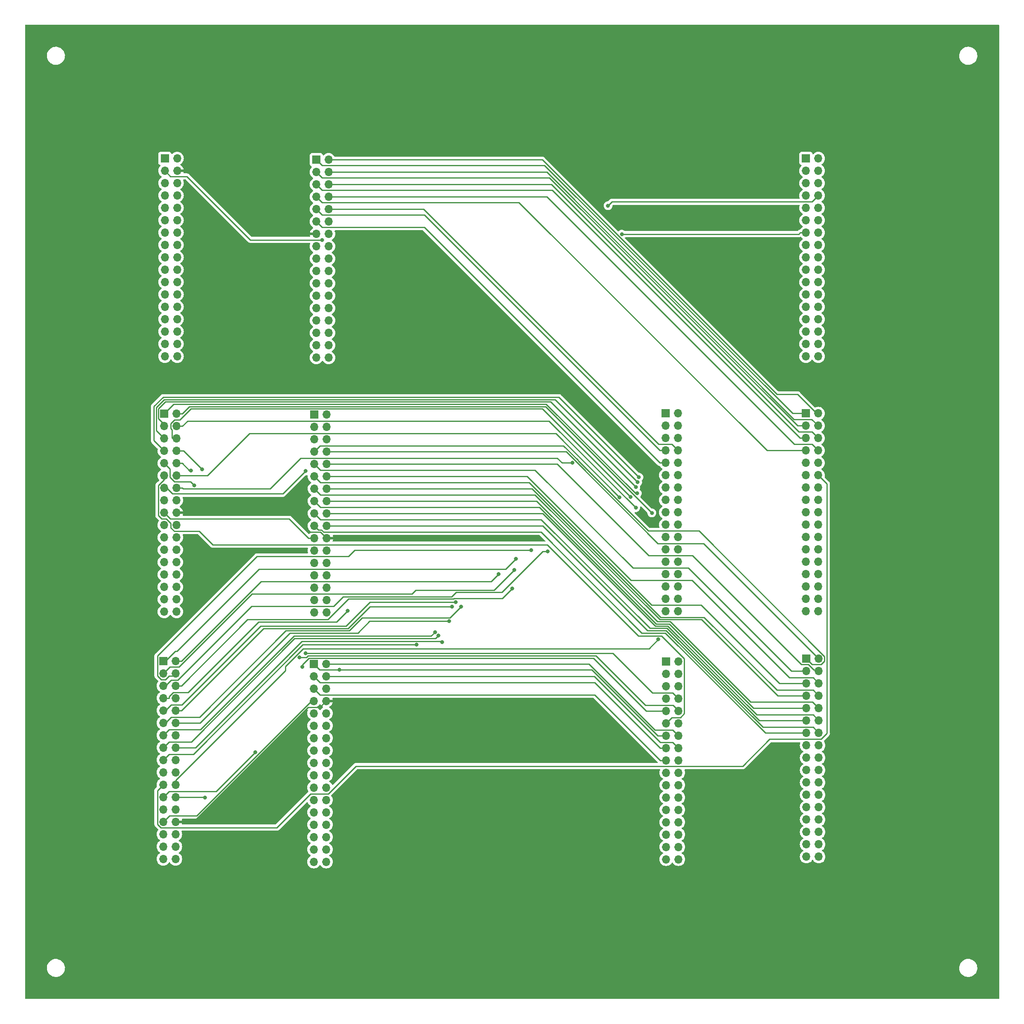
<source format=gbr>
%TF.GenerationSoftware,KiCad,Pcbnew,7.0.7*%
%TF.CreationDate,2023-10-25T17:18:37+09:00*%
%TF.ProjectId,changer,6368616e-6765-4722-9e6b-696361645f70,rev?*%
%TF.SameCoordinates,Original*%
%TF.FileFunction,Copper,L1,Top*%
%TF.FilePolarity,Positive*%
%FSLAX46Y46*%
G04 Gerber Fmt 4.6, Leading zero omitted, Abs format (unit mm)*
G04 Created by KiCad (PCBNEW 7.0.7) date 2023-10-25 17:18:37*
%MOMM*%
%LPD*%
G01*
G04 APERTURE LIST*
%TA.AperFunction,ComponentPad*%
%ADD10R,1.700000X1.700000*%
%TD*%
%TA.AperFunction,ComponentPad*%
%ADD11O,1.700000X1.700000*%
%TD*%
%TA.AperFunction,ViaPad*%
%ADD12C,0.800000*%
%TD*%
%TA.AperFunction,Conductor*%
%ADD13C,0.250000*%
%TD*%
G04 APERTURE END LIST*
D10*
%TO.P,J1,1,Pin_1*%
%TO.N,CLK*%
X128701800Y-127406400D03*
D11*
%TO.P,J1,2,Pin_2*%
%TO.N,CLR*%
X131241800Y-127406400D03*
%TO.P,J1,3,Pin_3*%
%TO.N,+5V*%
X128701800Y-129946400D03*
%TO.P,J1,4,Pin_4*%
%TO.N,GND*%
X131241800Y-129946400D03*
%TO.P,J1,5,Pin_5*%
%TO.N,unconnected-(J1-Pin_5-Pad5)*%
X128701800Y-132486400D03*
%TO.P,J1,6,Pin_6*%
%TO.N,unconnected-(J1-Pin_6-Pad6)*%
X131241800Y-132486400D03*
%TO.P,J1,7,Pin_7*%
%TO.N,unconnected-(J1-Pin_7-Pad7)*%
X128701800Y-135026400D03*
%TO.P,J1,8,Pin_8*%
%TO.N,unconnected-(J1-Pin_8-Pad8)*%
X131241800Y-135026400D03*
%TO.P,J1,9,Pin_9*%
%TO.N,unconnected-(J1-Pin_9-Pad9)*%
X128701800Y-137566400D03*
%TO.P,J1,10,Pin_10*%
%TO.N,unconnected-(J1-Pin_10-Pad10)*%
X131241800Y-137566400D03*
%TO.P,J1,11,Pin_11*%
%TO.N,unconnected-(J1-Pin_11-Pad11)*%
X128701800Y-140106400D03*
%TO.P,J1,12,Pin_12*%
%TO.N,unconnected-(J1-Pin_12-Pad12)*%
X131241800Y-140106400D03*
%TO.P,J1,13,Pin_13*%
%TO.N,unconnected-(J1-Pin_13-Pad13)*%
X128701800Y-142646400D03*
%TO.P,J1,14,Pin_14*%
%TO.N,unconnected-(J1-Pin_14-Pad14)*%
X131241800Y-142646400D03*
%TO.P,J1,15,Pin_15*%
%TO.N,unconnected-(J1-Pin_15-Pad15)*%
X128701800Y-145186400D03*
%TO.P,J1,16,Pin_16*%
%TO.N,unconnected-(J1-Pin_16-Pad16)*%
X131241800Y-145186400D03*
%TO.P,J1,17,Pin_17*%
%TO.N,unconnected-(J1-Pin_17-Pad17)*%
X128701800Y-147726400D03*
%TO.P,J1,18,Pin_18*%
%TO.N,unconnected-(J1-Pin_18-Pad18)*%
X131241800Y-147726400D03*
%TO.P,J1,19,Pin_19*%
%TO.N,unconnected-(J1-Pin_19-Pad19)*%
X128701800Y-150266400D03*
%TO.P,J1,20,Pin_20*%
%TO.N,unconnected-(J1-Pin_20-Pad20)*%
X131241800Y-150266400D03*
%TO.P,J1,21,Pin_21*%
%TO.N,unconnected-(J1-Pin_21-Pad21)*%
X128701800Y-152806400D03*
%TO.P,J1,22,Pin_22*%
%TO.N,unconnected-(J1-Pin_22-Pad22)*%
X131241800Y-152806400D03*
%TO.P,J1,23,Pin_23*%
%TO.N,unconnected-(J1-Pin_23-Pad23)*%
X128701800Y-155346400D03*
%TO.P,J1,24,Pin_24*%
%TO.N,unconnected-(J1-Pin_24-Pad24)*%
X131241800Y-155346400D03*
%TO.P,J1,25,Pin_25*%
%TO.N,unconnected-(J1-Pin_25-Pad25)*%
X128701800Y-157886400D03*
%TO.P,J1,26,Pin_26*%
%TO.N,unconnected-(J1-Pin_26-Pad26)*%
X131241800Y-157886400D03*
%TO.P,J1,27,Pin_27*%
%TO.N,unconnected-(J1-Pin_27-Pad27)*%
X128701800Y-160426400D03*
%TO.P,J1,28,Pin_28*%
%TO.N,unconnected-(J1-Pin_28-Pad28)*%
X131241800Y-160426400D03*
%TO.P,J1,29,Pin_29*%
%TO.N,unconnected-(J1-Pin_29-Pad29)*%
X128701800Y-162966400D03*
%TO.P,J1,30,Pin_30*%
%TO.N,unconnected-(J1-Pin_30-Pad30)*%
X131241800Y-162966400D03*
%TO.P,J1,31,Pin_31*%
%TO.N,unconnected-(J1-Pin_31-Pad31)*%
X128701800Y-165506400D03*
%TO.P,J1,32,Pin_32*%
%TO.N,unconnected-(J1-Pin_32-Pad32)*%
X131241800Y-165506400D03*
%TO.P,J1,33,Pin_33*%
%TO.N,unconnected-(J1-Pin_33-Pad33)*%
X128701800Y-168046400D03*
%TO.P,J1,34,Pin_34*%
%TO.N,unconnected-(J1-Pin_34-Pad34)*%
X131241800Y-168046400D03*
%TD*%
D10*
%TO.P,J11,1,Pin_1*%
%TO.N,sela0*%
X260328200Y-127431800D03*
D11*
%TO.P,J11,2,Pin_2*%
%TO.N,sela1*%
X262868200Y-127431800D03*
%TO.P,J11,3,Pin_3*%
%TO.N,sela2*%
X260328200Y-129971800D03*
%TO.P,J11,4,Pin_4*%
%TO.N,selb0*%
X262868200Y-129971800D03*
%TO.P,J11,5,Pin_5*%
%TO.N,selb1*%
X260328200Y-132511800D03*
%TO.P,J11,6,Pin_6*%
%TO.N,selb2*%
X262868200Y-132511800D03*
%TO.P,J11,7,Pin_7*%
%TO.N,LD0*%
X260328200Y-135051800D03*
%TO.P,J11,8,Pin_8*%
%TO.N,LD1*%
X262868200Y-135051800D03*
%TO.P,J11,9,Pin_9*%
%TO.N,LD2*%
X260328200Y-137591800D03*
%TO.P,J11,10,Pin_10*%
%TO.N,LD3*%
X262868200Y-137591800D03*
%TO.P,J11,11,Pin_11*%
%TO.N,LDo*%
X260328200Y-140131800D03*
%TO.P,J11,12,Pin_12*%
%TO.N,LDpc*%
X262868200Y-140131800D03*
%TO.P,J11,13,Pin_13*%
%TO.N,+{slash}-*%
X260328200Y-142671800D03*
%TO.P,J11,14,Pin_14*%
%TO.N,A{slash}L*%
X262868200Y-142671800D03*
%TO.P,J11,15,Pin_15*%
%TO.N,unconnected-(J11-Pin_15-Pad15)*%
X260328200Y-145211800D03*
%TO.P,J11,16,Pin_16*%
%TO.N,unconnected-(J11-Pin_16-Pad16)*%
X262868200Y-145211800D03*
%TO.P,J11,17,Pin_17*%
%TO.N,unconnected-(J11-Pin_17-Pad17)*%
X260328200Y-147751800D03*
%TO.P,J11,18,Pin_18*%
%TO.N,unconnected-(J11-Pin_18-Pad18)*%
X262868200Y-147751800D03*
%TO.P,J11,19,Pin_19*%
%TO.N,unconnected-(J11-Pin_19-Pad19)*%
X260328200Y-150291800D03*
%TO.P,J11,20,Pin_20*%
%TO.N,unconnected-(J11-Pin_20-Pad20)*%
X262868200Y-150291800D03*
%TO.P,J11,21,Pin_21*%
%TO.N,unconnected-(J11-Pin_21-Pad21)*%
X260328200Y-152831800D03*
%TO.P,J11,22,Pin_22*%
%TO.N,unconnected-(J11-Pin_22-Pad22)*%
X262868200Y-152831800D03*
%TO.P,J11,23,Pin_23*%
%TO.N,unconnected-(J11-Pin_23-Pad23)*%
X260328200Y-155371800D03*
%TO.P,J11,24,Pin_24*%
%TO.N,unconnected-(J11-Pin_24-Pad24)*%
X262868200Y-155371800D03*
%TO.P,J11,25,Pin_25*%
%TO.N,unconnected-(J11-Pin_25-Pad25)*%
X260328200Y-157911800D03*
%TO.P,J11,26,Pin_26*%
%TO.N,unconnected-(J11-Pin_26-Pad26)*%
X262868200Y-157911800D03*
%TO.P,J11,27,Pin_27*%
%TO.N,unconnected-(J11-Pin_27-Pad27)*%
X260328200Y-160451800D03*
%TO.P,J11,28,Pin_28*%
%TO.N,unconnected-(J11-Pin_28-Pad28)*%
X262868200Y-160451800D03*
%TO.P,J11,29,Pin_29*%
%TO.N,unconnected-(J11-Pin_29-Pad29)*%
X260328200Y-162991800D03*
%TO.P,J11,30,Pin_30*%
%TO.N,unconnected-(J11-Pin_30-Pad30)*%
X262868200Y-162991800D03*
%TO.P,J11,31,Pin_31*%
%TO.N,unconnected-(J11-Pin_31-Pad31)*%
X260328200Y-165531800D03*
%TO.P,J11,32,Pin_32*%
%TO.N,unconnected-(J11-Pin_32-Pad32)*%
X262868200Y-165531800D03*
%TO.P,J11,33,Pin_33*%
%TO.N,unconnected-(J11-Pin_33-Pad33)*%
X260328200Y-168071800D03*
%TO.P,J11,34,Pin_34*%
%TO.N,unconnected-(J11-Pin_34-Pad34)*%
X262868200Y-168071800D03*
%TD*%
D10*
%TO.P,J3,1,Pin_1*%
%TO.N,A0*%
X128574800Y-179832000D03*
D11*
%TO.P,J3,2,Pin_2*%
%TO.N,A1*%
X131114800Y-179832000D03*
%TO.P,J3,3,Pin_3*%
%TO.N,A2*%
X128574800Y-182372000D03*
%TO.P,J3,4,Pin_4*%
%TO.N,A3*%
X131114800Y-182372000D03*
%TO.P,J3,5,Pin_5*%
%TO.N,A4*%
X128574800Y-184912000D03*
%TO.P,J3,6,Pin_6*%
%TO.N,A5*%
X131114800Y-184912000D03*
%TO.P,J3,7,Pin_7*%
%TO.N,B0*%
X128574800Y-187452000D03*
%TO.P,J3,8,Pin_8*%
%TO.N,B1*%
X131114800Y-187452000D03*
%TO.P,J3,9,Pin_9*%
%TO.N,B2*%
X128574800Y-189992000D03*
%TO.P,J3,10,Pin_10*%
%TO.N,B3*%
X131114800Y-189992000D03*
%TO.P,J3,11,Pin_11*%
%TO.N,B4*%
X128574800Y-192532000D03*
%TO.P,J3,12,Pin_12*%
%TO.N,B5*%
X131114800Y-192532000D03*
%TO.P,J3,13,Pin_13*%
%TO.N,+{slash}-*%
X128574800Y-195072000D03*
%TO.P,J3,14,Pin_14*%
%TO.N,A{slash}L*%
X131114800Y-195072000D03*
%TO.P,J3,15,Pin_15*%
%TO.N,CLR*%
X128574800Y-197612000D03*
%TO.P,J3,16,Pin_16*%
%TO.N,CLK*%
X131114800Y-197612000D03*
%TO.P,J3,17,Pin_17*%
%TO.N,+5V*%
X128574800Y-200152000D03*
%TO.P,J3,18,Pin_18*%
%TO.N,GND*%
X131114800Y-200152000D03*
%TO.P,J3,19,Pin_19*%
%TO.N,unconnected-(J3-Pin_19-Pad19)*%
X128574800Y-202692000D03*
%TO.P,J3,20,Pin_20*%
%TO.N,unconnected-(J3-Pin_20-Pad20)*%
X131114800Y-202692000D03*
%TO.P,J3,21,Pin_21*%
%TO.N,unconnected-(J3-Pin_21-Pad21)*%
X128574800Y-205232000D03*
%TO.P,J3,22,Pin_22*%
%TO.N,unconnected-(J3-Pin_22-Pad22)*%
X131114800Y-205232000D03*
%TO.P,J3,23,Pin_23*%
%TO.N,unconnected-(J3-Pin_23-Pad23)*%
X128574800Y-207772000D03*
%TO.P,J3,24,Pin_24*%
%TO.N,unconnected-(J3-Pin_24-Pad24)*%
X131114800Y-207772000D03*
%TO.P,J3,25,Pin_25*%
%TO.N,unconnected-(J3-Pin_25-Pad25)*%
X128574800Y-210312000D03*
%TO.P,J3,26,Pin_26*%
%TO.N,unconnected-(J3-Pin_26-Pad26)*%
X131114800Y-210312000D03*
%TO.P,J3,27,Pin_27*%
%TO.N,unconnected-(J3-Pin_27-Pad27)*%
X128574800Y-212852000D03*
%TO.P,J3,28,Pin_28*%
%TO.N,unconnected-(J3-Pin_28-Pad28)*%
X131114800Y-212852000D03*
%TO.P,J3,29,Pin_29*%
%TO.N,unconnected-(J3-Pin_29-Pad29)*%
X128574800Y-215392000D03*
%TO.P,J3,30,Pin_30*%
%TO.N,unconnected-(J3-Pin_30-Pad30)*%
X131114800Y-215392000D03*
%TO.P,J3,31,Pin_31*%
%TO.N,unconnected-(J3-Pin_31-Pad31)*%
X128574800Y-217932000D03*
%TO.P,J3,32,Pin_32*%
%TO.N,unconnected-(J3-Pin_32-Pad32)*%
X131114800Y-217932000D03*
%TO.P,J3,33,Pin_33*%
%TO.N,unconnected-(J3-Pin_33-Pad33)*%
X128574800Y-220472000D03*
%TO.P,J3,34,Pin_34*%
%TO.N,unconnected-(J3-Pin_34-Pad34)*%
X131114800Y-220472000D03*
%TD*%
D10*
%TO.P,J7,1,Pin_1*%
%TO.N,pc0*%
X159385000Y-179984400D03*
D11*
%TO.P,J7,2,Pin_2*%
%TO.N,pc1*%
X161925000Y-179984400D03*
%TO.P,J7,3,Pin_3*%
%TO.N,pc2*%
X159385000Y-182524400D03*
%TO.P,J7,4,Pin_4*%
%TO.N,pc3*%
X161925000Y-182524400D03*
%TO.P,J7,5,Pin_5*%
%TO.N,pc4*%
X159385000Y-185064400D03*
%TO.P,J7,6,Pin_6*%
%TO.N,unconnected-(J7-Pin_6-Pad6)*%
X161925000Y-185064400D03*
%TO.P,J7,7,Pin_7*%
%TO.N,2oc3*%
X159385000Y-187604400D03*
%TO.P,J7,8,Pin_8*%
%TO.N,2oc2*%
X161925000Y-187604400D03*
%TO.P,J7,9,Pin_9*%
%TO.N,2oc1*%
X159385000Y-190144400D03*
%TO.P,J7,10,Pin_10*%
%TO.N,2oc0*%
X161925000Y-190144400D03*
%TO.P,J7,11,Pin_11*%
%TO.N,2ol3*%
X159385000Y-192684400D03*
%TO.P,J7,12,Pin_12*%
%TO.N,2ol2*%
X161925000Y-192684400D03*
%TO.P,J7,13,Pin_13*%
%TO.N,2ol1*%
X159385000Y-195224400D03*
%TO.P,J7,14,Pin_14*%
%TO.N,2ol0*%
X161925000Y-195224400D03*
%TO.P,J7,15,Pin_15*%
%TO.N,2Im5*%
X159385000Y-197764400D03*
%TO.P,J7,16,Pin_16*%
%TO.N,2Im4*%
X161925000Y-197764400D03*
%TO.P,J7,17,Pin_17*%
%TO.N,2Im3*%
X159385000Y-200304400D03*
%TO.P,J7,18,Pin_18*%
%TO.N,2Im2*%
X161925000Y-200304400D03*
%TO.P,J7,19,Pin_19*%
%TO.N,2Im1*%
X159385000Y-202844400D03*
%TO.P,J7,20,Pin_20*%
%TO.N,2Im0*%
X161925000Y-202844400D03*
%TO.P,J7,21,Pin_21*%
%TO.N,+5V*%
X159385000Y-205384400D03*
%TO.P,J7,22,Pin_22*%
%TO.N,GND*%
X161925000Y-205384400D03*
%TO.P,J7,23,Pin_23*%
%TO.N,unconnected-(J7-Pin_23-Pad23)*%
X159385000Y-207924400D03*
%TO.P,J7,24,Pin_24*%
%TO.N,unconnected-(J7-Pin_24-Pad24)*%
X161925000Y-207924400D03*
%TO.P,J7,25,Pin_25*%
%TO.N,unconnected-(J7-Pin_25-Pad25)*%
X159385000Y-210464400D03*
%TO.P,J7,26,Pin_26*%
%TO.N,unconnected-(J7-Pin_26-Pad26)*%
X161925000Y-210464400D03*
%TO.P,J7,27,Pin_27*%
%TO.N,unconnected-(J7-Pin_27-Pad27)*%
X159385000Y-213004400D03*
%TO.P,J7,28,Pin_28*%
%TO.N,unconnected-(J7-Pin_28-Pad28)*%
X161925000Y-213004400D03*
%TO.P,J7,29,Pin_29*%
%TO.N,unconnected-(J7-Pin_29-Pad29)*%
X159385000Y-215544400D03*
%TO.P,J7,30,Pin_30*%
%TO.N,unconnected-(J7-Pin_30-Pad30)*%
X161925000Y-215544400D03*
%TO.P,J7,31,Pin_31*%
%TO.N,unconnected-(J7-Pin_31-Pad31)*%
X159385000Y-218084400D03*
%TO.P,J7,32,Pin_32*%
%TO.N,unconnected-(J7-Pin_32-Pad32)*%
X161925000Y-218084400D03*
%TO.P,J7,33,Pin_33*%
%TO.N,unconnected-(J7-Pin_33-Pad33)*%
X159385000Y-220624400D03*
%TO.P,J7,34,Pin_34*%
%TO.N,unconnected-(J7-Pin_34-Pad34)*%
X161925000Y-220624400D03*
%TD*%
D10*
%TO.P,J8,1,Pin_1*%
%TO.N,pc0*%
X159283400Y-231190800D03*
D11*
%TO.P,J8,2,Pin_2*%
%TO.N,pc1*%
X161823400Y-231190800D03*
%TO.P,J8,3,Pin_3*%
%TO.N,pc2*%
X159283400Y-233730800D03*
%TO.P,J8,4,Pin_4*%
%TO.N,pc3*%
X161823400Y-233730800D03*
%TO.P,J8,5,Pin_5*%
%TO.N,pc4*%
X159283400Y-236270800D03*
%TO.P,J8,6,Pin_6*%
%TO.N,unconnected-(J8-Pin_6-Pad6)*%
X161823400Y-236270800D03*
%TO.P,J8,7,Pin_7*%
%TO.N,+5V*%
X159283400Y-238810800D03*
%TO.P,J8,8,Pin_8*%
%TO.N,GND*%
X161823400Y-238810800D03*
%TO.P,J8,9,Pin_9*%
%TO.N,unconnected-(J8-Pin_9-Pad9)*%
X159283400Y-241350800D03*
%TO.P,J8,10,Pin_10*%
%TO.N,unconnected-(J8-Pin_10-Pad10)*%
X161823400Y-241350800D03*
%TO.P,J8,11,Pin_11*%
%TO.N,unconnected-(J8-Pin_11-Pad11)*%
X159283400Y-243890800D03*
%TO.P,J8,12,Pin_12*%
%TO.N,unconnected-(J8-Pin_12-Pad12)*%
X161823400Y-243890800D03*
%TO.P,J8,13,Pin_13*%
%TO.N,unconnected-(J8-Pin_13-Pad13)*%
X159283400Y-246430800D03*
%TO.P,J8,14,Pin_14*%
%TO.N,unconnected-(J8-Pin_14-Pad14)*%
X161823400Y-246430800D03*
%TO.P,J8,15,Pin_15*%
%TO.N,unconnected-(J8-Pin_15-Pad15)*%
X159283400Y-248970800D03*
%TO.P,J8,16,Pin_16*%
%TO.N,unconnected-(J8-Pin_16-Pad16)*%
X161823400Y-248970800D03*
%TO.P,J8,17,Pin_17*%
%TO.N,unconnected-(J8-Pin_17-Pad17)*%
X159283400Y-251510800D03*
%TO.P,J8,18,Pin_18*%
%TO.N,unconnected-(J8-Pin_18-Pad18)*%
X161823400Y-251510800D03*
%TO.P,J8,19,Pin_19*%
%TO.N,unconnected-(J8-Pin_19-Pad19)*%
X159283400Y-254050800D03*
%TO.P,J8,20,Pin_20*%
%TO.N,unconnected-(J8-Pin_20-Pad20)*%
X161823400Y-254050800D03*
%TO.P,J8,21,Pin_21*%
%TO.N,unconnected-(J8-Pin_21-Pad21)*%
X159283400Y-256590800D03*
%TO.P,J8,22,Pin_22*%
%TO.N,unconnected-(J8-Pin_22-Pad22)*%
X161823400Y-256590800D03*
%TO.P,J8,23,Pin_23*%
%TO.N,unconnected-(J8-Pin_23-Pad23)*%
X159283400Y-259130800D03*
%TO.P,J8,24,Pin_24*%
%TO.N,unconnected-(J8-Pin_24-Pad24)*%
X161823400Y-259130800D03*
%TO.P,J8,25,Pin_25*%
%TO.N,unconnected-(J8-Pin_25-Pad25)*%
X159283400Y-261670800D03*
%TO.P,J8,26,Pin_26*%
%TO.N,unconnected-(J8-Pin_26-Pad26)*%
X161823400Y-261670800D03*
%TO.P,J8,27,Pin_27*%
%TO.N,unconnected-(J8-Pin_27-Pad27)*%
X159283400Y-264210800D03*
%TO.P,J8,28,Pin_28*%
%TO.N,unconnected-(J8-Pin_28-Pad28)*%
X161823400Y-264210800D03*
%TO.P,J8,29,Pin_29*%
%TO.N,unconnected-(J8-Pin_29-Pad29)*%
X159283400Y-266750800D03*
%TO.P,J8,30,Pin_30*%
%TO.N,unconnected-(J8-Pin_30-Pad30)*%
X161823400Y-266750800D03*
%TO.P,J8,31,Pin_31*%
%TO.N,unconnected-(J8-Pin_31-Pad31)*%
X159283400Y-269290800D03*
%TO.P,J8,32,Pin_32*%
%TO.N,unconnected-(J8-Pin_32-Pad32)*%
X161823400Y-269290800D03*
%TO.P,J8,33,Pin_33*%
%TO.N,unconnected-(J8-Pin_33-Pad33)*%
X159283400Y-271830800D03*
%TO.P,J8,34,Pin_34*%
%TO.N,unconnected-(J8-Pin_34-Pad34)*%
X161823400Y-271830800D03*
%TD*%
D10*
%TO.P,J2,1,Pin_1*%
%TO.N,Y0*%
X231524600Y-179781200D03*
D11*
%TO.P,J2,2,Pin_2*%
%TO.N,Y1*%
X234064600Y-179781200D03*
%TO.P,J2,3,Pin_3*%
%TO.N,Y2*%
X231524600Y-182321200D03*
%TO.P,J2,4,Pin_4*%
%TO.N,Y3*%
X234064600Y-182321200D03*
%TO.P,J2,5,Pin_5*%
%TO.N,Y4*%
X231524600Y-184861200D03*
%TO.P,J2,6,Pin_6*%
%TO.N,Y5*%
X234064600Y-184861200D03*
%TO.P,J2,7,Pin_7*%
%TO.N,ZFR*%
X231524600Y-187401200D03*
%TO.P,J2,8,Pin_8*%
%TO.N,OFR*%
X234064600Y-187401200D03*
%TO.P,J2,9,Pin_9*%
%TO.N,SFR*%
X231524600Y-189941200D03*
%TO.P,J2,10,Pin_10*%
%TO.N,unconnected-(J2-Pin_10-Pad10)*%
X234064600Y-189941200D03*
%TO.P,J2,11,Pin_11*%
%TO.N,unconnected-(J2-Pin_11-Pad11)*%
X231524600Y-192481200D03*
%TO.P,J2,12,Pin_12*%
%TO.N,unconnected-(J2-Pin_12-Pad12)*%
X234064600Y-192481200D03*
%TO.P,J2,13,Pin_13*%
%TO.N,unconnected-(J2-Pin_13-Pad13)*%
X231524600Y-195021200D03*
%TO.P,J2,14,Pin_14*%
%TO.N,unconnected-(J2-Pin_14-Pad14)*%
X234064600Y-195021200D03*
%TO.P,J2,15,Pin_15*%
%TO.N,unconnected-(J2-Pin_15-Pad15)*%
X231524600Y-197561200D03*
%TO.P,J2,16,Pin_16*%
%TO.N,unconnected-(J2-Pin_16-Pad16)*%
X234064600Y-197561200D03*
%TO.P,J2,17,Pin_17*%
%TO.N,unconnected-(J2-Pin_17-Pad17)*%
X231524600Y-200101200D03*
%TO.P,J2,18,Pin_18*%
%TO.N,unconnected-(J2-Pin_18-Pad18)*%
X234064600Y-200101200D03*
%TO.P,J2,19,Pin_19*%
%TO.N,unconnected-(J2-Pin_19-Pad19)*%
X231524600Y-202641200D03*
%TO.P,J2,20,Pin_20*%
%TO.N,unconnected-(J2-Pin_20-Pad20)*%
X234064600Y-202641200D03*
%TO.P,J2,21,Pin_21*%
%TO.N,unconnected-(J2-Pin_21-Pad21)*%
X231524600Y-205181200D03*
%TO.P,J2,22,Pin_22*%
%TO.N,unconnected-(J2-Pin_22-Pad22)*%
X234064600Y-205181200D03*
%TO.P,J2,23,Pin_23*%
%TO.N,unconnected-(J2-Pin_23-Pad23)*%
X231524600Y-207721200D03*
%TO.P,J2,24,Pin_24*%
%TO.N,unconnected-(J2-Pin_24-Pad24)*%
X234064600Y-207721200D03*
%TO.P,J2,25,Pin_25*%
%TO.N,unconnected-(J2-Pin_25-Pad25)*%
X231524600Y-210261200D03*
%TO.P,J2,26,Pin_26*%
%TO.N,unconnected-(J2-Pin_26-Pad26)*%
X234064600Y-210261200D03*
%TO.P,J2,27,Pin_27*%
%TO.N,unconnected-(J2-Pin_27-Pad27)*%
X231524600Y-212801200D03*
%TO.P,J2,28,Pin_28*%
%TO.N,unconnected-(J2-Pin_28-Pad28)*%
X234064600Y-212801200D03*
%TO.P,J2,29,Pin_29*%
%TO.N,unconnected-(J2-Pin_29-Pad29)*%
X231524600Y-215341200D03*
%TO.P,J2,30,Pin_30*%
%TO.N,unconnected-(J2-Pin_30-Pad30)*%
X234064600Y-215341200D03*
%TO.P,J2,31,Pin_31*%
%TO.N,unconnected-(J2-Pin_31-Pad31)*%
X231524600Y-217881200D03*
%TO.P,J2,32,Pin_32*%
%TO.N,unconnected-(J2-Pin_32-Pad32)*%
X234064600Y-217881200D03*
%TO.P,J2,33,Pin_33*%
%TO.N,unconnected-(J2-Pin_33-Pad33)*%
X231524600Y-220421200D03*
%TO.P,J2,34,Pin_34*%
%TO.N,unconnected-(J2-Pin_34-Pad34)*%
X234064600Y-220421200D03*
%TD*%
D10*
%TO.P,J6,1,Pin_1*%
%TO.N,oc3*%
X260324600Y-179781200D03*
D11*
%TO.P,J6,2,Pin_2*%
%TO.N,oc2*%
X262864600Y-179781200D03*
%TO.P,J6,3,Pin_3*%
%TO.N,oc1*%
X260324600Y-182321200D03*
%TO.P,J6,4,Pin_4*%
%TO.N,oc0*%
X262864600Y-182321200D03*
%TO.P,J6,5,Pin_5*%
%TO.N,ol3*%
X260324600Y-184861200D03*
%TO.P,J6,6,Pin_6*%
%TO.N,ol2*%
X262864600Y-184861200D03*
%TO.P,J6,7,Pin_7*%
%TO.N,ol1*%
X260324600Y-187401200D03*
%TO.P,J6,8,Pin_8*%
%TO.N,ol0*%
X262864600Y-187401200D03*
%TO.P,J6,9,Pin_9*%
%TO.N,Im5*%
X260324600Y-189941200D03*
%TO.P,J6,10,Pin_10*%
%TO.N,Im4*%
X262864600Y-189941200D03*
%TO.P,J6,11,Pin_11*%
%TO.N,Im3*%
X260324600Y-192481200D03*
%TO.P,J6,12,Pin_12*%
%TO.N,Im2*%
X262864600Y-192481200D03*
%TO.P,J6,13,Pin_13*%
%TO.N,Im1*%
X260324600Y-195021200D03*
%TO.P,J6,14,Pin_14*%
%TO.N,Im0*%
X262864600Y-195021200D03*
%TO.P,J6,15,Pin_15*%
%TO.N,unconnected-(J6-Pin_15-Pad15)*%
X260324600Y-197561200D03*
%TO.P,J6,16,Pin_16*%
%TO.N,unconnected-(J6-Pin_16-Pad16)*%
X262864600Y-197561200D03*
%TO.P,J6,17,Pin_17*%
%TO.N,unconnected-(J6-Pin_17-Pad17)*%
X260324600Y-200101200D03*
%TO.P,J6,18,Pin_18*%
%TO.N,unconnected-(J6-Pin_18-Pad18)*%
X262864600Y-200101200D03*
%TO.P,J6,19,Pin_19*%
%TO.N,unconnected-(J6-Pin_19-Pad19)*%
X260324600Y-202641200D03*
%TO.P,J6,20,Pin_20*%
%TO.N,unconnected-(J6-Pin_20-Pad20)*%
X262864600Y-202641200D03*
%TO.P,J6,21,Pin_21*%
%TO.N,unconnected-(J6-Pin_21-Pad21)*%
X260324600Y-205181200D03*
%TO.P,J6,22,Pin_22*%
%TO.N,unconnected-(J6-Pin_22-Pad22)*%
X262864600Y-205181200D03*
%TO.P,J6,23,Pin_23*%
%TO.N,unconnected-(J6-Pin_23-Pad23)*%
X260324600Y-207721200D03*
%TO.P,J6,24,Pin_24*%
%TO.N,unconnected-(J6-Pin_24-Pad24)*%
X262864600Y-207721200D03*
%TO.P,J6,25,Pin_25*%
%TO.N,unconnected-(J6-Pin_25-Pad25)*%
X260324600Y-210261200D03*
%TO.P,J6,26,Pin_26*%
%TO.N,unconnected-(J6-Pin_26-Pad26)*%
X262864600Y-210261200D03*
%TO.P,J6,27,Pin_27*%
%TO.N,unconnected-(J6-Pin_27-Pad27)*%
X260324600Y-212801200D03*
%TO.P,J6,28,Pin_28*%
%TO.N,unconnected-(J6-Pin_28-Pad28)*%
X262864600Y-212801200D03*
%TO.P,J6,29,Pin_29*%
%TO.N,unconnected-(J6-Pin_29-Pad29)*%
X260324600Y-215341200D03*
%TO.P,J6,30,Pin_30*%
%TO.N,unconnected-(J6-Pin_30-Pad30)*%
X262864600Y-215341200D03*
%TO.P,J6,31,Pin_31*%
%TO.N,unconnected-(J6-Pin_31-Pad31)*%
X260324600Y-217881200D03*
%TO.P,J6,32,Pin_32*%
%TO.N,unconnected-(J6-Pin_32-Pad32)*%
X262864600Y-217881200D03*
%TO.P,J6,33,Pin_33*%
%TO.N,unconnected-(J6-Pin_33-Pad33)*%
X260324600Y-220421200D03*
%TO.P,J6,34,Pin_34*%
%TO.N,unconnected-(J6-Pin_34-Pad34)*%
X262864600Y-220421200D03*
%TD*%
D10*
%TO.P,J5,1,Pin_1*%
%TO.N,A0*%
X231626200Y-230682800D03*
D11*
%TO.P,J5,2,Pin_2*%
%TO.N,A1*%
X234166200Y-230682800D03*
%TO.P,J5,3,Pin_3*%
%TO.N,A2*%
X231626200Y-233222800D03*
%TO.P,J5,4,Pin_4*%
%TO.N,A3*%
X234166200Y-233222800D03*
%TO.P,J5,5,Pin_5*%
%TO.N,A4*%
X231626200Y-235762800D03*
%TO.P,J5,6,Pin_6*%
%TO.N,A5*%
X234166200Y-235762800D03*
%TO.P,J5,7,Pin_7*%
%TO.N,B0*%
X231626200Y-238302800D03*
%TO.P,J5,8,Pin_8*%
%TO.N,B1*%
X234166200Y-238302800D03*
%TO.P,J5,9,Pin_9*%
%TO.N,B2*%
X231626200Y-240842800D03*
%TO.P,J5,10,Pin_10*%
%TO.N,B3*%
X234166200Y-240842800D03*
%TO.P,J5,11,Pin_11*%
%TO.N,B4*%
X231626200Y-243382800D03*
%TO.P,J5,12,Pin_12*%
%TO.N,B5*%
X234166200Y-243382800D03*
%TO.P,J5,13,Pin_13*%
%TO.N,pc0*%
X231626200Y-245922800D03*
%TO.P,J5,14,Pin_14*%
%TO.N,pc1*%
X234166200Y-245922800D03*
%TO.P,J5,15,Pin_15*%
%TO.N,pc2*%
X231626200Y-248462800D03*
%TO.P,J5,16,Pin_16*%
%TO.N,pc3*%
X234166200Y-248462800D03*
%TO.P,J5,17,Pin_17*%
%TO.N,pc4*%
X231626200Y-251002800D03*
%TO.P,J5,18,Pin_18*%
%TO.N,pc5*%
X234166200Y-251002800D03*
%TO.P,J5,19,Pin_19*%
%TO.N,unconnected-(J5-Pin_19-Pad19)*%
X231626200Y-253542800D03*
%TO.P,J5,20,Pin_20*%
%TO.N,unconnected-(J5-Pin_20-Pad20)*%
X234166200Y-253542800D03*
%TO.P,J5,21,Pin_21*%
%TO.N,unconnected-(J5-Pin_21-Pad21)*%
X231626200Y-256082800D03*
%TO.P,J5,22,Pin_22*%
%TO.N,unconnected-(J5-Pin_22-Pad22)*%
X234166200Y-256082800D03*
%TO.P,J5,23,Pin_23*%
%TO.N,unconnected-(J5-Pin_23-Pad23)*%
X231626200Y-258622800D03*
%TO.P,J5,24,Pin_24*%
%TO.N,unconnected-(J5-Pin_24-Pad24)*%
X234166200Y-258622800D03*
%TO.P,J5,25,Pin_25*%
%TO.N,unconnected-(J5-Pin_25-Pad25)*%
X231626200Y-261162800D03*
%TO.P,J5,26,Pin_26*%
%TO.N,unconnected-(J5-Pin_26-Pad26)*%
X234166200Y-261162800D03*
%TO.P,J5,27,Pin_27*%
%TO.N,unconnected-(J5-Pin_27-Pad27)*%
X231626200Y-263702800D03*
%TO.P,J5,28,Pin_28*%
%TO.N,unconnected-(J5-Pin_28-Pad28)*%
X234166200Y-263702800D03*
%TO.P,J5,29,Pin_29*%
%TO.N,unconnected-(J5-Pin_29-Pad29)*%
X231626200Y-266242800D03*
%TO.P,J5,30,Pin_30*%
%TO.N,unconnected-(J5-Pin_30-Pad30)*%
X234166200Y-266242800D03*
%TO.P,J5,31,Pin_31*%
%TO.N,unconnected-(J5-Pin_31-Pad31)*%
X231626200Y-268782800D03*
%TO.P,J5,32,Pin_32*%
%TO.N,unconnected-(J5-Pin_32-Pad32)*%
X234166200Y-268782800D03*
%TO.P,J5,33,Pin_33*%
%TO.N,unconnected-(J5-Pin_33-Pad33)*%
X231626200Y-271322800D03*
%TO.P,J5,34,Pin_34*%
%TO.N,unconnected-(J5-Pin_34-Pad34)*%
X234166200Y-271322800D03*
%TD*%
D10*
%TO.P,J9,1,Pin_1*%
%TO.N,2oc3*%
X260429800Y-230149400D03*
D11*
%TO.P,J9,2,Pin_2*%
%TO.N,2oc2*%
X262969800Y-230149400D03*
%TO.P,J9,3,Pin_3*%
%TO.N,2oc1*%
X260429800Y-232689400D03*
%TO.P,J9,4,Pin_4*%
%TO.N,2oc0*%
X262969800Y-232689400D03*
%TO.P,J9,5,Pin_5*%
%TO.N,2ol3*%
X260429800Y-235229400D03*
%TO.P,J9,6,Pin_6*%
%TO.N,2ol2*%
X262969800Y-235229400D03*
%TO.P,J9,7,Pin_7*%
%TO.N,2ol1*%
X260429800Y-237769400D03*
%TO.P,J9,8,Pin_8*%
%TO.N,2ol0*%
X262969800Y-237769400D03*
%TO.P,J9,9,Pin_9*%
%TO.N,2Im5*%
X260429800Y-240309400D03*
%TO.P,J9,10,Pin_10*%
%TO.N,2Im4*%
X262969800Y-240309400D03*
%TO.P,J9,11,Pin_11*%
%TO.N,2Im3*%
X260429800Y-242849400D03*
%TO.P,J9,12,Pin_12*%
%TO.N,2Im2*%
X262969800Y-242849400D03*
%TO.P,J9,13,Pin_13*%
%TO.N,2Im1*%
X260429800Y-245389400D03*
%TO.P,J9,14,Pin_14*%
%TO.N,2Im0*%
X262969800Y-245389400D03*
%TO.P,J9,15,Pin_15*%
%TO.N,unconnected-(J9-Pin_15-Pad15)*%
X260429800Y-247929400D03*
%TO.P,J9,16,Pin_16*%
%TO.N,unconnected-(J9-Pin_16-Pad16)*%
X262969800Y-247929400D03*
%TO.P,J9,17,Pin_17*%
%TO.N,unconnected-(J9-Pin_17-Pad17)*%
X260429800Y-250469400D03*
%TO.P,J9,18,Pin_18*%
%TO.N,unconnected-(J9-Pin_18-Pad18)*%
X262969800Y-250469400D03*
%TO.P,J9,19,Pin_19*%
%TO.N,unconnected-(J9-Pin_19-Pad19)*%
X260429800Y-253009400D03*
%TO.P,J9,20,Pin_20*%
%TO.N,unconnected-(J9-Pin_20-Pad20)*%
X262969800Y-253009400D03*
%TO.P,J9,21,Pin_21*%
%TO.N,unconnected-(J9-Pin_21-Pad21)*%
X260429800Y-255549400D03*
%TO.P,J9,22,Pin_22*%
%TO.N,unconnected-(J9-Pin_22-Pad22)*%
X262969800Y-255549400D03*
%TO.P,J9,23,Pin_23*%
%TO.N,unconnected-(J9-Pin_23-Pad23)*%
X260429800Y-258089400D03*
%TO.P,J9,24,Pin_24*%
%TO.N,unconnected-(J9-Pin_24-Pad24)*%
X262969800Y-258089400D03*
%TO.P,J9,25,Pin_25*%
%TO.N,unconnected-(J9-Pin_25-Pad25)*%
X260429800Y-260629400D03*
%TO.P,J9,26,Pin_26*%
%TO.N,unconnected-(J9-Pin_26-Pad26)*%
X262969800Y-260629400D03*
%TO.P,J9,27,Pin_27*%
%TO.N,unconnected-(J9-Pin_27-Pad27)*%
X260429800Y-263169400D03*
%TO.P,J9,28,Pin_28*%
%TO.N,unconnected-(J9-Pin_28-Pad28)*%
X262969800Y-263169400D03*
%TO.P,J9,29,Pin_29*%
%TO.N,unconnected-(J9-Pin_29-Pad29)*%
X260429800Y-265709400D03*
%TO.P,J9,30,Pin_30*%
%TO.N,unconnected-(J9-Pin_30-Pad30)*%
X262969800Y-265709400D03*
%TO.P,J9,31,Pin_31*%
%TO.N,unconnected-(J9-Pin_31-Pad31)*%
X260429800Y-268249400D03*
%TO.P,J9,32,Pin_32*%
%TO.N,unconnected-(J9-Pin_32-Pad32)*%
X262969800Y-268249400D03*
%TO.P,J9,33,Pin_33*%
%TO.N,unconnected-(J9-Pin_33-Pad33)*%
X260429800Y-270789400D03*
%TO.P,J9,34,Pin_34*%
%TO.N,unconnected-(J9-Pin_34-Pad34)*%
X262969800Y-270789400D03*
%TD*%
D10*
%TO.P,J4,1,Pin_1*%
%TO.N,Y0*%
X128371600Y-230606600D03*
D11*
%TO.P,J4,2,Pin_2*%
%TO.N,Y1*%
X130911600Y-230606600D03*
%TO.P,J4,3,Pin_3*%
%TO.N,Y2*%
X128371600Y-233146600D03*
%TO.P,J4,4,Pin_4*%
%TO.N,Y3*%
X130911600Y-233146600D03*
%TO.P,J4,5,Pin_5*%
%TO.N,Y4*%
X128371600Y-235686600D03*
%TO.P,J4,6,Pin_6*%
%TO.N,Y5*%
X130911600Y-235686600D03*
%TO.P,J4,7,Pin_7*%
%TO.N,sela0*%
X128371600Y-238226600D03*
%TO.P,J4,8,Pin_8*%
%TO.N,sela1*%
X130911600Y-238226600D03*
%TO.P,J4,9,Pin_9*%
%TO.N,sela2*%
X128371600Y-240766600D03*
%TO.P,J4,10,Pin_10*%
%TO.N,selb0*%
X130911600Y-240766600D03*
%TO.P,J4,11,Pin_11*%
%TO.N,selb1*%
X128371600Y-243306600D03*
%TO.P,J4,12,Pin_12*%
%TO.N,selb2*%
X130911600Y-243306600D03*
%TO.P,J4,13,Pin_13*%
%TO.N,LD0*%
X128371600Y-245846600D03*
%TO.P,J4,14,Pin_14*%
%TO.N,LD1*%
X130911600Y-245846600D03*
%TO.P,J4,15,Pin_15*%
%TO.N,LD2*%
X128371600Y-248386600D03*
%TO.P,J4,16,Pin_16*%
%TO.N,LD3*%
X130911600Y-248386600D03*
%TO.P,J4,17,Pin_17*%
%TO.N,LDo*%
X128371600Y-250926600D03*
%TO.P,J4,18,Pin_18*%
%TO.N,LDpc*%
X130911600Y-250926600D03*
%TO.P,J4,19,Pin_19*%
%TO.N,Im0*%
X128371600Y-253466600D03*
%TO.P,J4,20,Pin_20*%
%TO.N,Im1*%
X130911600Y-253466600D03*
%TO.P,J4,21,Pin_21*%
%TO.N,Im2*%
X128371600Y-256006600D03*
%TO.P,J4,22,Pin_22*%
%TO.N,Im3*%
X130911600Y-256006600D03*
%TO.P,J4,23,Pin_23*%
%TO.N,Im4*%
X128371600Y-258546600D03*
%TO.P,J4,24,Pin_24*%
%TO.N,Im5*%
X130911600Y-258546600D03*
%TO.P,J4,25,Pin_25*%
%TO.N,CLR*%
X128371600Y-261086600D03*
%TO.P,J4,26,Pin_26*%
%TO.N,CLK*%
X130911600Y-261086600D03*
%TO.P,J4,27,Pin_27*%
%TO.N,+5V*%
X128371600Y-263626600D03*
%TO.P,J4,28,Pin_28*%
%TO.N,GND*%
X130911600Y-263626600D03*
%TO.P,J4,29,Pin_29*%
%TO.N,unconnected-(J4-Pin_29-Pad29)*%
X128371600Y-266166600D03*
%TO.P,J4,30,Pin_30*%
%TO.N,unconnected-(J4-Pin_30-Pad30)*%
X130911600Y-266166600D03*
%TO.P,J4,31,Pin_31*%
%TO.N,unconnected-(J4-Pin_31-Pad31)*%
X128371600Y-268706600D03*
%TO.P,J4,32,Pin_32*%
%TO.N,unconnected-(J4-Pin_32-Pad32)*%
X130911600Y-268706600D03*
%TO.P,J4,33,Pin_33*%
%TO.N,unconnected-(J4-Pin_33-Pad33)*%
X128371600Y-271246600D03*
%TO.P,J4,34,Pin_34*%
%TO.N,unconnected-(J4-Pin_34-Pad34)*%
X130911600Y-271246600D03*
%TD*%
D10*
%TO.P,J10,1,Pin_1*%
%TO.N,oc3*%
X159791400Y-127685800D03*
D11*
%TO.P,J10,2,Pin_2*%
%TO.N,oc2*%
X162331400Y-127685800D03*
%TO.P,J10,3,Pin_3*%
%TO.N,oc1*%
X159791400Y-130225800D03*
%TO.P,J10,4,Pin_4*%
%TO.N,oc0*%
X162331400Y-130225800D03*
%TO.P,J10,5,Pin_5*%
%TO.N,ol3*%
X159791400Y-132765800D03*
%TO.P,J10,6,Pin_6*%
%TO.N,ol2*%
X162331400Y-132765800D03*
%TO.P,J10,7,Pin_7*%
%TO.N,ol1*%
X159791400Y-135305800D03*
%TO.P,J10,8,Pin_8*%
%TO.N,ol0*%
X162331400Y-135305800D03*
%TO.P,J10,9,Pin_9*%
%TO.N,ZFR*%
X159791400Y-137845800D03*
%TO.P,J10,10,Pin_10*%
%TO.N,OFR*%
X162331400Y-137845800D03*
%TO.P,J10,11,Pin_11*%
%TO.N,SFR*%
X159791400Y-140385800D03*
%TO.P,J10,12,Pin_12*%
%TO.N,+5V*%
X162331400Y-140385800D03*
%TO.P,J10,13,Pin_13*%
%TO.N,GND*%
X159791400Y-142925800D03*
%TO.P,J10,14,Pin_14*%
%TO.N,unconnected-(J10-Pin_14-Pad14)*%
X162331400Y-142925800D03*
%TO.P,J10,15,Pin_15*%
%TO.N,unconnected-(J10-Pin_15-Pad15)*%
X159791400Y-145465800D03*
%TO.P,J10,16,Pin_16*%
%TO.N,unconnected-(J10-Pin_16-Pad16)*%
X162331400Y-145465800D03*
%TO.P,J10,17,Pin_17*%
%TO.N,unconnected-(J10-Pin_17-Pad17)*%
X159791400Y-148005800D03*
%TO.P,J10,18,Pin_18*%
%TO.N,unconnected-(J10-Pin_18-Pad18)*%
X162331400Y-148005800D03*
%TO.P,J10,19,Pin_19*%
%TO.N,unconnected-(J10-Pin_19-Pad19)*%
X159791400Y-150545800D03*
%TO.P,J10,20,Pin_20*%
%TO.N,unconnected-(J10-Pin_20-Pad20)*%
X162331400Y-150545800D03*
%TO.P,J10,21,Pin_21*%
%TO.N,unconnected-(J10-Pin_21-Pad21)*%
X159791400Y-153085800D03*
%TO.P,J10,22,Pin_22*%
%TO.N,unconnected-(J10-Pin_22-Pad22)*%
X162331400Y-153085800D03*
%TO.P,J10,23,Pin_23*%
%TO.N,unconnected-(J10-Pin_23-Pad23)*%
X159791400Y-155625800D03*
%TO.P,J10,24,Pin_24*%
%TO.N,unconnected-(J10-Pin_24-Pad24)*%
X162331400Y-155625800D03*
%TO.P,J10,25,Pin_25*%
%TO.N,unconnected-(J10-Pin_25-Pad25)*%
X159791400Y-158165800D03*
%TO.P,J10,26,Pin_26*%
%TO.N,unconnected-(J10-Pin_26-Pad26)*%
X162331400Y-158165800D03*
%TO.P,J10,27,Pin_27*%
%TO.N,unconnected-(J10-Pin_27-Pad27)*%
X159791400Y-160705800D03*
%TO.P,J10,28,Pin_28*%
%TO.N,unconnected-(J10-Pin_28-Pad28)*%
X162331400Y-160705800D03*
%TO.P,J10,29,Pin_29*%
%TO.N,unconnected-(J10-Pin_29-Pad29)*%
X159791400Y-163245800D03*
%TO.P,J10,30,Pin_30*%
%TO.N,unconnected-(J10-Pin_30-Pad30)*%
X162331400Y-163245800D03*
%TO.P,J10,31,Pin_31*%
%TO.N,unconnected-(J10-Pin_31-Pad31)*%
X159791400Y-165785800D03*
%TO.P,J10,32,Pin_32*%
%TO.N,unconnected-(J10-Pin_32-Pad32)*%
X162331400Y-165785800D03*
%TO.P,J10,33,Pin_33*%
%TO.N,unconnected-(J10-Pin_33-Pad33)*%
X159791400Y-168325800D03*
%TO.P,J10,34,Pin_34*%
%TO.N,unconnected-(J10-Pin_34-Pad34)*%
X162331400Y-168325800D03*
%TD*%
D12*
%TO.N,+5V*%
X160968300Y-144140200D03*
%TO.N,GND*%
X165402800Y-205262400D03*
%TO.N,Y0*%
X200769500Y-209629800D03*
%TO.N,Y1*%
X197224000Y-212799200D03*
%TO.N,Y2*%
X200423200Y-211931100D03*
%TO.N,Y3*%
X203929000Y-207854000D03*
%TO.N,Y4*%
X207337400Y-208142600D03*
%TO.N,Y5*%
X200026200Y-215727700D03*
%TO.N,A0*%
X225699800Y-196174300D03*
%TO.N,A1*%
X228689400Y-200204900D03*
%TO.N,A2*%
X225402900Y-194887200D03*
%TO.N,A3*%
X225396500Y-199117600D03*
%TO.N,A4*%
X225785200Y-193878900D03*
%TO.N,A5*%
X224316300Y-196907200D03*
%TO.N,B0*%
X226031400Y-192850800D03*
%TO.N,B1*%
X157596500Y-228997300D03*
X136348300Y-191296500D03*
%TO.N,B2*%
X134718300Y-194528100D03*
X156915800Y-231775000D03*
%TO.N,B3*%
X156368300Y-229874400D03*
X134095900Y-191470700D03*
%TO.N,B5*%
X222071200Y-196976900D03*
%TO.N,+{slash}-*%
X222518300Y-142983000D03*
X157612600Y-191610100D03*
%TO.N,A{slash}L*%
X212381300Y-189922200D03*
%TO.N,sela0*%
X166218900Y-220298800D03*
%TO.N,sela2*%
X188409700Y-218497300D03*
%TO.N,selb0*%
X187682700Y-219439400D03*
%TO.N,selb1*%
X189546600Y-219416300D03*
%TO.N,selb2*%
X187110200Y-222451200D03*
%TO.N,LD0*%
X184178600Y-224698600D03*
%TO.N,LD1*%
X219691100Y-137128400D03*
%TO.N,LD2*%
X184883100Y-225411200D03*
%TO.N,LD3*%
X185604900Y-226745600D03*
%TO.N,LDo*%
X180372800Y-227276700D03*
%TO.N,Im3*%
X230034800Y-226152500D03*
%TO.N,Im4*%
X147255800Y-249318200D03*
%TO.N,Im5*%
X136946400Y-258619900D03*
%TO.N,pc0*%
X164560400Y-232367700D03*
%TD*%
D13*
%TO.N,B1*%
X220660800Y-228997300D02*
X228789400Y-237125900D01*
X157596500Y-228997300D02*
X220660800Y-228997300D01*
X228789400Y-237125900D02*
X232989300Y-237125900D01*
X232989300Y-237125900D02*
X234166200Y-238302800D01*
%TO.N,A{slash}L*%
X210242200Y-189922200D02*
X212381300Y-189922200D01*
X209259900Y-188939900D02*
X210242200Y-189922200D01*
X156619300Y-188939900D02*
X209259900Y-188939900D01*
X132480300Y-195260600D02*
X150298600Y-195260600D01*
X150298600Y-195260600D02*
X156619300Y-188939900D01*
X131114800Y-195072000D02*
X132291700Y-195072000D01*
X132291700Y-195072000D02*
X132480300Y-195260600D01*
%TO.N,A4*%
X126939800Y-183277000D02*
X128574800Y-184912000D01*
X126939800Y-178536700D02*
X126939800Y-183277000D01*
X128549000Y-176927500D02*
X126939800Y-178536700D01*
X208833800Y-176927500D02*
X128549000Y-176927500D01*
X225785200Y-193878900D02*
X208833800Y-176927500D01*
%TO.N,+5V*%
X154245700Y-201422000D02*
X158208100Y-205384400D01*
X128701800Y-129946400D02*
X128701800Y-129971800D01*
X135246100Y-262355900D02*
X158791200Y-238810800D01*
X129642300Y-262355900D02*
X135246100Y-262355900D01*
X133264400Y-131126300D02*
X146278300Y-144140200D01*
X158208100Y-205384400D02*
X159385000Y-205384400D01*
X129844800Y-201422000D02*
X154245700Y-201422000D01*
X128701800Y-129971800D02*
X129856300Y-131126300D01*
X129856300Y-131126300D02*
X133264400Y-131126300D01*
X146278300Y-144140200D02*
X160968300Y-144140200D01*
X158791200Y-238810800D02*
X159283400Y-238810800D01*
X128574800Y-200152000D02*
X129844800Y-201422000D01*
X128371600Y-263626600D02*
X129642300Y-262355900D01*
%TO.N,GND*%
X134614500Y-263626600D02*
X158105200Y-240135900D01*
X158105200Y-240135900D02*
X160498300Y-240135900D01*
X159791400Y-142925800D02*
X158614500Y-142925800D01*
X161925000Y-205384400D02*
X160655000Y-204114400D01*
X158614500Y-142925800D02*
X145635100Y-129946400D01*
X154096200Y-200152000D02*
X131114800Y-200152000D01*
X160655000Y-204114400D02*
X158058600Y-204114400D01*
X145635100Y-129946400D02*
X131241800Y-129946400D01*
X130911600Y-263626600D02*
X134614500Y-263626600D01*
X160498300Y-240135900D02*
X161823400Y-238810800D01*
X161925000Y-205384400D02*
X165280800Y-205384400D01*
X165280800Y-205384400D02*
X165402800Y-205262400D01*
X158058600Y-204114400D02*
X154096200Y-200152000D01*
%TO.N,Y0*%
X198664900Y-211734400D02*
X200769500Y-209629800D01*
X148052900Y-211734400D02*
X198664900Y-211734400D01*
X128371600Y-230606600D02*
X128803400Y-230606600D01*
X128803400Y-230606600D02*
X130810000Y-228600000D01*
X131187300Y-228600000D02*
X148052900Y-211734400D01*
X130810000Y-228600000D02*
X131187300Y-228600000D01*
%TO.N,Y1*%
X130911600Y-230606600D02*
X132088500Y-230606600D01*
X195748800Y-214274400D02*
X197224000Y-212799200D01*
X148420700Y-214274400D02*
X195748800Y-214274400D01*
X132088500Y-230606600D02*
X148420700Y-214274400D01*
%TO.N,Y2*%
X196286700Y-216067600D02*
X180223500Y-216067600D01*
X179476700Y-216814400D02*
X146624100Y-216814400D01*
X146624100Y-216814400D02*
X131646100Y-231792400D01*
X131646100Y-231792400D02*
X129725800Y-231792400D01*
X129725800Y-231792400D02*
X128371600Y-233146600D01*
X180223500Y-216067600D02*
X179476700Y-216814400D01*
X200423200Y-211931100D02*
X196286700Y-216067600D01*
%TO.N,Y3*%
X130911600Y-233146600D02*
X130378200Y-233680000D01*
X166448100Y-209128100D02*
X167722200Y-207854000D01*
X127959800Y-234415100D02*
X127194700Y-233650000D01*
X147626300Y-209128100D02*
X166448100Y-209128100D01*
X127194700Y-229559700D02*
X147626300Y-209128100D01*
X128834000Y-234415100D02*
X127959800Y-234415100D01*
X129569100Y-233680000D02*
X128834000Y-234415100D01*
X130378200Y-233680000D02*
X129569100Y-233680000D01*
X127194700Y-233650000D02*
X127194700Y-229559700D01*
X167722200Y-207854000D02*
X203929000Y-207854000D01*
%TO.N,Y4*%
X128371600Y-235686600D02*
X128803400Y-235686600D01*
X206314300Y-208142600D02*
X207337400Y-208142600D01*
X128803400Y-235686600D02*
X129980300Y-234509700D01*
X197937400Y-216519500D02*
X206314300Y-208142600D01*
X129980300Y-234509700D02*
X131352200Y-234509700D01*
X165291200Y-217423300D02*
X187608600Y-217423300D01*
X146507500Y-219354400D02*
X163360100Y-219354400D01*
X131352200Y-234509700D02*
X146507500Y-219354400D01*
X187608600Y-217423300D02*
X188512400Y-216519500D01*
X188512400Y-216519500D02*
X197937400Y-216519500D01*
X163360100Y-219354400D02*
X165291200Y-217423300D01*
%TO.N,Y5*%
X166400000Y-217880800D02*
X162198300Y-222082500D01*
X197983600Y-217770300D02*
X188108600Y-217770300D01*
X200026200Y-215727700D02*
X197983600Y-217770300D01*
X130911600Y-235686600D02*
X132088500Y-235686600D01*
X145692600Y-222082500D02*
X132088500Y-235686600D01*
X162198300Y-222082500D02*
X145692600Y-222082500D01*
X187998100Y-217880800D02*
X166400000Y-217880800D01*
X188108600Y-217770300D02*
X187998100Y-217880800D01*
%TO.N,ZFR*%
X230347700Y-187401200D02*
X231524600Y-187401200D01*
X160968300Y-139022700D02*
X181969200Y-139022700D01*
X181969200Y-139022700D02*
X230347700Y-187401200D01*
X159791400Y-137845800D02*
X160968300Y-139022700D01*
%TO.N,OFR*%
X232794600Y-186131200D02*
X234064600Y-187401200D01*
X162331400Y-137845800D02*
X181835000Y-137845800D01*
X230120400Y-186131200D02*
X232794600Y-186131200D01*
X181835000Y-137845800D02*
X230120400Y-186131200D01*
%TO.N,SFR*%
X159791400Y-140385800D02*
X160968300Y-141562700D01*
X160968300Y-141562700D02*
X181969200Y-141562700D01*
X230347700Y-189941200D02*
X231524600Y-189941200D01*
X181969200Y-141562700D02*
X230347700Y-189941200D01*
%TO.N,A0*%
X128574800Y-179832000D02*
X130540800Y-177866000D01*
X130540800Y-177866000D02*
X206998900Y-177866000D01*
X225307200Y-196174300D02*
X225699800Y-196174300D01*
X206998900Y-177866000D02*
X225307200Y-196174300D01*
%TO.N,A1*%
X228689400Y-200195500D02*
X228689400Y-200204900D01*
X228689300Y-200195500D02*
X228689400Y-200195500D01*
X132291700Y-179832000D02*
X133772500Y-178351200D01*
X206845000Y-178351200D02*
X228689300Y-200195500D01*
X133772500Y-178351200D02*
X206845000Y-178351200D01*
X131114800Y-179832000D02*
X132291700Y-179832000D01*
%TO.N,A2*%
X128811800Y-177379400D02*
X127397900Y-178793300D01*
X207895100Y-177379400D02*
X128811800Y-177379400D01*
X127397900Y-180850500D02*
X128574800Y-182027400D01*
X127397900Y-178793300D02*
X127397900Y-180850500D01*
X225402900Y-194887200D02*
X207895100Y-177379400D01*
X128574800Y-182027400D02*
X128574800Y-182372000D01*
%TO.N,A3*%
X131114800Y-182372000D02*
X132291700Y-182372000D01*
X132291700Y-182372000D02*
X133354000Y-181309700D01*
X207588600Y-181309700D02*
X225396500Y-199117600D01*
X133354000Y-181309700D02*
X207588600Y-181309700D01*
%TO.N,A5*%
X131745000Y-181102000D02*
X134041000Y-178806000D01*
X130683900Y-181102000D02*
X131745000Y-181102000D01*
X129897200Y-181888700D02*
X130683900Y-181102000D01*
X129897200Y-182883300D02*
X129897200Y-181888700D01*
X206215100Y-178806000D02*
X224316300Y-196907200D01*
X130302000Y-184912000D02*
X130175000Y-184785000D01*
X130175000Y-183161100D02*
X129897200Y-182883300D01*
X130175000Y-184785000D02*
X130175000Y-183161100D01*
X134041000Y-178806000D02*
X206215100Y-178806000D01*
X131114800Y-184912000D02*
X130302000Y-184912000D01*
%TO.N,B0*%
X128574800Y-187452000D02*
X126481700Y-185358900D01*
X126481700Y-185358900D02*
X126481700Y-178322000D01*
X209625300Y-176444700D02*
X226031400Y-192850800D01*
X128359000Y-176444700D02*
X209625300Y-176444700D01*
X126481700Y-178322000D02*
X128359000Y-176444700D01*
%TO.N,B1*%
X132503800Y-187452000D02*
X131114800Y-187452000D01*
X136348300Y-191296500D02*
X132503800Y-187452000D01*
%TO.N,B2*%
X133992200Y-193802000D02*
X134718300Y-194528100D01*
X216730800Y-230013900D02*
X227559700Y-240842800D01*
X130683900Y-193802000D02*
X133992200Y-193802000D01*
X129751700Y-192869800D02*
X130683900Y-193802000D01*
X156915800Y-231775000D02*
X156915800Y-231345100D01*
X128574800Y-189992000D02*
X129751700Y-191168900D01*
X158247000Y-230013900D02*
X216730800Y-230013900D01*
X227559700Y-240842800D02*
X231626200Y-240842800D01*
X129751700Y-191168900D02*
X129751700Y-192869800D01*
X156915800Y-231345100D02*
X158247000Y-230013900D01*
%TO.N,B3*%
X217216200Y-229541900D02*
X227340200Y-239665900D01*
X227340200Y-239665900D02*
X233045000Y-239665900D01*
X133770300Y-191470600D02*
X134095900Y-191470600D01*
X134095900Y-191470600D02*
X134095900Y-191470700D01*
X131114800Y-189992000D02*
X132291700Y-189992000D01*
X234166200Y-240787100D02*
X234166200Y-240842800D01*
X158079900Y-229541900D02*
X217216200Y-229541900D01*
X157747400Y-229874400D02*
X158079900Y-229541900D01*
X156368300Y-229874400D02*
X157747400Y-229874400D01*
X233045000Y-239665900D02*
X234166200Y-240787100D01*
X132291700Y-189992000D02*
X133770300Y-191470600D01*
%TO.N,B4*%
X235353200Y-241386000D02*
X234533300Y-242205900D01*
X207262600Y-206730200D02*
X225957900Y-225425500D01*
X128092600Y-201422000D02*
X128983800Y-201422000D01*
X128574800Y-192532000D02*
X128574800Y-193370200D01*
X128574800Y-193370200D02*
X127635000Y-194310000D01*
X127375600Y-200705000D02*
X128092600Y-201422000D01*
X230642800Y-225425500D02*
X235353200Y-230135900D01*
X135777200Y-203962000D02*
X138545400Y-206730200D01*
X130651500Y-203962000D02*
X135777200Y-203962000D01*
X128983800Y-201422000D02*
X129937900Y-202376100D01*
X127375600Y-194542300D02*
X127375600Y-200705000D01*
X138545400Y-206730200D02*
X207262600Y-206730200D01*
X127635000Y-194310000D02*
X127607900Y-194310000D01*
X129937900Y-203248400D02*
X130651500Y-203962000D01*
X129937900Y-202376100D02*
X129937900Y-203248400D01*
X127607900Y-194310000D02*
X127375600Y-194542300D01*
X234533300Y-242205900D02*
X232803100Y-242205900D01*
X232803100Y-242205900D02*
X231626200Y-243382800D01*
X225957900Y-225425500D02*
X230642800Y-225425500D01*
X235353200Y-230135900D02*
X235353200Y-241386000D01*
%TO.N,B5*%
X208978600Y-183884300D02*
X222071200Y-196976900D01*
X137477500Y-192532000D02*
X146125200Y-183884300D01*
X131114800Y-192532000D02*
X137477500Y-192532000D01*
X146125200Y-183884300D02*
X208978600Y-183884300D01*
%TO.N,+{slash}-*%
X260328200Y-142671800D02*
X259151300Y-142671800D01*
X128574800Y-195072000D02*
X129032000Y-195072000D01*
X130238200Y-196278200D02*
X152944500Y-196278200D01*
X258840100Y-142983000D02*
X222518300Y-142983000D01*
X129032000Y-195072000D02*
X130238200Y-196278200D01*
X259151300Y-142671800D02*
X258840100Y-142983000D01*
X152944500Y-196278200D02*
X157612600Y-191610100D01*
%TO.N,sela0*%
X130406400Y-237032400D02*
X133482800Y-237032400D01*
X163929700Y-222588000D02*
X166218900Y-220298800D01*
X129548500Y-237890300D02*
X130406400Y-237032400D01*
X128371600Y-238226600D02*
X129548500Y-238226600D01*
X133482800Y-237032400D02*
X147927200Y-222588000D01*
X129548500Y-238226600D02*
X129548500Y-237890300D01*
X147927200Y-222588000D02*
X163929700Y-222588000D01*
%TO.N,sela2*%
X165909300Y-223421600D02*
X170833600Y-218497300D01*
X132203700Y-239589700D02*
X148371800Y-223421600D01*
X148371800Y-223421600D02*
X165909300Y-223421600D01*
X129980300Y-239589700D02*
X132203700Y-239589700D01*
X170833600Y-218497300D02*
X188409700Y-218497300D01*
X128803400Y-240766600D02*
X129980300Y-239589700D01*
X128371600Y-240766600D02*
X128803400Y-240766600D01*
%TO.N,selb0*%
X170848700Y-219439500D02*
X187682700Y-219439500D01*
X130911600Y-240766600D02*
X132088500Y-240766600D01*
X166365600Y-223922600D02*
X170848700Y-219439500D01*
X187682700Y-219439500D02*
X187682700Y-219439400D01*
X132088500Y-240766600D02*
X148932500Y-223922600D01*
X148932500Y-223922600D02*
X166365600Y-223922600D01*
%TO.N,selb1*%
X169203100Y-221724300D02*
X187238600Y-221724300D01*
X129980300Y-242129700D02*
X135828800Y-242129700D01*
X128803400Y-243306600D02*
X129980300Y-242129700D01*
X187238600Y-221724300D02*
X189546600Y-219416300D01*
X166551400Y-224376000D02*
X169203100Y-221724300D01*
X135828800Y-242129700D02*
X153582500Y-224376000D01*
X128371600Y-243306600D02*
X128803400Y-243306600D01*
X153582500Y-224376000D02*
X166551400Y-224376000D01*
%TO.N,selb2*%
X132088500Y-243306600D02*
X135919500Y-243306600D01*
X135919500Y-243306600D02*
X154396000Y-224830100D01*
X168343000Y-224830100D02*
X170721900Y-222451200D01*
X154396000Y-224830100D02*
X168343000Y-224830100D01*
X130911600Y-243306600D02*
X132088500Y-243306600D01*
X170721900Y-222451200D02*
X187110200Y-222451200D01*
%TO.N,LD0*%
X128371600Y-245846600D02*
X129548500Y-244669700D01*
X129548500Y-244669700D02*
X136018000Y-244669700D01*
X155196400Y-225491300D02*
X183385900Y-225491300D01*
X183385900Y-225491300D02*
X184178600Y-224698600D01*
X136018000Y-244669700D02*
X155196400Y-225491300D01*
%TO.N,LD1*%
X220497700Y-136321800D02*
X261598200Y-136321800D01*
X219691100Y-137128400D02*
X220497700Y-136321800D01*
X261598200Y-136321800D02*
X262868200Y-135051800D01*
%TO.N,LD2*%
X155317700Y-226009100D02*
X184285200Y-226009100D01*
X184285200Y-226009100D02*
X184883100Y-225411200D01*
X134117100Y-247209700D02*
X155317700Y-226009100D01*
X129548500Y-247209700D02*
X134117100Y-247209700D01*
X128371600Y-248386600D02*
X129548500Y-247209700D01*
%TO.N,LD3*%
X134963100Y-248386600D02*
X156806000Y-226543700D01*
X156806000Y-226543700D02*
X185403000Y-226543700D01*
X185403000Y-226543700D02*
X185604900Y-226745600D01*
X130911600Y-248386600D02*
X134963100Y-248386600D01*
%TO.N,LDo*%
X134557300Y-249749700D02*
X157030300Y-227276700D01*
X157030300Y-227276700D02*
X180372800Y-227276700D01*
X129548500Y-249749700D02*
X134557300Y-249749700D01*
X128371600Y-250926600D02*
X129548500Y-249749700D01*
%TO.N,Im2*%
X127878900Y-264812600D02*
X127187000Y-264120700D01*
X262864600Y-192481200D02*
X264633400Y-194250000D01*
X127187000Y-264120700D02*
X127187000Y-257191200D01*
X167939300Y-252188600D02*
X162267100Y-257860800D01*
X252870000Y-246659400D02*
X247340800Y-252188600D01*
X162267100Y-257860800D02*
X158653200Y-257860800D01*
X158653200Y-257860800D02*
X151701400Y-264812600D01*
X247340800Y-252188600D02*
X167939300Y-252188600D01*
X127187000Y-257191200D02*
X128371600Y-256006600D01*
X264633400Y-194250000D02*
X264633400Y-245459100D01*
X263433100Y-246659400D02*
X252870000Y-246659400D01*
X264633400Y-245459100D02*
X263433100Y-246659400D01*
X151701400Y-264812600D02*
X127878900Y-264812600D01*
%TO.N,Im3*%
X228094800Y-228092500D02*
X230034800Y-226152500D01*
X153491800Y-232550800D02*
X153491800Y-231685400D01*
X157084700Y-228092500D02*
X228094800Y-228092500D01*
X130911600Y-256006600D02*
X130911600Y-255131000D01*
X153491800Y-231685400D02*
X157084700Y-228092500D01*
X130911600Y-255131000D02*
X153491800Y-232550800D01*
%TO.N,Im4*%
X129548500Y-257369700D02*
X139204300Y-257369700D01*
X128371600Y-258546600D02*
X129548500Y-257369700D01*
X139204300Y-257369700D02*
X147255800Y-249318200D01*
%TO.N,Im5*%
X130911600Y-258546600D02*
X136873100Y-258546600D01*
X136873100Y-258546600D02*
X136946400Y-258619900D01*
%TO.N,pc0*%
X216333400Y-232367700D02*
X229888500Y-245922800D01*
X160460300Y-232367700D02*
X164560400Y-232367700D01*
X229888500Y-245922800D02*
X231626200Y-245922800D01*
X159283400Y-231190800D02*
X160460300Y-232367700D01*
X164560400Y-232367700D02*
X216333400Y-232367700D01*
%TO.N,pc1*%
X229350700Y-244745900D02*
X232989300Y-244745900D01*
X215795600Y-231190800D02*
X229350700Y-244745900D01*
X232989300Y-244745900D02*
X234166200Y-245922800D01*
X161823400Y-231190800D02*
X215795600Y-231190800D01*
%TO.N,pc2*%
X159283400Y-233730800D02*
X160553400Y-235000800D01*
X160553400Y-235000800D02*
X216987300Y-235000800D01*
X230449300Y-248462800D02*
X231626200Y-248462800D01*
X216987300Y-235000800D02*
X230449300Y-248462800D01*
%TO.N,pc3*%
X230403600Y-247285900D02*
X232989300Y-247285900D01*
X216848500Y-233730800D02*
X230403600Y-247285900D01*
X232989300Y-247285900D02*
X234166200Y-248462800D01*
X161823400Y-233730800D02*
X216848500Y-233730800D01*
%TO.N,pc4*%
X160553400Y-237540800D02*
X216987300Y-237540800D01*
X216987300Y-237540800D02*
X230449300Y-251002800D01*
X230449300Y-251002800D02*
X231626200Y-251002800D01*
X159283400Y-236270800D02*
X160553400Y-237540800D01*
%TO.N,oc3*%
X159791400Y-127685800D02*
X160968300Y-128862700D01*
X160968300Y-128862700D02*
X206656800Y-128862700D01*
X206656800Y-128862700D02*
X257575300Y-179781200D01*
X257575300Y-179781200D02*
X260324600Y-179781200D01*
%TO.N,oc2*%
X254357300Y-175854100D02*
X258592900Y-175854100D01*
X262520000Y-179781200D02*
X262864600Y-179781200D01*
X258592900Y-175854100D02*
X262520000Y-179781200D01*
X162331400Y-127685800D02*
X206189000Y-127685800D01*
X206189000Y-127685800D02*
X254357300Y-175854100D01*
%TO.N,oc1*%
X258596500Y-182321200D02*
X260324600Y-182321200D01*
X160969800Y-131404200D02*
X207679500Y-131404200D01*
X159791400Y-130225800D02*
X160969800Y-131404200D01*
X207679500Y-131404200D02*
X258596500Y-182321200D01*
%TO.N,oc0*%
X207140200Y-130225800D02*
X257886200Y-180971800D01*
X257886200Y-180971800D02*
X261515200Y-180971800D01*
X162331400Y-130225800D02*
X207140200Y-130225800D01*
X261515200Y-180971800D02*
X262864600Y-182321200D01*
%TO.N,ol3*%
X259147700Y-184861200D02*
X260324600Y-184861200D01*
X159791400Y-132765800D02*
X160968300Y-133942700D01*
X160968300Y-133942700D02*
X208229200Y-133942700D01*
X208229200Y-133942700D02*
X259147700Y-184861200D01*
%TO.N,ol2*%
X208076600Y-132765800D02*
X162331400Y-132765800D01*
X261591600Y-183588200D02*
X258899000Y-183588200D01*
X262864600Y-184861200D02*
X261591600Y-183588200D01*
X258899000Y-183588200D02*
X208076600Y-132765800D01*
%TO.N,ol1*%
X252336300Y-187401200D02*
X260324600Y-187401200D01*
X201417800Y-136482700D02*
X252336300Y-187401200D01*
X159791400Y-135305800D02*
X160968300Y-136482700D01*
X160968300Y-136482700D02*
X201417800Y-136482700D01*
%TO.N,ol0*%
X207135300Y-135305800D02*
X162331400Y-135305800D01*
X261593100Y-186129700D02*
X257959200Y-186129700D01*
X262864600Y-187401200D02*
X261593100Y-186129700D01*
X257959200Y-186129700D02*
X207135300Y-135305800D01*
%TO.N,2oc3*%
X238399100Y-203909100D02*
X227975500Y-203909100D01*
X264151000Y-230658900D02*
X264151000Y-229661000D01*
X210539100Y-186412900D02*
X160576500Y-186412900D01*
X213560100Y-189433900D02*
X210539100Y-186412900D01*
X260429800Y-230149400D02*
X261609900Y-231329500D01*
X263480400Y-231329500D02*
X264151000Y-230658900D01*
X264151000Y-229661000D02*
X238399100Y-203909100D01*
X160576500Y-186412900D02*
X159385000Y-187604400D01*
X213560100Y-189493700D02*
X213560100Y-189433900D01*
X227975500Y-203909100D02*
X213560100Y-189493700D01*
X261609900Y-231329500D02*
X263480400Y-231329500D01*
%TO.N,2oc2*%
X229918700Y-206491400D02*
X213108200Y-189680900D01*
X211091500Y-187604400D02*
X161925000Y-187604400D01*
X239311800Y-206491400D02*
X229918700Y-206491400D01*
X262969800Y-230149400D02*
X239311800Y-206491400D01*
X213108200Y-189621100D02*
X211091500Y-187604400D01*
X213108200Y-189680900D02*
X213108200Y-189621100D01*
%TO.N,2oc1*%
X257302100Y-232689400D02*
X236144000Y-211531300D01*
X236144000Y-211531300D02*
X224822700Y-211531300D01*
X224822700Y-211531300D02*
X204705800Y-191414400D01*
X160655000Y-191414400D02*
X159385000Y-190144400D01*
X204705800Y-191414400D02*
X160655000Y-191414400D01*
X260429800Y-232689400D02*
X257302100Y-232689400D01*
%TO.N,2oc0*%
X260809300Y-231340000D02*
X259381100Y-231340000D01*
X262690400Y-232410000D02*
X261879300Y-232410000D01*
X237032200Y-208991100D02*
X228077500Y-208991100D01*
X228077500Y-208991100D02*
X209230800Y-190144400D01*
X209230800Y-190144400D02*
X161925000Y-190144400D01*
X261879300Y-232410000D02*
X260809300Y-231340000D01*
X262969800Y-232689400D02*
X262690400Y-232410000D01*
X259381100Y-231340000D02*
X237032200Y-208991100D01*
%TO.N,2ol3*%
X238792800Y-219151200D02*
X254871000Y-235229400D01*
X203459600Y-193954400D02*
X228656400Y-219151200D01*
X160655000Y-193954400D02*
X203459600Y-193954400D01*
X254871000Y-235229400D02*
X260429800Y-235229400D01*
X228656400Y-219151200D02*
X238792800Y-219151200D01*
X159385000Y-192684400D02*
X160655000Y-193954400D01*
%TO.N,2ol2*%
X224438300Y-214071200D02*
X203051500Y-192684400D01*
X256923100Y-234051000D02*
X236943300Y-214071200D01*
X236943300Y-214071200D02*
X224438300Y-214071200D01*
X203051500Y-192684400D02*
X161925000Y-192684400D01*
X261791400Y-234051000D02*
X256923100Y-234051000D01*
X262969800Y-235229400D02*
X261791400Y-234051000D01*
%TO.N,2ol1*%
X230302200Y-222075200D02*
X238866000Y-222075200D01*
X238866000Y-222075200D02*
X254560200Y-237769400D01*
X160656500Y-196495900D02*
X204722900Y-196495900D01*
X204722900Y-196495900D02*
X230302200Y-222075200D01*
X254560200Y-237769400D02*
X260429800Y-237769400D01*
X159385000Y-195224400D02*
X160656500Y-196495900D01*
%TO.N,2ol0*%
X261792900Y-236592500D02*
X254340700Y-236592500D01*
X254340700Y-236592500D02*
X239359000Y-221610800D01*
X239359000Y-221610800D02*
X230476900Y-221610800D01*
X230476900Y-221610800D02*
X204090500Y-195224400D01*
X262969800Y-237769400D02*
X261792900Y-236592500D01*
X204090500Y-195224400D02*
X161925000Y-195224400D01*
%TO.N,2Im5*%
X160655000Y-199034400D02*
X205653100Y-199034400D01*
X232265900Y-222980500D02*
X249594800Y-240309400D01*
X229599200Y-222980500D02*
X232265900Y-222980500D01*
X159385000Y-197764400D02*
X160655000Y-199034400D01*
X205653100Y-199034400D02*
X229599200Y-222980500D01*
X249594800Y-240309400D02*
X260429800Y-240309400D01*
%TO.N,2Im4*%
X232453100Y-222528600D02*
X229786400Y-222528600D01*
X229786400Y-222528600D02*
X205022200Y-197764400D01*
X261699800Y-239039400D02*
X248963900Y-239039400D01*
X262969800Y-240309400D02*
X261699800Y-239039400D01*
X248963900Y-239039400D02*
X232453100Y-222528600D01*
X205022200Y-197764400D02*
X161925000Y-197764400D01*
%TO.N,2Im3*%
X231791100Y-223887100D02*
X228267700Y-223887100D01*
X160655000Y-201574400D02*
X159385000Y-200304400D01*
X205955000Y-201574400D02*
X160655000Y-201574400D01*
X250753400Y-242849400D02*
X231791100Y-223887100D01*
X228267700Y-223887100D02*
X205955000Y-201574400D01*
X260429800Y-242849400D02*
X250753400Y-242849400D01*
%TO.N,2Im2*%
X261792900Y-241672500D02*
X250215600Y-241672500D01*
X231975500Y-223432400D02*
X229412000Y-223432400D01*
X206284000Y-200304400D02*
X161925000Y-200304400D01*
X262969800Y-242849400D02*
X261792900Y-241672500D01*
X250215600Y-241672500D02*
X231975500Y-223432400D01*
X229412000Y-223432400D02*
X206284000Y-200304400D01*
%TO.N,2Im1*%
X161291396Y-204114400D02*
X160841396Y-203664400D01*
X231467900Y-224842100D02*
X226650500Y-224842100D01*
X205922800Y-204114400D02*
X161291396Y-204114400D01*
X260429800Y-245389400D02*
X252015200Y-245389400D01*
X160841396Y-203664400D02*
X160205000Y-203664400D01*
X252015200Y-245389400D02*
X231467900Y-224842100D01*
X226650500Y-224842100D02*
X205922800Y-204114400D01*
X160205000Y-203664400D02*
X159385000Y-202844400D01*
%TO.N,2Im0*%
X261791400Y-244211000D02*
X251475900Y-244211000D01*
X231608000Y-224343100D02*
X227826400Y-224343100D01*
X206327700Y-202844400D02*
X161925000Y-202844400D01*
X227826400Y-224343100D02*
X206327700Y-202844400D01*
X251475900Y-244211000D02*
X231608000Y-224343100D01*
X262969800Y-245389400D02*
X261791400Y-244211000D01*
%TD*%
%TA.AperFunction,Conductor*%
%TO.N,GND*%
G36*
X158001520Y-240587582D02*
G01*
X158057453Y-240629454D01*
X158081870Y-240694918D01*
X158070568Y-240756168D01*
X158009499Y-240887130D01*
X158009494Y-240887144D01*
X157948338Y-241115386D01*
X157948336Y-241115396D01*
X157927741Y-241350799D01*
X157927741Y-241350800D01*
X157948336Y-241586203D01*
X157948338Y-241586213D01*
X158009494Y-241814455D01*
X158009496Y-241814459D01*
X158009497Y-241814463D01*
X158040663Y-241881298D01*
X158109365Y-242028630D01*
X158109367Y-242028634D01*
X158174362Y-242121455D01*
X158244901Y-242222196D01*
X158244906Y-242222202D01*
X158411997Y-242389293D01*
X158412003Y-242389298D01*
X158597558Y-242519225D01*
X158641183Y-242573802D01*
X158648377Y-242643300D01*
X158616854Y-242705655D01*
X158597558Y-242722375D01*
X158411997Y-242852305D01*
X158244905Y-243019397D01*
X158109365Y-243212969D01*
X158109364Y-243212971D01*
X158009498Y-243427135D01*
X158009494Y-243427144D01*
X157948338Y-243655386D01*
X157948336Y-243655396D01*
X157927741Y-243890799D01*
X157927741Y-243890800D01*
X157948336Y-244126203D01*
X157948338Y-244126213D01*
X158009494Y-244354455D01*
X158009496Y-244354459D01*
X158009497Y-244354463D01*
X158040663Y-244421298D01*
X158109365Y-244568630D01*
X158109367Y-244568634D01*
X158174362Y-244661455D01*
X158244901Y-244762196D01*
X158244906Y-244762202D01*
X158411997Y-244929293D01*
X158412003Y-244929298D01*
X158597558Y-245059225D01*
X158641183Y-245113802D01*
X158648377Y-245183300D01*
X158616854Y-245245655D01*
X158597558Y-245262375D01*
X158411997Y-245392305D01*
X158244905Y-245559397D01*
X158109365Y-245752969D01*
X158109364Y-245752971D01*
X158009498Y-245967135D01*
X158009494Y-245967144D01*
X157948338Y-246195386D01*
X157948336Y-246195396D01*
X157927741Y-246430799D01*
X157927741Y-246430800D01*
X157948336Y-246666203D01*
X157948338Y-246666213D01*
X158009494Y-246894455D01*
X158009496Y-246894459D01*
X158009497Y-246894463D01*
X158040663Y-246961298D01*
X158109365Y-247108630D01*
X158109367Y-247108634D01*
X158174362Y-247201455D01*
X158244901Y-247302196D01*
X158244906Y-247302202D01*
X158411997Y-247469293D01*
X158412003Y-247469298D01*
X158597558Y-247599225D01*
X158641183Y-247653802D01*
X158648377Y-247723300D01*
X158616854Y-247785655D01*
X158597558Y-247802375D01*
X158411997Y-247932305D01*
X158244905Y-248099397D01*
X158109365Y-248292969D01*
X158109364Y-248292971D01*
X158009498Y-248507135D01*
X158009494Y-248507144D01*
X157948338Y-248735386D01*
X157948336Y-248735396D01*
X157927741Y-248970799D01*
X157927741Y-248970800D01*
X157948336Y-249206203D01*
X157948338Y-249206213D01*
X158009494Y-249434455D01*
X158009496Y-249434459D01*
X158009497Y-249434463D01*
X158085755Y-249597999D01*
X158109365Y-249648630D01*
X158109367Y-249648634D01*
X158174362Y-249741455D01*
X158244901Y-249842196D01*
X158244906Y-249842202D01*
X158411997Y-250009293D01*
X158412003Y-250009298D01*
X158597558Y-250139225D01*
X158641183Y-250193802D01*
X158648377Y-250263300D01*
X158616854Y-250325655D01*
X158597558Y-250342375D01*
X158411997Y-250472305D01*
X158244905Y-250639397D01*
X158109365Y-250832969D01*
X158109364Y-250832971D01*
X158009498Y-251047135D01*
X158009494Y-251047144D01*
X157948338Y-251275386D01*
X157948336Y-251275396D01*
X157927741Y-251510799D01*
X157927741Y-251510800D01*
X157948336Y-251746203D01*
X157948338Y-251746213D01*
X158009494Y-251974455D01*
X158009496Y-251974459D01*
X158009497Y-251974463D01*
X158085755Y-252137999D01*
X158109365Y-252188630D01*
X158109367Y-252188634D01*
X158130700Y-252219100D01*
X158244901Y-252382196D01*
X158244906Y-252382202D01*
X158411997Y-252549293D01*
X158412003Y-252549298D01*
X158597558Y-252679225D01*
X158641183Y-252733802D01*
X158648377Y-252803300D01*
X158616854Y-252865655D01*
X158597558Y-252882375D01*
X158411997Y-253012305D01*
X158244905Y-253179397D01*
X158109365Y-253372969D01*
X158109364Y-253372971D01*
X158009498Y-253587135D01*
X158009494Y-253587144D01*
X157948338Y-253815386D01*
X157948336Y-253815396D01*
X157927741Y-254050799D01*
X157927741Y-254050800D01*
X157948336Y-254286203D01*
X157948338Y-254286213D01*
X158009494Y-254514455D01*
X158009496Y-254514459D01*
X158009497Y-254514463D01*
X158085755Y-254677999D01*
X158109365Y-254728630D01*
X158109367Y-254728634D01*
X158174362Y-254821455D01*
X158244904Y-254922200D01*
X158244906Y-254922202D01*
X158411997Y-255089293D01*
X158412003Y-255089298D01*
X158597558Y-255219225D01*
X158641183Y-255273802D01*
X158648377Y-255343300D01*
X158616854Y-255405655D01*
X158597558Y-255422375D01*
X158411997Y-255552305D01*
X158244905Y-255719397D01*
X158109365Y-255912969D01*
X158109364Y-255912971D01*
X158009498Y-256127135D01*
X158009494Y-256127144D01*
X157948338Y-256355386D01*
X157948336Y-256355396D01*
X157927741Y-256590799D01*
X157927741Y-256590800D01*
X157948336Y-256826203D01*
X157948338Y-256826213D01*
X158009494Y-257054455D01*
X158009496Y-257054459D01*
X158009497Y-257054463D01*
X158085755Y-257217999D01*
X158109365Y-257268630D01*
X158109369Y-257268636D01*
X158153226Y-257331270D01*
X158175554Y-257397476D01*
X158158544Y-257465243D01*
X158139333Y-257490075D01*
X151478628Y-264150781D01*
X151417305Y-264184266D01*
X151390947Y-264187100D01*
X132320638Y-264187100D01*
X132253599Y-264167415D01*
X132207844Y-264114611D01*
X132197900Y-264045453D01*
X132200863Y-264031006D01*
X132242236Y-263876600D01*
X131524947Y-263876600D01*
X131457908Y-263856915D01*
X131412153Y-263804111D01*
X131402209Y-263734953D01*
X131405969Y-263717667D01*
X131411600Y-263698488D01*
X131411600Y-263554711D01*
X131405969Y-263535533D01*
X131405970Y-263465664D01*
X131443745Y-263406886D01*
X131507301Y-263377862D01*
X131524947Y-263376600D01*
X132242236Y-263376600D01*
X132242235Y-263376599D01*
X132185032Y-263163113D01*
X132185027Y-263163101D01*
X132182556Y-263157800D01*
X132172067Y-263088723D01*
X132200589Y-263024940D01*
X132259067Y-262986702D01*
X132294940Y-262981400D01*
X135163357Y-262981400D01*
X135178977Y-262983124D01*
X135179004Y-262982839D01*
X135186760Y-262983571D01*
X135186767Y-262983573D01*
X135255914Y-262981400D01*
X135285450Y-262981400D01*
X135292328Y-262980530D01*
X135298141Y-262980072D01*
X135344727Y-262978609D01*
X135363969Y-262973017D01*
X135383012Y-262969074D01*
X135402892Y-262966564D01*
X135446222Y-262949407D01*
X135451746Y-262947517D01*
X135455496Y-262946427D01*
X135496490Y-262934518D01*
X135513729Y-262924322D01*
X135531203Y-262915762D01*
X135549827Y-262908388D01*
X135549827Y-262908387D01*
X135549832Y-262908386D01*
X135587549Y-262880982D01*
X135592405Y-262877792D01*
X135632520Y-262854070D01*
X135646689Y-262839899D01*
X135661479Y-262827268D01*
X135677687Y-262815494D01*
X135707399Y-262779576D01*
X135711312Y-262775276D01*
X157870507Y-240616081D01*
X157931828Y-240582598D01*
X158001520Y-240587582D01*
G37*
%TD.AperFunction*%
%TA.AperFunction,Conductor*%
G36*
X216743887Y-238185985D02*
G01*
X216764529Y-238202619D01*
X229913328Y-251351419D01*
X229946813Y-251412742D01*
X229941829Y-251482434D01*
X229899957Y-251538367D01*
X229834493Y-251562784D01*
X229825647Y-251563100D01*
X168022038Y-251563100D01*
X168006421Y-251561376D01*
X168006394Y-251561662D01*
X167998632Y-251560927D01*
X167929504Y-251563100D01*
X167899950Y-251563100D01*
X167899229Y-251563190D01*
X167893057Y-251563969D01*
X167887245Y-251564426D01*
X167840673Y-251565890D01*
X167840672Y-251565890D01*
X167821429Y-251571481D01*
X167802379Y-251575425D01*
X167782511Y-251577934D01*
X167782509Y-251577935D01*
X167739184Y-251595088D01*
X167733657Y-251596980D01*
X167688910Y-251609981D01*
X167688909Y-251609982D01*
X167671667Y-251620179D01*
X167654199Y-251628737D01*
X167635569Y-251636113D01*
X167635567Y-251636114D01*
X167597876Y-251663498D01*
X167592994Y-251666705D01*
X167552879Y-251690430D01*
X167538708Y-251704600D01*
X167523923Y-251717228D01*
X167507712Y-251729007D01*
X167478009Y-251764910D01*
X167474077Y-251769231D01*
X163228524Y-256014783D01*
X163167201Y-256048268D01*
X163097509Y-256043284D01*
X163041576Y-256001412D01*
X163028461Y-255979506D01*
X162997437Y-255912975D01*
X162997434Y-255912969D01*
X162861894Y-255719397D01*
X162694802Y-255552306D01*
X162694801Y-255552305D01*
X162509242Y-255422375D01*
X162509241Y-255422374D01*
X162465616Y-255367797D01*
X162458424Y-255298298D01*
X162489946Y-255235944D01*
X162509236Y-255219228D01*
X162694801Y-255089295D01*
X162861895Y-254922201D01*
X162997435Y-254728630D01*
X163097303Y-254514463D01*
X163158463Y-254286208D01*
X163179059Y-254050800D01*
X163158463Y-253815392D01*
X163097303Y-253587137D01*
X162997435Y-253372971D01*
X162991825Y-253364958D01*
X162861894Y-253179397D01*
X162694802Y-253012306D01*
X162694796Y-253012301D01*
X162509242Y-252882375D01*
X162465617Y-252827798D01*
X162458423Y-252758300D01*
X162489946Y-252695945D01*
X162509242Y-252679225D01*
X162604836Y-252612289D01*
X162694801Y-252549295D01*
X162861895Y-252382201D01*
X162997435Y-252188630D01*
X163097303Y-251974463D01*
X163158463Y-251746208D01*
X163179059Y-251510800D01*
X163158463Y-251275392D01*
X163097303Y-251047137D01*
X162997435Y-250832971D01*
X162991825Y-250824958D01*
X162861894Y-250639397D01*
X162694802Y-250472306D01*
X162694796Y-250472301D01*
X162509242Y-250342375D01*
X162465617Y-250287798D01*
X162458423Y-250218300D01*
X162489946Y-250155945D01*
X162509242Y-250139225D01*
X162531426Y-250123691D01*
X162694801Y-250009295D01*
X162861895Y-249842201D01*
X162997435Y-249648630D01*
X163097303Y-249434463D01*
X163158463Y-249206208D01*
X163179059Y-248970800D01*
X163158463Y-248735392D01*
X163112026Y-248562085D01*
X163097305Y-248507144D01*
X163097304Y-248507143D01*
X163097303Y-248507137D01*
X162997435Y-248292971D01*
X162991825Y-248284958D01*
X162861894Y-248099397D01*
X162694802Y-247932306D01*
X162694796Y-247932301D01*
X162509242Y-247802375D01*
X162465617Y-247747798D01*
X162458423Y-247678300D01*
X162489946Y-247615945D01*
X162509242Y-247599225D01*
X162629246Y-247515197D01*
X162694801Y-247469295D01*
X162861895Y-247302201D01*
X162997435Y-247108630D01*
X163097303Y-246894463D01*
X163158463Y-246666208D01*
X163179059Y-246430800D01*
X163158463Y-246195392D01*
X163097303Y-245967137D01*
X162997435Y-245752971D01*
X162991825Y-245744958D01*
X162861894Y-245559397D01*
X162694802Y-245392306D01*
X162694801Y-245392305D01*
X162509242Y-245262375D01*
X162509241Y-245262374D01*
X162465616Y-245207797D01*
X162458424Y-245138298D01*
X162489946Y-245075944D01*
X162509236Y-245059228D01*
X162694801Y-244929295D01*
X162861895Y-244762201D01*
X162997435Y-244568630D01*
X163097303Y-244354463D01*
X163158463Y-244126208D01*
X163179059Y-243890800D01*
X163158463Y-243655392D01*
X163097303Y-243427137D01*
X162997435Y-243212971D01*
X162991825Y-243204958D01*
X162861894Y-243019397D01*
X162694802Y-242852306D01*
X162694796Y-242852301D01*
X162509242Y-242722375D01*
X162465617Y-242667798D01*
X162458423Y-242598300D01*
X162489946Y-242535945D01*
X162509242Y-242519225D01*
X162531426Y-242503691D01*
X162694801Y-242389295D01*
X162861895Y-242222201D01*
X162997435Y-242028630D01*
X163097303Y-241814463D01*
X163158463Y-241586208D01*
X163179059Y-241350800D01*
X163158463Y-241115392D01*
X163097303Y-240887137D01*
X162997435Y-240672971D01*
X162991825Y-240664958D01*
X162861894Y-240479397D01*
X162694802Y-240312306D01*
X162694801Y-240312305D01*
X162527244Y-240194980D01*
X162508805Y-240182069D01*
X162465181Y-240127492D01*
X162457988Y-240057993D01*
X162489510Y-239995639D01*
X162508805Y-239978919D01*
X162694482Y-239848905D01*
X162861505Y-239681882D01*
X162997000Y-239488378D01*
X163096829Y-239274292D01*
X163096832Y-239274286D01*
X163154036Y-239060800D01*
X162436747Y-239060800D01*
X162369708Y-239041115D01*
X162323953Y-238988311D01*
X162314009Y-238919153D01*
X162317769Y-238901867D01*
X162323400Y-238882688D01*
X162323400Y-238738911D01*
X162317769Y-238719733D01*
X162317770Y-238649864D01*
X162355545Y-238591086D01*
X162419101Y-238562062D01*
X162436747Y-238560800D01*
X163154036Y-238560800D01*
X163154035Y-238560799D01*
X163096832Y-238347313D01*
X163096828Y-238347302D01*
X163094684Y-238342704D01*
X163084192Y-238273627D01*
X163112712Y-238209843D01*
X163171189Y-238171604D01*
X163207066Y-238166300D01*
X216676848Y-238166300D01*
X216743887Y-238185985D01*
G37*
%TD.AperFunction*%
%TA.AperFunction,Conductor*%
G36*
X160638560Y-239476910D02*
G01*
X160655279Y-239496205D01*
X160785290Y-239681878D01*
X160952317Y-239848905D01*
X161137995Y-239978919D01*
X161181619Y-240033496D01*
X161188812Y-240102995D01*
X161157290Y-240165349D01*
X161137995Y-240182069D01*
X160951994Y-240312308D01*
X160784905Y-240479397D01*
X160654975Y-240664958D01*
X160600398Y-240708583D01*
X160530900Y-240715777D01*
X160468545Y-240684254D01*
X160451825Y-240664958D01*
X160321894Y-240479397D01*
X160154802Y-240312306D01*
X160154801Y-240312305D01*
X160033146Y-240227121D01*
X159969241Y-240182374D01*
X159925616Y-240127797D01*
X159918424Y-240058298D01*
X159949946Y-239995944D01*
X159969236Y-239979228D01*
X160154801Y-239849295D01*
X160321895Y-239682201D01*
X160452130Y-239496205D01*
X160506707Y-239452581D01*
X160576205Y-239445387D01*
X160638560Y-239476910D01*
G37*
%TD.AperFunction*%
%TA.AperFunction,Conductor*%
G36*
X205679387Y-204759585D02*
G01*
X205700029Y-204776219D01*
X206816829Y-205893019D01*
X206850314Y-205954342D01*
X206845330Y-206024034D01*
X206803458Y-206079967D01*
X206737994Y-206104384D01*
X206729148Y-206104700D01*
X163273320Y-206104700D01*
X163206281Y-206085015D01*
X163160526Y-206032211D01*
X163150582Y-205963053D01*
X163160938Y-205928296D01*
X163198428Y-205847897D01*
X163198432Y-205847886D01*
X163255636Y-205634400D01*
X162538347Y-205634400D01*
X162471308Y-205614715D01*
X162425553Y-205561911D01*
X162415609Y-205492753D01*
X162419369Y-205475467D01*
X162425000Y-205456288D01*
X162425000Y-205312511D01*
X162419369Y-205293333D01*
X162419370Y-205223464D01*
X162457145Y-205164686D01*
X162520701Y-205135662D01*
X162538347Y-205134400D01*
X163255636Y-205134400D01*
X163255635Y-205134399D01*
X163198432Y-204920913D01*
X163198428Y-204920902D01*
X163196284Y-204916304D01*
X163185792Y-204847227D01*
X163214312Y-204783443D01*
X163272789Y-204745204D01*
X163308666Y-204739900D01*
X205612348Y-204739900D01*
X205679387Y-204759585D01*
G37*
%TD.AperFunction*%
%TA.AperFunction,Conductor*%
G36*
X157956690Y-192477703D02*
G01*
X158012424Y-192519840D01*
X158036529Y-192585420D01*
X158036332Y-192604483D01*
X158029341Y-192684396D01*
X158029341Y-192684400D01*
X158049936Y-192919803D01*
X158049938Y-192919813D01*
X158111094Y-193148055D01*
X158111096Y-193148059D01*
X158111097Y-193148063D01*
X158171494Y-193277585D01*
X158210965Y-193362230D01*
X158210967Y-193362234D01*
X158346501Y-193555795D01*
X158346506Y-193555802D01*
X158513597Y-193722893D01*
X158513603Y-193722898D01*
X158699158Y-193852825D01*
X158742783Y-193907402D01*
X158749977Y-193976900D01*
X158718454Y-194039255D01*
X158699158Y-194055975D01*
X158513597Y-194185905D01*
X158346505Y-194352997D01*
X158210965Y-194546569D01*
X158210964Y-194546571D01*
X158111098Y-194760735D01*
X158111094Y-194760744D01*
X158049938Y-194988986D01*
X158049936Y-194988996D01*
X158029341Y-195224399D01*
X158029341Y-195224400D01*
X158049936Y-195459803D01*
X158049938Y-195459813D01*
X158111094Y-195688055D01*
X158111096Y-195688059D01*
X158111097Y-195688063D01*
X158186563Y-195849900D01*
X158210965Y-195902230D01*
X158210967Y-195902234D01*
X158346501Y-196095795D01*
X158346506Y-196095802D01*
X158513597Y-196262893D01*
X158513603Y-196262898D01*
X158699158Y-196392825D01*
X158742783Y-196447402D01*
X158749977Y-196516900D01*
X158718454Y-196579255D01*
X158699158Y-196595975D01*
X158513597Y-196725905D01*
X158346505Y-196892997D01*
X158210965Y-197086569D01*
X158210964Y-197086571D01*
X158111098Y-197300735D01*
X158111094Y-197300744D01*
X158049938Y-197528986D01*
X158049936Y-197528996D01*
X158029341Y-197764399D01*
X158029341Y-197764400D01*
X158049936Y-197999803D01*
X158049938Y-197999813D01*
X158111094Y-198228055D01*
X158111096Y-198228059D01*
X158111097Y-198228063D01*
X158186563Y-198389900D01*
X158210965Y-198442230D01*
X158210967Y-198442234D01*
X158346501Y-198635795D01*
X158346506Y-198635802D01*
X158513597Y-198802893D01*
X158513603Y-198802898D01*
X158699158Y-198932825D01*
X158742783Y-198987402D01*
X158749977Y-199056900D01*
X158718454Y-199119255D01*
X158699158Y-199135975D01*
X158513597Y-199265905D01*
X158346505Y-199432997D01*
X158210965Y-199626569D01*
X158210964Y-199626571D01*
X158111098Y-199840735D01*
X158111094Y-199840744D01*
X158049938Y-200068986D01*
X158049936Y-200068996D01*
X158029341Y-200304399D01*
X158029341Y-200304400D01*
X158049936Y-200539803D01*
X158049938Y-200539813D01*
X158111094Y-200768055D01*
X158111096Y-200768059D01*
X158111097Y-200768063D01*
X158176275Y-200907837D01*
X158210965Y-200982230D01*
X158210967Y-200982234D01*
X158346501Y-201175795D01*
X158346506Y-201175802D01*
X158513597Y-201342893D01*
X158513603Y-201342898D01*
X158699158Y-201472825D01*
X158742783Y-201527402D01*
X158749977Y-201596900D01*
X158718454Y-201659255D01*
X158699158Y-201675975D01*
X158513597Y-201805905D01*
X158346505Y-201972997D01*
X158210965Y-202166569D01*
X158210964Y-202166571D01*
X158111098Y-202380735D01*
X158111094Y-202380744D01*
X158049938Y-202608986D01*
X158049936Y-202608996D01*
X158029341Y-202844399D01*
X158029341Y-202844400D01*
X158049936Y-203079803D01*
X158049938Y-203079813D01*
X158111094Y-203308055D01*
X158111096Y-203308059D01*
X158111097Y-203308063D01*
X158186563Y-203469900D01*
X158210965Y-203522230D01*
X158210967Y-203522234D01*
X158346501Y-203715795D01*
X158346506Y-203715802D01*
X158513597Y-203882893D01*
X158513603Y-203882898D01*
X158699158Y-204012825D01*
X158742783Y-204067402D01*
X158749977Y-204136900D01*
X158718454Y-204199255D01*
X158699158Y-204215975D01*
X158513600Y-204345903D01*
X158371577Y-204487926D01*
X158310254Y-204521410D01*
X158240562Y-204516426D01*
X158196215Y-204487925D01*
X154746503Y-201038212D01*
X154736680Y-201025950D01*
X154736459Y-201026134D01*
X154731486Y-201020123D01*
X154699518Y-200990103D01*
X154681064Y-200972773D01*
X154670619Y-200962328D01*
X154660175Y-200951883D01*
X154654686Y-200947625D01*
X154650261Y-200943847D01*
X154616282Y-200911938D01*
X154616280Y-200911936D01*
X154616277Y-200911935D01*
X154598729Y-200902288D01*
X154582463Y-200891604D01*
X154566633Y-200879325D01*
X154523868Y-200860818D01*
X154518622Y-200858248D01*
X154477793Y-200835803D01*
X154477792Y-200835802D01*
X154458393Y-200830822D01*
X154439981Y-200824518D01*
X154421598Y-200816562D01*
X154421592Y-200816560D01*
X154375574Y-200809272D01*
X154369852Y-200808087D01*
X154324721Y-200796500D01*
X154324719Y-200796500D01*
X154304684Y-200796500D01*
X154285286Y-200794973D01*
X154277862Y-200793797D01*
X154265505Y-200791840D01*
X154265504Y-200791840D01*
X154219116Y-200796225D01*
X154213278Y-200796500D01*
X132498466Y-200796500D01*
X132431427Y-200776815D01*
X132385672Y-200724011D01*
X132375728Y-200654853D01*
X132386084Y-200620096D01*
X132388228Y-200615497D01*
X132388232Y-200615486D01*
X132445436Y-200402000D01*
X131728147Y-200402000D01*
X131661108Y-200382315D01*
X131615353Y-200329511D01*
X131605409Y-200260353D01*
X131609169Y-200243067D01*
X131610943Y-200237022D01*
X131614800Y-200223889D01*
X131614800Y-200080111D01*
X131611535Y-200068992D01*
X131609169Y-200060933D01*
X131609170Y-199991064D01*
X131646945Y-199932286D01*
X131710501Y-199903262D01*
X131728147Y-199902000D01*
X132445436Y-199902000D01*
X132445435Y-199901999D01*
X132388232Y-199688513D01*
X132388229Y-199688507D01*
X132288400Y-199474422D01*
X132288399Y-199474420D01*
X132152913Y-199280926D01*
X132152908Y-199280920D01*
X131985878Y-199113890D01*
X131800205Y-198983879D01*
X131756580Y-198929302D01*
X131749388Y-198859804D01*
X131780910Y-198797449D01*
X131800206Y-198780730D01*
X131849313Y-198746345D01*
X131986201Y-198650495D01*
X132153295Y-198483401D01*
X132288835Y-198289830D01*
X132388703Y-198075663D01*
X132449863Y-197847408D01*
X132470459Y-197612000D01*
X132449863Y-197376592D01*
X132388703Y-197148337D01*
X132384800Y-197139967D01*
X132356886Y-197080104D01*
X132346394Y-197011027D01*
X132374914Y-196947243D01*
X132433391Y-196909004D01*
X132469268Y-196903700D01*
X152861757Y-196903700D01*
X152877377Y-196905424D01*
X152877404Y-196905139D01*
X152885160Y-196905871D01*
X152885167Y-196905873D01*
X152954314Y-196903700D01*
X152983850Y-196903700D01*
X152990728Y-196902830D01*
X152996541Y-196902372D01*
X153043127Y-196900909D01*
X153062369Y-196895317D01*
X153081412Y-196891374D01*
X153101292Y-196888864D01*
X153144622Y-196871707D01*
X153150146Y-196869817D01*
X153153896Y-196868727D01*
X153194890Y-196856818D01*
X153212129Y-196846622D01*
X153229603Y-196838062D01*
X153248227Y-196830688D01*
X153248227Y-196830687D01*
X153248232Y-196830686D01*
X153285949Y-196803282D01*
X153290805Y-196800092D01*
X153330920Y-196776370D01*
X153345089Y-196762199D01*
X153359879Y-196749568D01*
X153376087Y-196737794D01*
X153405799Y-196701876D01*
X153409712Y-196697576D01*
X157560371Y-192546919D01*
X157621695Y-192513434D01*
X157648053Y-192510600D01*
X157707244Y-192510600D01*
X157707246Y-192510600D01*
X157887024Y-192472387D01*
X157956690Y-192477703D01*
G37*
%TD.AperFunction*%
%TA.AperFunction,Conductor*%
G36*
X299942439Y-100020185D02*
G01*
X299988194Y-100072989D01*
X299999400Y-100124500D01*
X299999400Y-299875400D01*
X299979715Y-299942439D01*
X299926911Y-299988194D01*
X299875400Y-299999400D01*
X100124500Y-299999400D01*
X100057461Y-299979715D01*
X100011706Y-299926911D01*
X100000500Y-299875400D01*
X100000500Y-293691763D01*
X104495587Y-293691763D01*
X104525213Y-293961013D01*
X104525215Y-293961024D01*
X104593726Y-294223082D01*
X104593728Y-294223088D01*
X104699670Y-294472390D01*
X104771798Y-294590575D01*
X104840779Y-294703605D01*
X104840786Y-294703615D01*
X105014053Y-294911819D01*
X105014059Y-294911824D01*
X105215798Y-295092582D01*
X105441710Y-295242044D01*
X105686976Y-295357020D01*
X105686983Y-295357022D01*
X105686985Y-295357023D01*
X105946357Y-295435057D01*
X105946364Y-295435058D01*
X105946369Y-295435060D01*
X106214361Y-295474500D01*
X106214366Y-295474500D01*
X106417436Y-295474500D01*
X106468933Y-295470730D01*
X106619956Y-295459677D01*
X106732558Y-295434593D01*
X106884346Y-295400782D01*
X106884348Y-295400781D01*
X106884353Y-295400780D01*
X107137358Y-295304014D01*
X107373577Y-295171441D01*
X107587977Y-295005888D01*
X107775986Y-294810881D01*
X107933599Y-294590579D01*
X108007587Y-294446669D01*
X108057449Y-294349690D01*
X108057451Y-294349684D01*
X108057456Y-294349675D01*
X108144918Y-294093305D01*
X108194119Y-293826933D01*
X108199059Y-293691763D01*
X291795187Y-293691763D01*
X291824813Y-293961013D01*
X291824815Y-293961024D01*
X291893326Y-294223082D01*
X291893328Y-294223088D01*
X291999270Y-294472390D01*
X292071398Y-294590575D01*
X292140379Y-294703605D01*
X292140386Y-294703615D01*
X292313653Y-294911819D01*
X292313659Y-294911824D01*
X292515398Y-295092582D01*
X292741310Y-295242044D01*
X292986576Y-295357020D01*
X292986583Y-295357022D01*
X292986585Y-295357023D01*
X293245957Y-295435057D01*
X293245964Y-295435058D01*
X293245969Y-295435060D01*
X293513961Y-295474500D01*
X293513966Y-295474500D01*
X293717036Y-295474500D01*
X293768533Y-295470730D01*
X293919556Y-295459677D01*
X294032158Y-295434593D01*
X294183946Y-295400782D01*
X294183948Y-295400781D01*
X294183953Y-295400780D01*
X294436958Y-295304014D01*
X294673177Y-295171441D01*
X294887577Y-295005888D01*
X295075586Y-294810881D01*
X295233199Y-294590579D01*
X295307187Y-294446669D01*
X295357049Y-294349690D01*
X295357051Y-294349684D01*
X295357056Y-294349675D01*
X295444518Y-294093305D01*
X295493719Y-293826933D01*
X295503612Y-293556235D01*
X295473986Y-293286982D01*
X295405472Y-293024912D01*
X295299530Y-292775610D01*
X295158418Y-292544390D01*
X295069147Y-292437119D01*
X294985146Y-292336180D01*
X294985140Y-292336175D01*
X294783402Y-292155418D01*
X294557492Y-292005957D01*
X294557490Y-292005956D01*
X294312224Y-291890980D01*
X294312219Y-291890978D01*
X294312214Y-291890976D01*
X294052842Y-291812942D01*
X294052828Y-291812939D01*
X293937191Y-291795921D01*
X293784839Y-291773500D01*
X293581769Y-291773500D01*
X293581764Y-291773500D01*
X293379244Y-291788323D01*
X293379231Y-291788325D01*
X293114853Y-291847217D01*
X293114846Y-291847220D01*
X292861839Y-291943987D01*
X292625626Y-292076557D01*
X292411222Y-292242112D01*
X292223222Y-292437109D01*
X292223216Y-292437116D01*
X292065602Y-292657419D01*
X292065599Y-292657424D01*
X291941750Y-292898309D01*
X291941743Y-292898327D01*
X291854284Y-293154685D01*
X291854281Y-293154699D01*
X291805081Y-293421068D01*
X291805080Y-293421075D01*
X291795187Y-293691763D01*
X108199059Y-293691763D01*
X108204012Y-293556235D01*
X108174386Y-293286982D01*
X108105872Y-293024912D01*
X107999930Y-292775610D01*
X107858818Y-292544390D01*
X107769547Y-292437119D01*
X107685546Y-292336180D01*
X107685540Y-292336175D01*
X107483802Y-292155418D01*
X107257892Y-292005957D01*
X107257890Y-292005956D01*
X107012624Y-291890980D01*
X107012619Y-291890978D01*
X107012614Y-291890976D01*
X106753242Y-291812942D01*
X106753228Y-291812939D01*
X106637591Y-291795921D01*
X106485239Y-291773500D01*
X106282169Y-291773500D01*
X106282164Y-291773500D01*
X106079644Y-291788323D01*
X106079631Y-291788325D01*
X105815253Y-291847217D01*
X105815246Y-291847220D01*
X105562239Y-291943987D01*
X105326026Y-292076557D01*
X105111622Y-292242112D01*
X104923622Y-292437109D01*
X104923616Y-292437116D01*
X104766002Y-292657419D01*
X104765999Y-292657424D01*
X104642150Y-292898309D01*
X104642143Y-292898327D01*
X104554684Y-293154685D01*
X104554681Y-293154699D01*
X104505481Y-293421068D01*
X104505480Y-293421075D01*
X104495587Y-293691763D01*
X100000500Y-293691763D01*
X100000500Y-178302195D01*
X125851540Y-178302195D01*
X125855925Y-178348583D01*
X125856200Y-178354421D01*
X125856200Y-185276155D01*
X125854475Y-185291772D01*
X125854761Y-185291799D01*
X125854026Y-185299565D01*
X125856200Y-185368714D01*
X125856200Y-185398243D01*
X125856201Y-185398260D01*
X125857068Y-185405131D01*
X125857526Y-185410950D01*
X125858990Y-185457524D01*
X125858991Y-185457527D01*
X125864580Y-185476767D01*
X125868524Y-185495811D01*
X125871036Y-185515692D01*
X125886289Y-185554217D01*
X125888190Y-185559019D01*
X125890082Y-185564547D01*
X125903081Y-185609288D01*
X125913280Y-185626534D01*
X125921838Y-185644003D01*
X125929214Y-185662632D01*
X125956598Y-185700323D01*
X125959806Y-185705207D01*
X125983527Y-185745316D01*
X125983533Y-185745324D01*
X125997690Y-185759480D01*
X126010328Y-185774276D01*
X126022105Y-185790486D01*
X126022106Y-185790487D01*
X126058009Y-185820188D01*
X126062320Y-185824110D01*
X126651711Y-186413501D01*
X127234562Y-186996352D01*
X127268047Y-187057675D01*
X127266656Y-187116126D01*
X127239738Y-187216586D01*
X127239736Y-187216596D01*
X127219141Y-187451999D01*
X127219141Y-187452000D01*
X127239736Y-187687403D01*
X127239738Y-187687413D01*
X127300894Y-187915655D01*
X127300896Y-187915659D01*
X127300897Y-187915663D01*
X127371963Y-188068064D01*
X127400765Y-188129830D01*
X127400767Y-188129834D01*
X127482147Y-188246056D01*
X127536301Y-188323396D01*
X127536306Y-188323402D01*
X127703397Y-188490493D01*
X127703403Y-188490498D01*
X127888958Y-188620425D01*
X127932583Y-188675002D01*
X127939777Y-188744500D01*
X127908254Y-188806855D01*
X127888958Y-188823575D01*
X127703397Y-188953505D01*
X127536305Y-189120597D01*
X127400765Y-189314169D01*
X127400764Y-189314171D01*
X127300898Y-189528335D01*
X127300894Y-189528344D01*
X127239738Y-189756586D01*
X127239736Y-189756596D01*
X127219141Y-189991999D01*
X127219141Y-189992000D01*
X127239736Y-190227403D01*
X127239738Y-190227413D01*
X127300894Y-190455655D01*
X127300896Y-190455659D01*
X127300897Y-190455663D01*
X127371963Y-190608064D01*
X127400765Y-190669830D01*
X127400767Y-190669834D01*
X127536301Y-190863395D01*
X127536306Y-190863402D01*
X127703397Y-191030493D01*
X127703403Y-191030498D01*
X127888958Y-191160425D01*
X127932583Y-191215002D01*
X127939777Y-191284500D01*
X127908254Y-191346855D01*
X127888958Y-191363575D01*
X127703397Y-191493505D01*
X127536305Y-191660597D01*
X127400765Y-191854169D01*
X127400764Y-191854171D01*
X127300898Y-192068335D01*
X127300894Y-192068344D01*
X127239738Y-192296586D01*
X127239736Y-192296596D01*
X127219141Y-192531999D01*
X127219141Y-192532000D01*
X127239736Y-192767403D01*
X127239738Y-192767413D01*
X127300894Y-192995655D01*
X127300896Y-192995659D01*
X127300897Y-192995663D01*
X127347430Y-193095453D01*
X127400764Y-193209829D01*
X127421651Y-193239658D01*
X127526335Y-193389163D01*
X127548662Y-193455367D01*
X127531652Y-193523135D01*
X127512441Y-193547966D01*
X127306416Y-193753991D01*
X127291621Y-193766628D01*
X127266467Y-193784903D01*
X127261584Y-193788111D01*
X127221479Y-193811829D01*
X127207314Y-193825995D01*
X127192524Y-193838627D01*
X127176314Y-193850404D01*
X127176311Y-193850407D01*
X127146615Y-193886303D01*
X127142682Y-193890625D01*
X126991804Y-194041503D01*
X126979542Y-194051326D01*
X126979726Y-194051548D01*
X126973720Y-194056516D01*
X126926371Y-194106937D01*
X126905489Y-194127819D01*
X126905477Y-194127832D01*
X126901221Y-194133317D01*
X126897437Y-194137747D01*
X126865537Y-194171718D01*
X126865536Y-194171720D01*
X126855884Y-194189276D01*
X126845210Y-194205526D01*
X126832929Y-194221361D01*
X126832924Y-194221368D01*
X126814415Y-194264138D01*
X126811845Y-194269384D01*
X126789403Y-194310206D01*
X126784422Y-194329607D01*
X126778121Y-194348010D01*
X126770162Y-194366402D01*
X126770161Y-194366405D01*
X126762871Y-194412427D01*
X126761687Y-194418146D01*
X126750101Y-194463272D01*
X126750100Y-194463282D01*
X126750100Y-194483316D01*
X126748573Y-194502715D01*
X126745440Y-194522494D01*
X126745439Y-194522497D01*
X126749824Y-194568885D01*
X126750099Y-194574721D01*
X126750099Y-200622261D01*
X126748376Y-200637878D01*
X126748660Y-200637905D01*
X126747926Y-200645664D01*
X126750100Y-200714814D01*
X126750100Y-200744343D01*
X126750101Y-200744360D01*
X126750968Y-200751231D01*
X126751426Y-200757050D01*
X126752890Y-200803624D01*
X126752891Y-200803627D01*
X126758480Y-200822867D01*
X126762424Y-200841911D01*
X126764936Y-200861792D01*
X126776739Y-200891604D01*
X126782090Y-200905119D01*
X126783982Y-200910647D01*
X126796088Y-200952316D01*
X126796982Y-200955390D01*
X126807157Y-200972596D01*
X126807180Y-200972634D01*
X126815738Y-200990103D01*
X126823114Y-201008732D01*
X126850498Y-201046423D01*
X126853706Y-201051307D01*
X126877427Y-201091416D01*
X126877433Y-201091424D01*
X126891590Y-201105580D01*
X126904228Y-201120376D01*
X126916005Y-201136586D01*
X126916006Y-201136587D01*
X126951909Y-201166288D01*
X126956220Y-201170210D01*
X127491686Y-201705676D01*
X127525170Y-201766998D01*
X127520186Y-201836690D01*
X127505579Y-201864479D01*
X127400765Y-202014169D01*
X127400764Y-202014171D01*
X127300898Y-202228335D01*
X127300894Y-202228344D01*
X127239738Y-202456586D01*
X127239736Y-202456596D01*
X127219141Y-202691999D01*
X127219141Y-202692000D01*
X127239736Y-202927403D01*
X127239738Y-202927413D01*
X127300894Y-203155655D01*
X127300896Y-203155659D01*
X127300897Y-203155663D01*
X127371963Y-203308064D01*
X127400765Y-203369830D01*
X127400767Y-203369834D01*
X127536301Y-203563395D01*
X127536306Y-203563402D01*
X127703397Y-203730493D01*
X127703403Y-203730498D01*
X127888958Y-203860425D01*
X127932583Y-203915002D01*
X127939777Y-203984500D01*
X127908254Y-204046855D01*
X127888958Y-204063575D01*
X127703397Y-204193505D01*
X127536305Y-204360597D01*
X127400765Y-204554169D01*
X127400764Y-204554171D01*
X127300898Y-204768335D01*
X127300894Y-204768344D01*
X127239738Y-204996586D01*
X127239736Y-204996596D01*
X127219141Y-205231999D01*
X127219141Y-205232000D01*
X127239736Y-205467403D01*
X127239738Y-205467413D01*
X127300894Y-205695655D01*
X127300896Y-205695659D01*
X127300897Y-205695663D01*
X127377077Y-205859030D01*
X127400765Y-205909830D01*
X127400767Y-205909834D01*
X127486457Y-206032211D01*
X127536301Y-206103396D01*
X127536306Y-206103402D01*
X127703397Y-206270493D01*
X127703403Y-206270498D01*
X127888958Y-206400425D01*
X127932583Y-206455002D01*
X127939777Y-206524500D01*
X127908254Y-206586855D01*
X127888958Y-206603575D01*
X127703397Y-206733505D01*
X127536305Y-206900597D01*
X127400765Y-207094169D01*
X127400764Y-207094171D01*
X127300898Y-207308335D01*
X127300894Y-207308344D01*
X127239738Y-207536586D01*
X127239736Y-207536596D01*
X127219141Y-207771999D01*
X127219141Y-207772000D01*
X127239736Y-208007403D01*
X127239738Y-208007413D01*
X127300894Y-208235655D01*
X127300896Y-208235659D01*
X127300897Y-208235663D01*
X127379815Y-208404902D01*
X127400765Y-208449830D01*
X127400767Y-208449834D01*
X127454722Y-208526889D01*
X127536301Y-208643396D01*
X127536306Y-208643402D01*
X127703397Y-208810493D01*
X127703403Y-208810498D01*
X127888958Y-208940425D01*
X127932583Y-208995002D01*
X127939777Y-209064500D01*
X127908254Y-209126855D01*
X127888958Y-209143575D01*
X127703397Y-209273505D01*
X127536305Y-209440597D01*
X127400765Y-209634169D01*
X127400764Y-209634171D01*
X127300898Y-209848335D01*
X127300894Y-209848344D01*
X127239738Y-210076586D01*
X127239736Y-210076596D01*
X127219141Y-210311999D01*
X127219141Y-210312000D01*
X127239736Y-210547403D01*
X127239738Y-210547413D01*
X127300894Y-210775655D01*
X127300896Y-210775659D01*
X127300897Y-210775663D01*
X127380804Y-210947023D01*
X127400765Y-210989830D01*
X127400767Y-210989834D01*
X127492769Y-211121225D01*
X127536301Y-211183396D01*
X127536306Y-211183402D01*
X127703397Y-211350493D01*
X127703403Y-211350498D01*
X127888958Y-211480425D01*
X127932583Y-211535002D01*
X127939777Y-211604500D01*
X127908254Y-211666855D01*
X127888958Y-211683575D01*
X127703397Y-211813505D01*
X127536305Y-211980597D01*
X127400765Y-212174169D01*
X127400764Y-212174171D01*
X127300898Y-212388335D01*
X127300894Y-212388344D01*
X127239738Y-212616586D01*
X127239736Y-212616596D01*
X127219141Y-212851999D01*
X127219141Y-212852000D01*
X127239736Y-213087403D01*
X127239738Y-213087413D01*
X127300894Y-213315655D01*
X127300896Y-213315659D01*
X127300897Y-213315663D01*
X127374029Y-213472494D01*
X127400765Y-213529830D01*
X127400767Y-213529834D01*
X127492152Y-213660344D01*
X127536301Y-213723396D01*
X127536306Y-213723402D01*
X127703397Y-213890493D01*
X127703403Y-213890498D01*
X127888958Y-214020425D01*
X127932583Y-214075002D01*
X127939777Y-214144500D01*
X127908254Y-214206855D01*
X127888958Y-214223575D01*
X127703397Y-214353505D01*
X127536305Y-214520597D01*
X127400765Y-214714169D01*
X127400764Y-214714171D01*
X127300898Y-214928335D01*
X127300894Y-214928344D01*
X127239738Y-215156586D01*
X127239736Y-215156596D01*
X127219141Y-215391999D01*
X127219141Y-215392000D01*
X127239736Y-215627403D01*
X127239738Y-215627413D01*
X127300894Y-215855655D01*
X127300896Y-215855659D01*
X127300897Y-215855663D01*
X127371965Y-216008069D01*
X127400765Y-216069830D01*
X127400767Y-216069834D01*
X127419073Y-216095977D01*
X127536301Y-216263396D01*
X127536306Y-216263402D01*
X127703397Y-216430493D01*
X127703403Y-216430498D01*
X127888958Y-216560425D01*
X127932583Y-216615002D01*
X127939777Y-216684500D01*
X127908254Y-216746855D01*
X127888958Y-216763575D01*
X127703397Y-216893505D01*
X127536305Y-217060597D01*
X127400765Y-217254169D01*
X127400764Y-217254171D01*
X127300898Y-217468335D01*
X127300894Y-217468344D01*
X127239738Y-217696586D01*
X127239736Y-217696596D01*
X127219141Y-217931999D01*
X127219141Y-217932000D01*
X127239736Y-218167403D01*
X127239738Y-218167413D01*
X127300894Y-218395655D01*
X127300896Y-218395659D01*
X127300897Y-218395663D01*
X127395503Y-218598546D01*
X127400765Y-218609830D01*
X127400767Y-218609834D01*
X127494300Y-218743412D01*
X127536301Y-218803396D01*
X127536306Y-218803402D01*
X127703397Y-218970493D01*
X127703403Y-218970498D01*
X127888958Y-219100425D01*
X127932583Y-219155002D01*
X127939777Y-219224500D01*
X127908254Y-219286855D01*
X127888958Y-219303575D01*
X127703397Y-219433505D01*
X127536305Y-219600597D01*
X127400765Y-219794169D01*
X127400764Y-219794171D01*
X127300898Y-220008335D01*
X127300894Y-220008344D01*
X127239738Y-220236586D01*
X127239736Y-220236596D01*
X127219141Y-220471999D01*
X127219141Y-220472000D01*
X127239736Y-220707403D01*
X127239738Y-220707413D01*
X127300894Y-220935655D01*
X127300896Y-220935659D01*
X127300897Y-220935663D01*
X127371963Y-221088064D01*
X127400765Y-221149830D01*
X127400767Y-221149834D01*
X127442142Y-221208923D01*
X127536305Y-221343401D01*
X127703399Y-221510495D01*
X127800184Y-221578264D01*
X127896965Y-221646032D01*
X127896967Y-221646033D01*
X127896970Y-221646035D01*
X128111137Y-221745903D01*
X128111143Y-221745904D01*
X128111144Y-221745905D01*
X128166085Y-221760626D01*
X128339392Y-221807063D01*
X128497009Y-221820853D01*
X128574799Y-221827659D01*
X128574800Y-221827659D01*
X128574801Y-221827659D01*
X128614034Y-221824226D01*
X128810208Y-221807063D01*
X129038463Y-221745903D01*
X129252630Y-221646035D01*
X129446201Y-221510495D01*
X129613295Y-221343401D01*
X129727691Y-221180026D01*
X129743225Y-221157842D01*
X129797802Y-221114217D01*
X129867300Y-221107023D01*
X129929655Y-221138546D01*
X129946375Y-221157842D01*
X130076300Y-221343395D01*
X130076305Y-221343401D01*
X130243399Y-221510495D01*
X130340184Y-221578264D01*
X130436965Y-221646032D01*
X130436967Y-221646033D01*
X130436970Y-221646035D01*
X130651137Y-221745903D01*
X130651143Y-221745904D01*
X130651144Y-221745905D01*
X130706085Y-221760626D01*
X130879392Y-221807063D01*
X131037009Y-221820853D01*
X131114799Y-221827659D01*
X131114800Y-221827659D01*
X131114801Y-221827659D01*
X131154034Y-221824226D01*
X131350208Y-221807063D01*
X131578463Y-221745903D01*
X131792630Y-221646035D01*
X131986201Y-221510495D01*
X132153295Y-221343401D01*
X132288835Y-221149830D01*
X132388703Y-220935663D01*
X132449863Y-220707408D01*
X132470459Y-220472000D01*
X132449863Y-220236592D01*
X132388703Y-220008337D01*
X132288835Y-219794171D01*
X132283225Y-219786158D01*
X132153294Y-219600597D01*
X131986202Y-219433506D01*
X131986196Y-219433501D01*
X131800642Y-219303575D01*
X131757017Y-219248998D01*
X131749823Y-219179500D01*
X131781346Y-219117145D01*
X131800642Y-219100425D01*
X131849313Y-219066345D01*
X131986201Y-218970495D01*
X132153295Y-218803401D01*
X132288835Y-218609830D01*
X132388703Y-218395663D01*
X132449863Y-218167408D01*
X132470459Y-217932000D01*
X132449863Y-217696592D01*
X132388703Y-217468337D01*
X132288835Y-217254171D01*
X132283225Y-217246158D01*
X132153294Y-217060597D01*
X131986202Y-216893506D01*
X131986196Y-216893501D01*
X131800642Y-216763575D01*
X131757017Y-216708998D01*
X131749823Y-216639500D01*
X131781346Y-216577145D01*
X131800642Y-216560425D01*
X131865180Y-216515235D01*
X131986201Y-216430495D01*
X132153295Y-216263401D01*
X132288835Y-216069830D01*
X132388703Y-215855663D01*
X132449863Y-215627408D01*
X132470459Y-215392000D01*
X132449863Y-215156592D01*
X132388703Y-214928337D01*
X132288835Y-214714171D01*
X132283225Y-214706158D01*
X132153294Y-214520597D01*
X131986202Y-214353506D01*
X131986196Y-214353501D01*
X131800642Y-214223575D01*
X131757017Y-214168998D01*
X131749823Y-214099500D01*
X131781346Y-214037145D01*
X131800642Y-214020425D01*
X131849313Y-213986345D01*
X131986201Y-213890495D01*
X132153295Y-213723401D01*
X132288835Y-213529830D01*
X132388703Y-213315663D01*
X132449863Y-213087408D01*
X132470459Y-212852000D01*
X132449863Y-212616592D01*
X132388703Y-212388337D01*
X132288835Y-212174171D01*
X132283225Y-212166158D01*
X132153294Y-211980597D01*
X131986202Y-211813506D01*
X131986196Y-211813501D01*
X131800642Y-211683575D01*
X131757017Y-211628998D01*
X131749823Y-211559500D01*
X131781346Y-211497145D01*
X131800642Y-211480425D01*
X131917094Y-211398884D01*
X131986201Y-211350495D01*
X132153295Y-211183401D01*
X132288835Y-210989830D01*
X132388703Y-210775663D01*
X132449863Y-210547408D01*
X132470459Y-210312000D01*
X132449863Y-210076592D01*
X132401272Y-209895247D01*
X132388705Y-209848344D01*
X132388704Y-209848343D01*
X132388703Y-209848337D01*
X132288835Y-209634171D01*
X132285775Y-209629800D01*
X132153294Y-209440597D01*
X131986202Y-209273506D01*
X131986196Y-209273501D01*
X131800642Y-209143575D01*
X131757017Y-209088998D01*
X131749823Y-209019500D01*
X131781346Y-208957145D01*
X131800642Y-208940425D01*
X131849313Y-208906345D01*
X131986201Y-208810495D01*
X132153295Y-208643401D01*
X132288835Y-208449830D01*
X132388703Y-208235663D01*
X132449863Y-208007408D01*
X132470459Y-207772000D01*
X132449863Y-207536592D01*
X132401393Y-207355699D01*
X132388705Y-207308344D01*
X132388704Y-207308343D01*
X132388703Y-207308337D01*
X132288835Y-207094171D01*
X132283225Y-207086158D01*
X132153294Y-206900597D01*
X131986202Y-206733506D01*
X131986196Y-206733501D01*
X131800642Y-206603575D01*
X131757017Y-206548998D01*
X131749823Y-206479500D01*
X131781346Y-206417145D01*
X131800642Y-206400425D01*
X131873192Y-206349625D01*
X131986201Y-206270495D01*
X132153295Y-206103401D01*
X132288835Y-205909830D01*
X132388703Y-205695663D01*
X132449863Y-205467408D01*
X132470459Y-205232000D01*
X132449863Y-204996592D01*
X132388703Y-204768337D01*
X132386637Y-204763906D01*
X132376144Y-204694829D01*
X132404663Y-204631045D01*
X132463139Y-204592804D01*
X132499018Y-204587500D01*
X135466748Y-204587500D01*
X135533787Y-204607185D01*
X135554428Y-204623818D01*
X136799689Y-205869080D01*
X138044597Y-207113988D01*
X138054422Y-207126251D01*
X138054643Y-207126069D01*
X138059614Y-207132078D01*
X138082128Y-207153219D01*
X138110035Y-207179426D01*
X138130929Y-207200320D01*
X138136411Y-207204573D01*
X138140843Y-207208357D01*
X138174818Y-207240262D01*
X138192376Y-207249914D01*
X138208633Y-207260593D01*
X138224464Y-207272873D01*
X138244137Y-207281386D01*
X138267233Y-207291382D01*
X138272477Y-207293950D01*
X138313308Y-207316397D01*
X138325923Y-207319635D01*
X138332705Y-207321377D01*
X138351119Y-207327681D01*
X138369504Y-207335638D01*
X138415557Y-207342932D01*
X138421226Y-207344106D01*
X138466381Y-207355700D01*
X138486416Y-207355700D01*
X138505813Y-207357226D01*
X138525596Y-207360360D01*
X138571983Y-207355975D01*
X138577822Y-207355700D01*
X157977642Y-207355700D01*
X158044681Y-207375385D01*
X158090436Y-207428189D01*
X158100380Y-207497347D01*
X158097417Y-207511793D01*
X158049938Y-207688986D01*
X158049936Y-207688996D01*
X158029341Y-207924399D01*
X158029341Y-207924400D01*
X158049936Y-208159803D01*
X158049938Y-208159813D01*
X158099962Y-208346507D01*
X158098299Y-208416357D01*
X158059136Y-208474219D01*
X157994908Y-208501723D01*
X157980187Y-208502600D01*
X147709043Y-208502600D01*
X147693422Y-208500875D01*
X147693396Y-208501161D01*
X147685634Y-208500427D01*
X147685633Y-208500427D01*
X147616486Y-208502600D01*
X147586949Y-208502600D01*
X147580066Y-208503469D01*
X147574249Y-208503926D01*
X147527673Y-208505390D01*
X147508429Y-208510981D01*
X147489379Y-208514925D01*
X147469511Y-208517434D01*
X147426184Y-208534588D01*
X147420658Y-208536479D01*
X147375914Y-208549479D01*
X147375910Y-208549481D01*
X147358666Y-208559679D01*
X147341205Y-208568233D01*
X147322574Y-208575610D01*
X147322562Y-208575617D01*
X147284870Y-208603002D01*
X147279987Y-208606209D01*
X147239880Y-208629929D01*
X147225714Y-208644095D01*
X147210924Y-208656727D01*
X147194714Y-208668504D01*
X147194711Y-208668507D01*
X147165010Y-208704409D01*
X147161077Y-208708731D01*
X126810908Y-229058899D01*
X126798651Y-229068720D01*
X126798834Y-229068941D01*
X126792823Y-229073913D01*
X126745472Y-229124336D01*
X126724589Y-229145218D01*
X126724577Y-229145232D01*
X126720321Y-229150717D01*
X126716537Y-229155147D01*
X126684637Y-229189118D01*
X126684636Y-229189120D01*
X126674984Y-229206676D01*
X126664310Y-229222926D01*
X126652029Y-229238761D01*
X126652024Y-229238768D01*
X126633515Y-229281538D01*
X126630945Y-229286784D01*
X126608503Y-229327606D01*
X126603522Y-229347007D01*
X126597221Y-229365410D01*
X126589262Y-229383802D01*
X126589261Y-229383805D01*
X126581971Y-229429827D01*
X126580787Y-229435546D01*
X126569201Y-229480672D01*
X126569200Y-229480682D01*
X126569200Y-229500716D01*
X126567673Y-229520115D01*
X126564540Y-229539894D01*
X126564540Y-229539895D01*
X126568925Y-229586283D01*
X126569200Y-229592121D01*
X126569200Y-233567254D01*
X126567475Y-233582872D01*
X126567761Y-233582899D01*
X126567026Y-233590666D01*
X126569199Y-233659814D01*
X126569199Y-233689351D01*
X126570068Y-233696232D01*
X126570526Y-233702051D01*
X126571990Y-233748624D01*
X126571991Y-233748627D01*
X126577580Y-233767867D01*
X126581524Y-233786911D01*
X126582348Y-233793429D01*
X126584036Y-233806791D01*
X126601190Y-233850119D01*
X126603082Y-233855647D01*
X126616081Y-233900388D01*
X126626280Y-233917634D01*
X126634836Y-233935100D01*
X126642214Y-233953732D01*
X126669598Y-233991423D01*
X126672806Y-233996307D01*
X126696527Y-234036416D01*
X126696533Y-234036424D01*
X126710690Y-234050580D01*
X126723328Y-234065376D01*
X126735105Y-234081586D01*
X126735106Y-234081587D01*
X126771009Y-234111288D01*
X126775320Y-234115210D01*
X127104580Y-234444469D01*
X127318096Y-234657985D01*
X127351581Y-234719308D01*
X127346597Y-234788999D01*
X127331990Y-234816789D01*
X127197565Y-235008769D01*
X127197564Y-235008771D01*
X127097698Y-235222935D01*
X127097694Y-235222944D01*
X127036538Y-235451186D01*
X127036536Y-235451196D01*
X127015941Y-235686599D01*
X127015941Y-235686600D01*
X127036536Y-235922003D01*
X127036538Y-235922013D01*
X127097694Y-236150255D01*
X127097696Y-236150259D01*
X127097697Y-236150263D01*
X127161831Y-236287798D01*
X127197565Y-236364430D01*
X127197567Y-236364434D01*
X127262283Y-236456857D01*
X127333101Y-236557996D01*
X127333106Y-236558002D01*
X127500197Y-236725093D01*
X127500203Y-236725098D01*
X127685758Y-236855025D01*
X127729383Y-236909602D01*
X127736577Y-236979100D01*
X127705054Y-237041455D01*
X127685758Y-237058175D01*
X127500197Y-237188105D01*
X127333105Y-237355197D01*
X127197565Y-237548769D01*
X127197564Y-237548771D01*
X127097698Y-237762935D01*
X127097694Y-237762944D01*
X127036538Y-237991186D01*
X127036536Y-237991196D01*
X127015941Y-238226599D01*
X127015941Y-238226600D01*
X127036536Y-238462003D01*
X127036538Y-238462013D01*
X127097694Y-238690255D01*
X127097696Y-238690259D01*
X127097697Y-238690263D01*
X127170274Y-238845904D01*
X127197565Y-238904430D01*
X127197567Y-238904434D01*
X127292071Y-239039399D01*
X127324980Y-239086398D01*
X127333101Y-239097995D01*
X127333106Y-239098002D01*
X127500197Y-239265093D01*
X127500203Y-239265098D01*
X127685758Y-239395025D01*
X127729383Y-239449602D01*
X127736577Y-239519100D01*
X127705054Y-239581455D01*
X127685758Y-239598175D01*
X127500197Y-239728105D01*
X127333105Y-239895197D01*
X127197565Y-240088769D01*
X127197564Y-240088771D01*
X127097698Y-240302935D01*
X127097694Y-240302944D01*
X127036538Y-240531186D01*
X127036536Y-240531196D01*
X127015941Y-240766599D01*
X127015941Y-240766600D01*
X127036536Y-241002003D01*
X127036538Y-241002013D01*
X127097694Y-241230255D01*
X127097696Y-241230259D01*
X127097697Y-241230263D01*
X127183544Y-241414362D01*
X127197565Y-241444430D01*
X127197567Y-241444434D01*
X127333101Y-241637995D01*
X127333106Y-241638002D01*
X127500197Y-241805093D01*
X127500203Y-241805098D01*
X127685758Y-241935025D01*
X127729383Y-241989602D01*
X127736577Y-242059100D01*
X127705054Y-242121455D01*
X127685758Y-242138175D01*
X127500197Y-242268105D01*
X127333105Y-242435197D01*
X127197565Y-242628769D01*
X127197564Y-242628771D01*
X127097698Y-242842935D01*
X127097694Y-242842944D01*
X127036538Y-243071186D01*
X127036536Y-243071196D01*
X127015941Y-243306599D01*
X127015941Y-243306600D01*
X127036536Y-243542003D01*
X127036538Y-243542013D01*
X127097694Y-243770255D01*
X127097696Y-243770259D01*
X127097697Y-243770263D01*
X127161831Y-243907798D01*
X127197565Y-243984430D01*
X127197567Y-243984434D01*
X127262283Y-244076857D01*
X127324980Y-244166398D01*
X127333101Y-244177995D01*
X127333106Y-244178002D01*
X127500197Y-244345093D01*
X127500203Y-244345098D01*
X127685758Y-244475025D01*
X127729383Y-244529602D01*
X127736577Y-244599100D01*
X127705054Y-244661455D01*
X127685758Y-244678175D01*
X127500197Y-244808105D01*
X127333105Y-244975197D01*
X127197565Y-245168769D01*
X127197564Y-245168771D01*
X127097698Y-245382935D01*
X127097694Y-245382944D01*
X127036538Y-245611186D01*
X127036536Y-245611196D01*
X127015941Y-245846599D01*
X127015941Y-245846600D01*
X127036536Y-246082003D01*
X127036538Y-246082013D01*
X127097694Y-246310255D01*
X127097696Y-246310259D01*
X127097697Y-246310263D01*
X127159385Y-246442553D01*
X127197565Y-246524430D01*
X127197567Y-246524434D01*
X127333101Y-246717995D01*
X127333106Y-246718002D01*
X127500197Y-246885093D01*
X127500203Y-246885098D01*
X127685758Y-247015025D01*
X127729383Y-247069602D01*
X127736577Y-247139100D01*
X127705054Y-247201455D01*
X127685758Y-247218175D01*
X127500197Y-247348105D01*
X127333105Y-247515197D01*
X127197565Y-247708769D01*
X127197564Y-247708771D01*
X127097698Y-247922935D01*
X127097694Y-247922944D01*
X127036538Y-248151186D01*
X127036536Y-248151196D01*
X127015941Y-248386599D01*
X127015941Y-248386600D01*
X127036536Y-248622003D01*
X127036538Y-248622013D01*
X127097694Y-248850255D01*
X127097696Y-248850259D01*
X127097697Y-248850263D01*
X127170073Y-249005473D01*
X127197565Y-249064430D01*
X127197567Y-249064434D01*
X127276317Y-249176900D01*
X127324980Y-249246398D01*
X127333101Y-249257995D01*
X127333106Y-249258002D01*
X127500197Y-249425093D01*
X127500203Y-249425098D01*
X127685758Y-249555025D01*
X127729383Y-249609602D01*
X127736577Y-249679100D01*
X127705054Y-249741455D01*
X127685758Y-249758175D01*
X127500197Y-249888105D01*
X127333105Y-250055197D01*
X127197565Y-250248769D01*
X127197564Y-250248771D01*
X127097698Y-250462935D01*
X127097694Y-250462944D01*
X127036538Y-250691186D01*
X127036536Y-250691196D01*
X127015941Y-250926599D01*
X127015941Y-250926600D01*
X127036536Y-251162003D01*
X127036538Y-251162013D01*
X127097694Y-251390255D01*
X127097696Y-251390259D01*
X127097697Y-251390263D01*
X127179594Y-251565891D01*
X127197565Y-251604430D01*
X127197567Y-251604434D01*
X127267705Y-251704600D01*
X127333101Y-251797996D01*
X127333106Y-251798002D01*
X127500197Y-251965093D01*
X127500203Y-251965098D01*
X127685758Y-252095025D01*
X127729383Y-252149602D01*
X127736577Y-252219100D01*
X127705054Y-252281455D01*
X127685758Y-252298175D01*
X127500197Y-252428105D01*
X127333105Y-252595197D01*
X127197565Y-252788769D01*
X127197564Y-252788771D01*
X127097698Y-253002935D01*
X127097694Y-253002944D01*
X127036538Y-253231186D01*
X127036536Y-253231196D01*
X127015941Y-253466599D01*
X127015941Y-253466600D01*
X127036536Y-253702003D01*
X127036538Y-253702013D01*
X127097694Y-253930255D01*
X127097696Y-253930259D01*
X127097697Y-253930263D01*
X127177604Y-254101623D01*
X127197565Y-254144430D01*
X127197567Y-254144434D01*
X127276317Y-254256900D01*
X127333101Y-254337996D01*
X127333106Y-254338002D01*
X127500197Y-254505093D01*
X127500203Y-254505098D01*
X127685758Y-254635025D01*
X127729383Y-254689602D01*
X127736577Y-254759100D01*
X127705054Y-254821455D01*
X127685758Y-254838175D01*
X127500197Y-254968105D01*
X127333105Y-255135197D01*
X127197565Y-255328769D01*
X127197564Y-255328771D01*
X127097698Y-255542935D01*
X127097694Y-255542944D01*
X127036538Y-255771186D01*
X127036536Y-255771196D01*
X127015941Y-256006599D01*
X127015941Y-256006600D01*
X127036537Y-256242008D01*
X127063455Y-256342473D01*
X127061792Y-256412323D01*
X127031361Y-256462246D01*
X126803208Y-256690399D01*
X126790951Y-256700220D01*
X126791134Y-256700441D01*
X126785123Y-256705413D01*
X126737772Y-256755836D01*
X126716889Y-256776718D01*
X126716877Y-256776732D01*
X126712621Y-256782217D01*
X126708837Y-256786647D01*
X126676937Y-256820618D01*
X126676936Y-256820620D01*
X126667284Y-256838176D01*
X126656610Y-256854426D01*
X126644329Y-256870261D01*
X126644324Y-256870268D01*
X126625815Y-256913038D01*
X126623245Y-256918284D01*
X126600803Y-256959106D01*
X126595822Y-256978507D01*
X126589521Y-256996910D01*
X126581562Y-257015302D01*
X126581561Y-257015305D01*
X126574271Y-257061327D01*
X126573087Y-257067046D01*
X126561501Y-257112172D01*
X126561500Y-257112182D01*
X126561500Y-257132216D01*
X126559973Y-257151615D01*
X126556840Y-257171394D01*
X126556840Y-257171395D01*
X126561225Y-257217783D01*
X126561500Y-257223621D01*
X126561500Y-264037955D01*
X126559775Y-264053572D01*
X126560061Y-264053599D01*
X126559326Y-264061365D01*
X126561500Y-264130514D01*
X126561500Y-264160043D01*
X126561501Y-264160060D01*
X126562368Y-264166931D01*
X126562826Y-264172750D01*
X126564290Y-264219324D01*
X126564291Y-264219327D01*
X126569880Y-264238567D01*
X126573824Y-264257611D01*
X126576336Y-264277491D01*
X126593490Y-264320819D01*
X126595382Y-264326347D01*
X126608381Y-264371088D01*
X126618580Y-264388334D01*
X126627138Y-264405803D01*
X126634514Y-264424432D01*
X126661898Y-264462123D01*
X126665106Y-264467007D01*
X126688827Y-264507116D01*
X126688833Y-264507124D01*
X126702990Y-264521280D01*
X126715628Y-264536076D01*
X126727405Y-264552286D01*
X126727406Y-264552287D01*
X126763309Y-264581988D01*
X126767620Y-264585910D01*
X127201507Y-265019798D01*
X127318754Y-265137045D01*
X127352239Y-265198368D01*
X127347255Y-265268060D01*
X127332648Y-265295849D01*
X127197565Y-265488769D01*
X127197564Y-265488771D01*
X127097698Y-265702935D01*
X127097694Y-265702944D01*
X127036538Y-265931186D01*
X127036536Y-265931196D01*
X127015941Y-266166599D01*
X127015941Y-266166600D01*
X127036536Y-266402003D01*
X127036538Y-266402013D01*
X127097694Y-266630255D01*
X127097696Y-266630259D01*
X127097697Y-266630263D01*
X127177604Y-266801623D01*
X127197565Y-266844430D01*
X127197567Y-266844434D01*
X127276317Y-266956900D01*
X127333101Y-267037996D01*
X127333106Y-267038002D01*
X127500197Y-267205093D01*
X127500203Y-267205098D01*
X127685758Y-267335025D01*
X127729383Y-267389602D01*
X127736577Y-267459100D01*
X127705054Y-267521455D01*
X127685758Y-267538175D01*
X127500197Y-267668105D01*
X127333105Y-267835197D01*
X127197565Y-268028769D01*
X127197564Y-268028771D01*
X127097698Y-268242935D01*
X127097694Y-268242944D01*
X127036538Y-268471186D01*
X127036536Y-268471196D01*
X127015941Y-268706599D01*
X127015941Y-268706600D01*
X127036536Y-268942003D01*
X127036538Y-268942013D01*
X127097694Y-269170255D01*
X127097696Y-269170259D01*
X127097697Y-269170263D01*
X127177604Y-269341623D01*
X127197565Y-269384430D01*
X127197567Y-269384434D01*
X127276317Y-269496900D01*
X127333101Y-269577996D01*
X127333106Y-269578002D01*
X127500197Y-269745093D01*
X127500203Y-269745098D01*
X127685758Y-269875025D01*
X127729383Y-269929602D01*
X127736577Y-269999100D01*
X127705054Y-270061455D01*
X127685758Y-270078175D01*
X127500197Y-270208105D01*
X127333105Y-270375197D01*
X127197565Y-270568769D01*
X127197564Y-270568771D01*
X127097698Y-270782935D01*
X127097694Y-270782944D01*
X127036538Y-271011186D01*
X127036536Y-271011196D01*
X127015941Y-271246599D01*
X127015941Y-271246600D01*
X127036536Y-271482003D01*
X127036538Y-271482013D01*
X127097694Y-271710255D01*
X127097696Y-271710259D01*
X127097697Y-271710263D01*
X127177604Y-271881623D01*
X127197565Y-271924430D01*
X127197567Y-271924434D01*
X127256531Y-272008642D01*
X127333105Y-272118001D01*
X127500199Y-272285095D01*
X127596984Y-272352864D01*
X127693765Y-272420632D01*
X127693767Y-272420633D01*
X127693770Y-272420635D01*
X127907937Y-272520503D01*
X128136192Y-272581663D01*
X128308096Y-272596703D01*
X128371599Y-272602259D01*
X128371600Y-272602259D01*
X128371601Y-272602259D01*
X128410834Y-272598826D01*
X128607008Y-272581663D01*
X128835263Y-272520503D01*
X129049430Y-272420635D01*
X129243001Y-272285095D01*
X129410095Y-272118001D01*
X129540024Y-271932442D01*
X129594602Y-271888817D01*
X129664100Y-271881623D01*
X129726455Y-271913146D01*
X129743175Y-271932442D01*
X129873100Y-272117995D01*
X129873105Y-272118001D01*
X130040199Y-272285095D01*
X130136984Y-272352865D01*
X130233765Y-272420632D01*
X130233767Y-272420633D01*
X130233770Y-272420635D01*
X130447937Y-272520503D01*
X130676192Y-272581663D01*
X130848096Y-272596703D01*
X130911599Y-272602259D01*
X130911600Y-272602259D01*
X130911601Y-272602259D01*
X130950834Y-272598826D01*
X131147008Y-272581663D01*
X131375263Y-272520503D01*
X131589430Y-272420635D01*
X131783001Y-272285095D01*
X131950095Y-272118001D01*
X132085635Y-271924430D01*
X132185503Y-271710263D01*
X132246663Y-271482008D01*
X132267259Y-271246600D01*
X132246663Y-271011192D01*
X132187235Y-270789400D01*
X132185505Y-270782944D01*
X132185504Y-270782943D01*
X132185503Y-270782937D01*
X132085635Y-270568771D01*
X132080025Y-270560758D01*
X131950094Y-270375197D01*
X131783002Y-270208106D01*
X131783001Y-270208105D01*
X131645136Y-270111571D01*
X131597441Y-270078174D01*
X131553816Y-270023597D01*
X131546624Y-269954098D01*
X131578146Y-269891744D01*
X131597436Y-269875028D01*
X131783001Y-269745095D01*
X131950095Y-269578001D01*
X132085635Y-269384430D01*
X132185503Y-269170263D01*
X132246663Y-268942008D01*
X132267259Y-268706600D01*
X132246663Y-268471192D01*
X132187235Y-268249400D01*
X132185505Y-268242944D01*
X132185504Y-268242943D01*
X132185503Y-268242937D01*
X132085635Y-268028771D01*
X132080025Y-268020758D01*
X131950094Y-267835197D01*
X131783002Y-267668106D01*
X131783001Y-267668105D01*
X131645136Y-267571571D01*
X131597441Y-267538174D01*
X131553816Y-267483597D01*
X131546624Y-267414098D01*
X131578146Y-267351744D01*
X131597436Y-267335028D01*
X131783001Y-267205095D01*
X131950095Y-267038001D01*
X132085635Y-266844430D01*
X132185503Y-266630263D01*
X132246663Y-266402008D01*
X132267259Y-266166600D01*
X132246663Y-265931192D01*
X132187235Y-265709400D01*
X132185505Y-265702944D01*
X132185504Y-265702943D01*
X132185503Y-265702937D01*
X132144265Y-265614504D01*
X132133774Y-265545428D01*
X132162294Y-265481644D01*
X132220770Y-265443404D01*
X132256648Y-265438100D01*
X151618657Y-265438100D01*
X151634277Y-265439824D01*
X151634304Y-265439539D01*
X151642060Y-265440271D01*
X151642067Y-265440273D01*
X151711214Y-265438100D01*
X151740750Y-265438100D01*
X151747628Y-265437230D01*
X151753441Y-265436772D01*
X151800027Y-265435309D01*
X151819269Y-265429717D01*
X151838312Y-265425774D01*
X151858192Y-265423264D01*
X151901522Y-265406107D01*
X151907046Y-265404217D01*
X151910796Y-265403127D01*
X151951790Y-265391218D01*
X151969029Y-265381022D01*
X151986503Y-265372462D01*
X152005127Y-265365088D01*
X152005127Y-265365087D01*
X152005132Y-265365086D01*
X152042849Y-265337682D01*
X152047705Y-265334492D01*
X152087820Y-265310770D01*
X152101989Y-265296599D01*
X152116779Y-265283968D01*
X152132987Y-265272194D01*
X152162699Y-265236276D01*
X152166612Y-265231976D01*
X157818966Y-259579623D01*
X157880287Y-259546140D01*
X157949979Y-259551124D01*
X158005912Y-259592996D01*
X158019027Y-259614901D01*
X158109365Y-259808630D01*
X158109367Y-259808634D01*
X158186069Y-259918175D01*
X158244901Y-260002196D01*
X158244906Y-260002202D01*
X158411997Y-260169293D01*
X158412003Y-260169298D01*
X158597558Y-260299225D01*
X158641183Y-260353802D01*
X158648377Y-260423300D01*
X158616854Y-260485655D01*
X158597558Y-260502375D01*
X158411997Y-260632305D01*
X158244905Y-260799397D01*
X158109365Y-260992969D01*
X158109364Y-260992971D01*
X158009498Y-261207135D01*
X158009494Y-261207144D01*
X157948338Y-261435386D01*
X157948336Y-261435396D01*
X157927741Y-261670799D01*
X157927741Y-261670800D01*
X157948336Y-261906203D01*
X157948338Y-261906213D01*
X158009494Y-262134455D01*
X158009496Y-262134459D01*
X158009497Y-262134463D01*
X158085755Y-262297999D01*
X158109365Y-262348630D01*
X158109367Y-262348634D01*
X158184056Y-262455300D01*
X158244901Y-262542196D01*
X158244906Y-262542202D01*
X158411997Y-262709293D01*
X158412003Y-262709298D01*
X158597558Y-262839225D01*
X158641183Y-262893802D01*
X158648377Y-262963300D01*
X158616854Y-263025655D01*
X158597558Y-263042375D01*
X158411997Y-263172305D01*
X158244905Y-263339397D01*
X158109365Y-263532969D01*
X158109364Y-263532971D01*
X158009498Y-263747135D01*
X158009494Y-263747144D01*
X157948338Y-263975386D01*
X157948336Y-263975396D01*
X157927741Y-264210799D01*
X157927741Y-264210800D01*
X157948336Y-264446203D01*
X157948338Y-264446213D01*
X158009494Y-264674455D01*
X158009496Y-264674459D01*
X158009497Y-264674463D01*
X158085755Y-264837999D01*
X158109365Y-264888630D01*
X158109367Y-264888634D01*
X158184056Y-264995300D01*
X158244901Y-265082196D01*
X158244906Y-265082202D01*
X158411997Y-265249293D01*
X158412003Y-265249298D01*
X158597558Y-265379225D01*
X158641183Y-265433802D01*
X158648377Y-265503300D01*
X158616854Y-265565655D01*
X158597558Y-265582375D01*
X158411997Y-265712305D01*
X158244905Y-265879397D01*
X158109365Y-266072969D01*
X158109364Y-266072971D01*
X158009498Y-266287135D01*
X158009494Y-266287144D01*
X157948338Y-266515386D01*
X157948336Y-266515396D01*
X157927741Y-266750799D01*
X157927741Y-266750800D01*
X157948336Y-266986203D01*
X157948338Y-266986213D01*
X158009494Y-267214455D01*
X158009496Y-267214459D01*
X158009497Y-267214463D01*
X158085755Y-267377999D01*
X158109365Y-267428630D01*
X158109367Y-267428634D01*
X158186069Y-267538175D01*
X158244901Y-267622196D01*
X158244906Y-267622202D01*
X158411997Y-267789293D01*
X158412003Y-267789298D01*
X158597558Y-267919225D01*
X158641183Y-267973802D01*
X158648377Y-268043300D01*
X158616854Y-268105655D01*
X158597558Y-268122375D01*
X158411997Y-268252305D01*
X158244905Y-268419397D01*
X158109365Y-268612969D01*
X158109364Y-268612971D01*
X158009498Y-268827135D01*
X158009494Y-268827144D01*
X157948338Y-269055386D01*
X157948336Y-269055396D01*
X157927741Y-269290799D01*
X157927741Y-269290800D01*
X157948336Y-269526203D01*
X157948338Y-269526213D01*
X158009494Y-269754455D01*
X158009496Y-269754459D01*
X158009497Y-269754463D01*
X158085755Y-269917999D01*
X158109365Y-269968630D01*
X158109367Y-269968634D01*
X158186069Y-270078175D01*
X158244901Y-270162196D01*
X158244906Y-270162202D01*
X158411997Y-270329293D01*
X158412003Y-270329298D01*
X158597558Y-270459225D01*
X158641183Y-270513802D01*
X158648377Y-270583300D01*
X158616854Y-270645655D01*
X158597558Y-270662375D01*
X158411997Y-270792305D01*
X158244905Y-270959397D01*
X158109365Y-271152969D01*
X158109364Y-271152971D01*
X158009498Y-271367135D01*
X158009494Y-271367144D01*
X157948338Y-271595386D01*
X157948336Y-271595396D01*
X157927741Y-271830799D01*
X157927741Y-271830800D01*
X157948336Y-272066203D01*
X157948338Y-272066213D01*
X158009494Y-272294455D01*
X158009496Y-272294459D01*
X158009497Y-272294463D01*
X158103864Y-272496834D01*
X158109365Y-272508630D01*
X158109367Y-272508634D01*
X158213858Y-272657861D01*
X158244905Y-272702201D01*
X158411999Y-272869295D01*
X158508784Y-272937065D01*
X158605565Y-273004832D01*
X158605567Y-273004833D01*
X158605570Y-273004835D01*
X158819737Y-273104703D01*
X159047992Y-273165863D01*
X159236318Y-273182339D01*
X159283399Y-273186459D01*
X159283400Y-273186459D01*
X159283401Y-273186459D01*
X159322634Y-273183026D01*
X159518808Y-273165863D01*
X159747063Y-273104703D01*
X159961230Y-273004835D01*
X160154801Y-272869295D01*
X160321895Y-272702201D01*
X160451826Y-272516640D01*
X160506401Y-272473017D01*
X160575899Y-272465823D01*
X160638254Y-272497346D01*
X160654974Y-272516641D01*
X160657680Y-272520505D01*
X160784905Y-272702201D01*
X160951999Y-272869295D01*
X161048784Y-272937064D01*
X161145565Y-273004832D01*
X161145567Y-273004833D01*
X161145570Y-273004835D01*
X161359737Y-273104703D01*
X161587992Y-273165863D01*
X161776318Y-273182339D01*
X161823399Y-273186459D01*
X161823400Y-273186459D01*
X161823401Y-273186459D01*
X161862634Y-273183026D01*
X162058808Y-273165863D01*
X162287063Y-273104703D01*
X162501230Y-273004835D01*
X162694801Y-272869295D01*
X162861895Y-272702201D01*
X162997435Y-272508630D01*
X163097303Y-272294463D01*
X163158463Y-272066208D01*
X163179059Y-271830800D01*
X163158463Y-271595392D01*
X163097303Y-271367137D01*
X162997435Y-271152971D01*
X162991825Y-271144958D01*
X162861894Y-270959397D01*
X162694802Y-270792306D01*
X162694796Y-270792301D01*
X162509242Y-270662375D01*
X162465617Y-270607798D01*
X162458423Y-270538300D01*
X162489946Y-270475945D01*
X162509242Y-270459225D01*
X162629250Y-270375194D01*
X162694801Y-270329295D01*
X162861895Y-270162201D01*
X162997435Y-269968630D01*
X163097303Y-269754463D01*
X163158463Y-269526208D01*
X163179059Y-269290800D01*
X163158463Y-269055392D01*
X163097303Y-268827137D01*
X162997435Y-268612971D01*
X162991825Y-268604958D01*
X162861894Y-268419397D01*
X162694802Y-268252306D01*
X162694796Y-268252301D01*
X162509242Y-268122375D01*
X162465617Y-268067798D01*
X162458423Y-267998300D01*
X162489946Y-267935945D01*
X162509242Y-267919225D01*
X162629246Y-267835197D01*
X162694801Y-267789295D01*
X162861895Y-267622201D01*
X162997435Y-267428630D01*
X163097303Y-267214463D01*
X163158463Y-266986208D01*
X163179059Y-266750800D01*
X163158463Y-266515392D01*
X163097303Y-266287137D01*
X162997435Y-266072971D01*
X162991825Y-266064958D01*
X162861894Y-265879397D01*
X162694802Y-265712306D01*
X162694801Y-265712305D01*
X162509242Y-265582375D01*
X162509241Y-265582374D01*
X162465616Y-265527797D01*
X162458424Y-265458298D01*
X162489946Y-265395944D01*
X162509236Y-265379228D01*
X162694801Y-265249295D01*
X162861895Y-265082201D01*
X162997435Y-264888630D01*
X163097303Y-264674463D01*
X163158463Y-264446208D01*
X163179059Y-264210800D01*
X163176985Y-264187100D01*
X163165126Y-264051552D01*
X163158463Y-263975392D01*
X163097303Y-263747137D01*
X162997435Y-263532971D01*
X162991825Y-263524958D01*
X162861894Y-263339397D01*
X162694802Y-263172306D01*
X162694796Y-263172301D01*
X162509242Y-263042375D01*
X162465617Y-262987798D01*
X162458423Y-262918300D01*
X162489946Y-262855945D01*
X162509242Y-262839225D01*
X162600586Y-262775265D01*
X162694801Y-262709295D01*
X162861895Y-262542201D01*
X162997435Y-262348630D01*
X163097303Y-262134463D01*
X163158463Y-261906208D01*
X163179059Y-261670800D01*
X163158463Y-261435392D01*
X163097303Y-261207137D01*
X162997435Y-260992971D01*
X162991825Y-260984958D01*
X162861894Y-260799397D01*
X162694802Y-260632306D01*
X162694796Y-260632301D01*
X162509242Y-260502375D01*
X162465617Y-260447798D01*
X162458423Y-260378300D01*
X162489946Y-260315945D01*
X162509242Y-260299225D01*
X162629246Y-260215197D01*
X162694801Y-260169295D01*
X162861895Y-260002201D01*
X162997435Y-259808630D01*
X163097303Y-259594463D01*
X163158463Y-259366208D01*
X163179059Y-259130800D01*
X163158463Y-258895392D01*
X163097303Y-258667137D01*
X162997435Y-258452971D01*
X162876762Y-258280632D01*
X162854437Y-258214430D01*
X162871447Y-258146662D01*
X162890654Y-258121835D01*
X168162071Y-252850419D01*
X168223395Y-252816934D01*
X168249753Y-252814100D01*
X230281245Y-252814100D01*
X230348284Y-252833785D01*
X230394039Y-252886589D01*
X230403983Y-252955747D01*
X230393627Y-252990505D01*
X230352298Y-253079135D01*
X230352294Y-253079144D01*
X230291138Y-253307386D01*
X230291136Y-253307396D01*
X230270541Y-253542799D01*
X230270541Y-253542800D01*
X230291136Y-253778203D01*
X230291138Y-253778213D01*
X230352294Y-254006455D01*
X230352296Y-254006459D01*
X230352297Y-254006463D01*
X230416632Y-254144430D01*
X230452165Y-254220630D01*
X230452167Y-254220634D01*
X230534349Y-254338001D01*
X230587701Y-254414196D01*
X230587706Y-254414202D01*
X230754797Y-254581293D01*
X230754803Y-254581298D01*
X230940358Y-254711225D01*
X230983983Y-254765802D01*
X230991177Y-254835300D01*
X230959654Y-254897655D01*
X230940358Y-254914375D01*
X230754797Y-255044305D01*
X230587705Y-255211397D01*
X230452165Y-255404969D01*
X230452164Y-255404971D01*
X230352298Y-255619135D01*
X230352294Y-255619144D01*
X230291138Y-255847386D01*
X230291136Y-255847396D01*
X230270541Y-256082799D01*
X230270541Y-256082800D01*
X230291136Y-256318203D01*
X230291138Y-256318213D01*
X230352294Y-256546455D01*
X230352296Y-256546459D01*
X230352297Y-256546463D01*
X230410701Y-256671711D01*
X230452165Y-256760630D01*
X230452167Y-256760634D01*
X230528934Y-256870268D01*
X230587701Y-256954196D01*
X230587706Y-256954202D01*
X230754797Y-257121293D01*
X230754803Y-257121298D01*
X230940358Y-257251225D01*
X230983983Y-257305802D01*
X230991177Y-257375300D01*
X230959654Y-257437655D01*
X230940358Y-257454375D01*
X230754797Y-257584305D01*
X230587705Y-257751397D01*
X230452165Y-257944969D01*
X230452164Y-257944971D01*
X230352298Y-258159135D01*
X230352294Y-258159144D01*
X230291138Y-258387386D01*
X230291136Y-258387396D01*
X230270541Y-258622799D01*
X230270541Y-258622800D01*
X230291136Y-258858203D01*
X230291138Y-258858213D01*
X230352294Y-259086455D01*
X230352296Y-259086459D01*
X230352297Y-259086463D01*
X230420368Y-259232442D01*
X230452165Y-259300630D01*
X230452167Y-259300634D01*
X230552732Y-259444255D01*
X230587701Y-259494196D01*
X230587706Y-259494202D01*
X230754797Y-259661293D01*
X230754803Y-259661298D01*
X230940358Y-259791225D01*
X230983983Y-259845802D01*
X230991177Y-259915300D01*
X230959654Y-259977655D01*
X230940358Y-259994375D01*
X230754797Y-260124305D01*
X230587705Y-260291397D01*
X230452165Y-260484969D01*
X230452164Y-260484971D01*
X230352298Y-260699135D01*
X230352294Y-260699144D01*
X230291138Y-260927386D01*
X230291136Y-260927396D01*
X230270541Y-261162799D01*
X230270541Y-261162800D01*
X230291136Y-261398203D01*
X230291138Y-261398213D01*
X230352294Y-261626455D01*
X230352296Y-261626459D01*
X230352297Y-261626463D01*
X230399751Y-261728228D01*
X230452165Y-261840630D01*
X230452167Y-261840634D01*
X230552732Y-261984255D01*
X230587701Y-262034196D01*
X230587706Y-262034202D01*
X230754797Y-262201293D01*
X230754803Y-262201298D01*
X230940358Y-262331225D01*
X230983983Y-262385802D01*
X230991177Y-262455300D01*
X230959654Y-262517655D01*
X230940358Y-262534375D01*
X230754797Y-262664305D01*
X230587705Y-262831397D01*
X230452165Y-263024969D01*
X230452164Y-263024971D01*
X230352298Y-263239135D01*
X230352294Y-263239144D01*
X230291138Y-263467386D01*
X230291136Y-263467396D01*
X230270541Y-263702799D01*
X230270541Y-263702800D01*
X230291136Y-263938203D01*
X230291138Y-263938213D01*
X230352294Y-264166455D01*
X230352296Y-264166459D01*
X230352297Y-264166463D01*
X230447716Y-264371090D01*
X230452165Y-264380630D01*
X230452167Y-264380634D01*
X230560481Y-264535321D01*
X230587701Y-264574196D01*
X230587706Y-264574202D01*
X230754797Y-264741293D01*
X230754803Y-264741298D01*
X230940358Y-264871225D01*
X230983983Y-264925802D01*
X230991177Y-264995300D01*
X230959654Y-265057655D01*
X230940358Y-265074375D01*
X230754797Y-265204305D01*
X230587705Y-265371397D01*
X230452165Y-265564969D01*
X230452164Y-265564971D01*
X230352298Y-265779135D01*
X230352294Y-265779144D01*
X230291138Y-266007386D01*
X230291136Y-266007396D01*
X230270541Y-266242799D01*
X230270541Y-266242800D01*
X230291136Y-266478203D01*
X230291138Y-266478213D01*
X230352294Y-266706455D01*
X230352296Y-266706459D01*
X230352297Y-266706463D01*
X230416632Y-266844430D01*
X230452165Y-266920630D01*
X230452167Y-266920634D01*
X230534349Y-267038001D01*
X230587701Y-267114196D01*
X230587706Y-267114202D01*
X230754797Y-267281293D01*
X230754803Y-267281298D01*
X230940358Y-267411225D01*
X230983983Y-267465802D01*
X230991177Y-267535300D01*
X230959654Y-267597655D01*
X230940358Y-267614375D01*
X230754797Y-267744305D01*
X230587705Y-267911397D01*
X230452165Y-268104969D01*
X230452164Y-268104971D01*
X230352298Y-268319135D01*
X230352294Y-268319144D01*
X230291138Y-268547386D01*
X230291136Y-268547396D01*
X230270541Y-268782799D01*
X230270541Y-268782800D01*
X230291136Y-269018203D01*
X230291138Y-269018213D01*
X230352294Y-269246455D01*
X230352296Y-269246459D01*
X230352297Y-269246463D01*
X230416632Y-269384430D01*
X230452165Y-269460630D01*
X230452167Y-269460634D01*
X230534349Y-269578001D01*
X230587701Y-269654196D01*
X230587706Y-269654202D01*
X230754797Y-269821293D01*
X230754803Y-269821298D01*
X230940358Y-269951225D01*
X230983983Y-270005802D01*
X230991177Y-270075300D01*
X230959654Y-270137655D01*
X230940358Y-270154375D01*
X230754797Y-270284305D01*
X230587705Y-270451397D01*
X230452165Y-270644969D01*
X230452164Y-270644971D01*
X230352298Y-270859135D01*
X230352294Y-270859144D01*
X230291138Y-271087386D01*
X230291136Y-271087396D01*
X230270541Y-271322799D01*
X230270541Y-271322800D01*
X230291136Y-271558203D01*
X230291138Y-271558213D01*
X230352294Y-271786455D01*
X230352296Y-271786459D01*
X230352297Y-271786463D01*
X230416632Y-271924430D01*
X230452165Y-272000630D01*
X230452167Y-272000634D01*
X230534349Y-272118001D01*
X230587705Y-272194201D01*
X230754799Y-272361295D01*
X230839541Y-272420632D01*
X230948365Y-272496832D01*
X230948367Y-272496833D01*
X230948370Y-272496835D01*
X231162537Y-272596703D01*
X231162543Y-272596704D01*
X231162544Y-272596705D01*
X231217485Y-272611426D01*
X231390792Y-272657863D01*
X231579118Y-272674339D01*
X231626199Y-272678459D01*
X231626200Y-272678459D01*
X231626201Y-272678459D01*
X231665434Y-272675026D01*
X231861608Y-272657863D01*
X232089863Y-272596703D01*
X232304030Y-272496835D01*
X232497601Y-272361295D01*
X232664695Y-272194201D01*
X232794624Y-272008642D01*
X232849202Y-271965017D01*
X232918700Y-271957823D01*
X232981055Y-271989346D01*
X232997775Y-272008642D01*
X233127700Y-272194195D01*
X233127705Y-272194201D01*
X233294799Y-272361295D01*
X233379541Y-272420632D01*
X233488365Y-272496832D01*
X233488367Y-272496833D01*
X233488370Y-272496835D01*
X233702537Y-272596703D01*
X233702543Y-272596704D01*
X233702544Y-272596705D01*
X233757485Y-272611426D01*
X233930792Y-272657863D01*
X234119118Y-272674339D01*
X234166199Y-272678459D01*
X234166200Y-272678459D01*
X234166201Y-272678459D01*
X234205434Y-272675026D01*
X234401608Y-272657863D01*
X234629863Y-272596703D01*
X234844030Y-272496835D01*
X235037601Y-272361295D01*
X235204695Y-272194201D01*
X235340235Y-272000630D01*
X235440103Y-271786463D01*
X235501263Y-271558208D01*
X235521859Y-271322800D01*
X235501263Y-271087392D01*
X235440103Y-270859137D01*
X235340235Y-270644971D01*
X235314207Y-270607798D01*
X235204694Y-270451397D01*
X235037602Y-270284306D01*
X235037596Y-270284301D01*
X234852042Y-270154375D01*
X234808417Y-270099798D01*
X234801223Y-270030300D01*
X234832746Y-269967945D01*
X234852042Y-269951225D01*
X234888320Y-269925823D01*
X235037601Y-269821295D01*
X235204695Y-269654201D01*
X235340235Y-269460630D01*
X235440103Y-269246463D01*
X235501263Y-269018208D01*
X235521859Y-268782800D01*
X235501263Y-268547392D01*
X235440103Y-268319137D01*
X235340235Y-268104971D01*
X235316853Y-268071577D01*
X235204694Y-267911397D01*
X235037602Y-267744306D01*
X235037596Y-267744301D01*
X234852042Y-267614375D01*
X234808417Y-267559798D01*
X234801223Y-267490300D01*
X234832746Y-267427945D01*
X234852042Y-267411225D01*
X234888320Y-267385823D01*
X235037601Y-267281295D01*
X235204695Y-267114201D01*
X235340235Y-266920630D01*
X235440103Y-266706463D01*
X235501263Y-266478208D01*
X235521859Y-266242800D01*
X235501263Y-266007392D01*
X235440103Y-265779137D01*
X235340235Y-265564971D01*
X235314207Y-265527798D01*
X235204694Y-265371397D01*
X235037602Y-265204306D01*
X235037596Y-265204301D01*
X234852042Y-265074375D01*
X234808417Y-265019798D01*
X234801223Y-264950300D01*
X234832746Y-264887945D01*
X234852042Y-264871225D01*
X234888320Y-264845823D01*
X235037601Y-264741295D01*
X235204695Y-264574201D01*
X235340235Y-264380630D01*
X235440103Y-264166463D01*
X235501263Y-263938208D01*
X235521859Y-263702800D01*
X235501263Y-263467392D01*
X235440103Y-263239137D01*
X235340235Y-263024971D01*
X235340214Y-263024940D01*
X235204694Y-262831397D01*
X235037602Y-262664306D01*
X235037596Y-262664301D01*
X234852042Y-262534375D01*
X234808417Y-262479798D01*
X234801223Y-262410300D01*
X234832746Y-262347945D01*
X234852042Y-262331225D01*
X234888320Y-262305823D01*
X235037601Y-262201295D01*
X235204695Y-262034201D01*
X235340235Y-261840630D01*
X235440103Y-261626463D01*
X235501263Y-261398208D01*
X235521859Y-261162800D01*
X235501263Y-260927392D01*
X235440103Y-260699137D01*
X235340235Y-260484971D01*
X235316853Y-260451577D01*
X235204694Y-260291397D01*
X235037602Y-260124306D01*
X235037596Y-260124301D01*
X234852042Y-259994375D01*
X234808417Y-259939798D01*
X234801223Y-259870300D01*
X234832746Y-259807945D01*
X234852042Y-259791225D01*
X234888320Y-259765823D01*
X235037601Y-259661295D01*
X235204695Y-259494201D01*
X235340235Y-259300630D01*
X235440103Y-259086463D01*
X235501263Y-258858208D01*
X235521859Y-258622800D01*
X235501263Y-258387392D01*
X235440103Y-258159137D01*
X235340235Y-257944971D01*
X235204695Y-257751399D01*
X235204694Y-257751397D01*
X235037602Y-257584306D01*
X235037596Y-257584301D01*
X234852042Y-257454375D01*
X234808417Y-257399798D01*
X234801223Y-257330300D01*
X234832746Y-257267945D01*
X234852042Y-257251225D01*
X234891464Y-257223621D01*
X235037601Y-257121295D01*
X235204695Y-256954201D01*
X235340235Y-256760630D01*
X235440103Y-256546463D01*
X235501263Y-256318208D01*
X235521859Y-256082800D01*
X235501263Y-255847392D01*
X235440103Y-255619137D01*
X235340235Y-255404971D01*
X235314207Y-255367798D01*
X235204694Y-255211397D01*
X235037602Y-255044306D01*
X235037596Y-255044301D01*
X234852042Y-254914375D01*
X234808417Y-254859798D01*
X234801223Y-254790300D01*
X234832746Y-254727945D01*
X234852042Y-254711225D01*
X234888320Y-254685823D01*
X235037601Y-254581295D01*
X235204695Y-254414201D01*
X235340235Y-254220630D01*
X235440103Y-254006463D01*
X235501263Y-253778208D01*
X235521859Y-253542800D01*
X235501263Y-253307392D01*
X235440103Y-253079137D01*
X235398773Y-252990505D01*
X235388281Y-252921427D01*
X235416801Y-252857643D01*
X235475277Y-252819404D01*
X235511155Y-252814100D01*
X247258057Y-252814100D01*
X247273677Y-252815824D01*
X247273704Y-252815539D01*
X247281460Y-252816271D01*
X247281467Y-252816273D01*
X247350614Y-252814100D01*
X247380150Y-252814100D01*
X247387028Y-252813230D01*
X247392841Y-252812772D01*
X247439427Y-252811309D01*
X247458669Y-252805717D01*
X247477712Y-252801774D01*
X247497592Y-252799264D01*
X247540922Y-252782107D01*
X247546446Y-252780217D01*
X247550196Y-252779127D01*
X247591190Y-252767218D01*
X247608429Y-252757022D01*
X247625903Y-252748462D01*
X247644527Y-252741088D01*
X247644527Y-252741087D01*
X247644532Y-252741086D01*
X247682249Y-252713682D01*
X247687105Y-252710492D01*
X247727220Y-252686770D01*
X247741389Y-252672599D01*
X247756179Y-252659968D01*
X247772387Y-252648194D01*
X247802099Y-252612276D01*
X247806012Y-252607976D01*
X253092770Y-247321219D01*
X253154094Y-247287734D01*
X253180452Y-247284900D01*
X259045582Y-247284900D01*
X259112621Y-247304585D01*
X259158376Y-247357389D01*
X259168320Y-247426547D01*
X259157963Y-247461306D01*
X259155899Y-247465730D01*
X259155894Y-247465744D01*
X259094738Y-247693986D01*
X259094736Y-247693996D01*
X259074141Y-247929399D01*
X259074141Y-247929400D01*
X259094736Y-248164803D01*
X259094738Y-248164813D01*
X259155894Y-248393055D01*
X259155896Y-248393059D01*
X259155897Y-248393063D01*
X259185737Y-248457055D01*
X259255765Y-248607230D01*
X259255767Y-248607234D01*
X259319472Y-248698213D01*
X259391301Y-248800796D01*
X259391306Y-248800802D01*
X259558397Y-248967893D01*
X259558403Y-248967898D01*
X259743958Y-249097825D01*
X259787583Y-249152402D01*
X259794777Y-249221900D01*
X259763254Y-249284255D01*
X259743958Y-249300975D01*
X259558397Y-249430905D01*
X259391305Y-249597997D01*
X259255765Y-249791569D01*
X259255764Y-249791571D01*
X259155898Y-250005735D01*
X259155894Y-250005744D01*
X259094738Y-250233986D01*
X259094736Y-250233996D01*
X259074141Y-250469399D01*
X259074141Y-250469400D01*
X259094736Y-250704803D01*
X259094738Y-250704813D01*
X259155894Y-250933055D01*
X259155896Y-250933059D01*
X259155897Y-250933063D01*
X259159800Y-250941432D01*
X259255765Y-251147230D01*
X259255767Y-251147234D01*
X259319472Y-251238213D01*
X259391301Y-251340796D01*
X259391306Y-251340802D01*
X259558397Y-251507893D01*
X259558403Y-251507898D01*
X259743958Y-251637825D01*
X259787583Y-251692402D01*
X259794777Y-251761900D01*
X259763254Y-251824255D01*
X259743958Y-251840975D01*
X259558397Y-251970905D01*
X259391305Y-252137997D01*
X259255765Y-252331569D01*
X259255764Y-252331571D01*
X259155898Y-252545735D01*
X259155894Y-252545744D01*
X259094738Y-252773986D01*
X259094736Y-252773996D01*
X259074141Y-253009399D01*
X259074141Y-253009400D01*
X259094736Y-253244803D01*
X259094738Y-253244813D01*
X259155894Y-253473055D01*
X259155896Y-253473059D01*
X259155897Y-253473063D01*
X259159800Y-253481432D01*
X259255765Y-253687230D01*
X259255767Y-253687234D01*
X259319472Y-253778213D01*
X259391301Y-253880796D01*
X259391306Y-253880802D01*
X259558397Y-254047893D01*
X259558403Y-254047898D01*
X259743958Y-254177825D01*
X259787583Y-254232402D01*
X259794777Y-254301900D01*
X259763254Y-254364255D01*
X259743958Y-254380975D01*
X259558397Y-254510905D01*
X259391305Y-254677997D01*
X259255765Y-254871569D01*
X259255764Y-254871571D01*
X259155898Y-255085735D01*
X259155894Y-255085744D01*
X259094738Y-255313986D01*
X259094736Y-255313996D01*
X259074141Y-255549399D01*
X259074141Y-255549400D01*
X259094736Y-255784803D01*
X259094738Y-255784813D01*
X259155894Y-256013055D01*
X259155896Y-256013059D01*
X259155897Y-256013063D01*
X259188416Y-256082799D01*
X259255765Y-256227230D01*
X259255767Y-256227234D01*
X259319472Y-256318213D01*
X259391301Y-256420796D01*
X259391306Y-256420802D01*
X259558397Y-256587893D01*
X259558403Y-256587898D01*
X259743958Y-256717825D01*
X259787583Y-256772402D01*
X259794777Y-256841900D01*
X259763254Y-256904255D01*
X259743958Y-256920975D01*
X259558397Y-257050905D01*
X259391305Y-257217997D01*
X259255765Y-257411569D01*
X259255764Y-257411571D01*
X259155898Y-257625735D01*
X259155894Y-257625744D01*
X259094738Y-257853986D01*
X259094736Y-257853996D01*
X259074141Y-258089399D01*
X259074141Y-258089400D01*
X259094736Y-258324803D01*
X259094738Y-258324813D01*
X259155894Y-258553055D01*
X259155896Y-258553059D01*
X259155897Y-258553063D01*
X259159800Y-258561432D01*
X259255765Y-258767230D01*
X259255767Y-258767234D01*
X259319472Y-258858213D01*
X259391301Y-258960796D01*
X259391306Y-258960802D01*
X259558397Y-259127893D01*
X259558403Y-259127898D01*
X259743958Y-259257825D01*
X259787583Y-259312402D01*
X259794777Y-259381900D01*
X259763254Y-259444255D01*
X259743958Y-259460975D01*
X259558397Y-259590905D01*
X259391305Y-259757997D01*
X259255765Y-259951569D01*
X259255764Y-259951571D01*
X259155898Y-260165735D01*
X259155894Y-260165744D01*
X259094738Y-260393986D01*
X259094736Y-260393996D01*
X259074141Y-260629399D01*
X259074141Y-260629400D01*
X259094736Y-260864803D01*
X259094738Y-260864813D01*
X259155894Y-261093055D01*
X259155896Y-261093059D01*
X259155897Y-261093063D01*
X259159800Y-261101432D01*
X259255765Y-261307230D01*
X259255767Y-261307234D01*
X259319472Y-261398213D01*
X259391301Y-261500796D01*
X259391306Y-261500802D01*
X259558397Y-261667893D01*
X259558403Y-261667898D01*
X259743958Y-261797825D01*
X259787583Y-261852402D01*
X259794777Y-261921900D01*
X259763254Y-261984255D01*
X259743958Y-262000975D01*
X259558397Y-262130905D01*
X259391305Y-262297997D01*
X259255765Y-262491569D01*
X259255764Y-262491571D01*
X259155898Y-262705735D01*
X259155894Y-262705744D01*
X259094738Y-262933986D01*
X259094736Y-262933996D01*
X259074141Y-263169399D01*
X259074141Y-263169400D01*
X259094736Y-263404803D01*
X259094738Y-263404813D01*
X259155894Y-263633055D01*
X259155896Y-263633059D01*
X259155897Y-263633063D01*
X259205188Y-263738767D01*
X259255765Y-263847230D01*
X259255767Y-263847234D01*
X259345501Y-263975386D01*
X259391301Y-264040796D01*
X259391306Y-264040802D01*
X259558397Y-264207893D01*
X259558403Y-264207898D01*
X259743958Y-264337825D01*
X259787583Y-264392402D01*
X259794777Y-264461900D01*
X259763254Y-264524255D01*
X259743958Y-264540975D01*
X259558397Y-264670905D01*
X259391305Y-264837997D01*
X259255765Y-265031569D01*
X259255764Y-265031571D01*
X259155898Y-265245735D01*
X259155894Y-265245744D01*
X259094738Y-265473986D01*
X259094736Y-265473996D01*
X259074141Y-265709399D01*
X259074141Y-265709400D01*
X259094736Y-265944803D01*
X259094738Y-265944813D01*
X259155894Y-266173055D01*
X259155896Y-266173059D01*
X259155897Y-266173063D01*
X259159800Y-266181432D01*
X259255765Y-266387230D01*
X259255767Y-266387234D01*
X259319472Y-266478213D01*
X259391301Y-266580796D01*
X259391306Y-266580802D01*
X259558397Y-266747893D01*
X259558403Y-266747898D01*
X259743958Y-266877825D01*
X259787583Y-266932402D01*
X259794777Y-267001900D01*
X259763254Y-267064255D01*
X259743958Y-267080975D01*
X259558397Y-267210905D01*
X259391305Y-267377997D01*
X259255765Y-267571569D01*
X259255764Y-267571571D01*
X259155898Y-267785735D01*
X259155894Y-267785744D01*
X259094738Y-268013986D01*
X259094736Y-268013996D01*
X259074141Y-268249399D01*
X259074141Y-268249400D01*
X259094736Y-268484803D01*
X259094738Y-268484813D01*
X259155894Y-268713055D01*
X259155896Y-268713059D01*
X259155897Y-268713063D01*
X259159800Y-268721432D01*
X259255765Y-268927230D01*
X259255767Y-268927234D01*
X259319472Y-269018213D01*
X259391301Y-269120796D01*
X259391306Y-269120802D01*
X259558397Y-269287893D01*
X259558403Y-269287898D01*
X259743958Y-269417825D01*
X259787583Y-269472402D01*
X259794777Y-269541900D01*
X259763254Y-269604255D01*
X259743958Y-269620975D01*
X259558397Y-269750905D01*
X259391305Y-269917997D01*
X259255765Y-270111569D01*
X259255764Y-270111571D01*
X259155898Y-270325735D01*
X259155894Y-270325744D01*
X259094738Y-270553986D01*
X259094736Y-270553996D01*
X259074141Y-270789399D01*
X259074141Y-270789400D01*
X259094736Y-271024803D01*
X259094738Y-271024813D01*
X259155894Y-271253055D01*
X259155896Y-271253059D01*
X259155897Y-271253063D01*
X259159800Y-271261432D01*
X259255765Y-271467230D01*
X259255767Y-271467234D01*
X259319472Y-271558213D01*
X259391305Y-271660801D01*
X259558399Y-271827895D01*
X259645405Y-271888817D01*
X259751965Y-271963432D01*
X259751967Y-271963433D01*
X259751970Y-271963435D01*
X259966137Y-272063303D01*
X259966143Y-272063304D01*
X259966144Y-272063305D01*
X259976997Y-272066213D01*
X260194392Y-272124463D01*
X260382718Y-272140939D01*
X260429799Y-272145059D01*
X260429800Y-272145059D01*
X260429801Y-272145059D01*
X260469034Y-272141626D01*
X260665208Y-272124463D01*
X260893463Y-272063303D01*
X261107630Y-271963435D01*
X261301201Y-271827895D01*
X261468295Y-271660801D01*
X261598224Y-271475242D01*
X261652802Y-271431617D01*
X261722300Y-271424423D01*
X261784655Y-271455946D01*
X261801375Y-271475242D01*
X261931300Y-271660795D01*
X261931305Y-271660801D01*
X262098399Y-271827895D01*
X262185405Y-271888817D01*
X262291965Y-271963432D01*
X262291967Y-271963433D01*
X262291970Y-271963435D01*
X262506137Y-272063303D01*
X262506143Y-272063304D01*
X262506144Y-272063305D01*
X262516997Y-272066213D01*
X262734392Y-272124463D01*
X262922718Y-272140939D01*
X262969799Y-272145059D01*
X262969800Y-272145059D01*
X262969801Y-272145059D01*
X263009034Y-272141626D01*
X263205208Y-272124463D01*
X263433463Y-272063303D01*
X263647630Y-271963435D01*
X263841201Y-271827895D01*
X264008295Y-271660801D01*
X264143835Y-271467230D01*
X264243703Y-271253063D01*
X264304863Y-271024808D01*
X264325459Y-270789400D01*
X264304863Y-270553992D01*
X264243703Y-270325737D01*
X264143835Y-270111571D01*
X264138225Y-270103558D01*
X264008294Y-269917997D01*
X263841202Y-269750906D01*
X263841196Y-269750901D01*
X263655642Y-269620975D01*
X263612017Y-269566398D01*
X263604823Y-269496900D01*
X263636346Y-269434545D01*
X263655642Y-269417825D01*
X263677826Y-269402291D01*
X263841201Y-269287895D01*
X264008295Y-269120801D01*
X264143835Y-268927230D01*
X264243703Y-268713063D01*
X264304863Y-268484808D01*
X264325459Y-268249400D01*
X264304863Y-268013992D01*
X264243703Y-267785737D01*
X264143835Y-267571571D01*
X264138225Y-267563558D01*
X264008294Y-267377997D01*
X263841202Y-267210906D01*
X263841196Y-267210901D01*
X263655642Y-267080975D01*
X263612017Y-267026398D01*
X263604823Y-266956900D01*
X263636346Y-266894545D01*
X263655642Y-266877825D01*
X263677826Y-266862291D01*
X263841201Y-266747895D01*
X264008295Y-266580801D01*
X264143835Y-266387230D01*
X264243703Y-266173063D01*
X264304863Y-265944808D01*
X264325459Y-265709400D01*
X264304863Y-265473992D01*
X264243703Y-265245737D01*
X264143835Y-265031571D01*
X264138225Y-265023558D01*
X264008294Y-264837997D01*
X263841202Y-264670906D01*
X263841196Y-264670901D01*
X263655642Y-264540975D01*
X263612017Y-264486398D01*
X263604823Y-264416900D01*
X263636346Y-264354545D01*
X263655642Y-264337825D01*
X263741806Y-264277492D01*
X263841201Y-264207895D01*
X264008295Y-264040801D01*
X264143835Y-263847230D01*
X264243703Y-263633063D01*
X264304863Y-263404808D01*
X264325459Y-263169400D01*
X264304863Y-262933992D01*
X264243703Y-262705737D01*
X264143835Y-262491571D01*
X264138225Y-262483558D01*
X264008294Y-262297997D01*
X263841202Y-262130906D01*
X263841196Y-262130901D01*
X263655642Y-262000975D01*
X263612017Y-261946398D01*
X263604823Y-261876900D01*
X263636346Y-261814545D01*
X263655642Y-261797825D01*
X263677826Y-261782291D01*
X263841201Y-261667895D01*
X264008295Y-261500801D01*
X264143835Y-261307230D01*
X264243703Y-261093063D01*
X264304863Y-260864808D01*
X264325459Y-260629400D01*
X264304863Y-260393992D01*
X264243703Y-260165737D01*
X264143835Y-259951571D01*
X264138225Y-259943558D01*
X264008294Y-259757997D01*
X263841202Y-259590906D01*
X263841196Y-259590901D01*
X263655642Y-259460975D01*
X263612017Y-259406398D01*
X263604823Y-259336900D01*
X263636346Y-259274545D01*
X263655642Y-259257825D01*
X263677826Y-259242291D01*
X263841201Y-259127895D01*
X264008295Y-258960801D01*
X264143835Y-258767230D01*
X264243703Y-258553063D01*
X264304863Y-258324808D01*
X264325459Y-258089400D01*
X264323559Y-258067689D01*
X264312823Y-257944971D01*
X264304863Y-257853992D01*
X264243703Y-257625737D01*
X264143835Y-257411571D01*
X264138225Y-257403558D01*
X264008294Y-257217997D01*
X263841202Y-257050906D01*
X263841196Y-257050901D01*
X263655642Y-256920975D01*
X263612017Y-256866398D01*
X263604823Y-256796900D01*
X263636346Y-256734545D01*
X263655642Y-256717825D01*
X263837052Y-256590800D01*
X263841201Y-256587895D01*
X264008295Y-256420801D01*
X264143835Y-256227230D01*
X264243703Y-256013063D01*
X264304863Y-255784808D01*
X264325459Y-255549400D01*
X264304863Y-255313992D01*
X264243703Y-255085737D01*
X264143835Y-254871571D01*
X264138225Y-254863558D01*
X264008294Y-254677997D01*
X263841202Y-254510906D01*
X263841196Y-254510901D01*
X263655642Y-254380975D01*
X263612017Y-254326398D01*
X263604823Y-254256900D01*
X263636346Y-254194545D01*
X263655642Y-254177825D01*
X263677826Y-254162291D01*
X263841201Y-254047895D01*
X264008295Y-253880801D01*
X264143835Y-253687230D01*
X264243703Y-253473063D01*
X264304863Y-253244808D01*
X264325459Y-253009400D01*
X264304863Y-252773992D01*
X264243703Y-252545737D01*
X264143835Y-252331571D01*
X264138225Y-252323558D01*
X264008294Y-252137997D01*
X263841202Y-251970906D01*
X263841196Y-251970901D01*
X263655642Y-251840975D01*
X263612017Y-251786398D01*
X263604823Y-251716900D01*
X263636346Y-251654545D01*
X263655642Y-251637825D01*
X263680843Y-251620179D01*
X263841201Y-251507895D01*
X264008295Y-251340801D01*
X264143835Y-251147230D01*
X264243703Y-250933063D01*
X264304863Y-250704808D01*
X264325459Y-250469400D01*
X264304863Y-250233992D01*
X264243703Y-250005737D01*
X264143835Y-249791571D01*
X264138225Y-249783558D01*
X264008294Y-249597997D01*
X263841202Y-249430906D01*
X263841196Y-249430901D01*
X263655642Y-249300975D01*
X263612017Y-249246398D01*
X263604823Y-249176900D01*
X263636346Y-249114545D01*
X263655642Y-249097825D01*
X263759445Y-249025141D01*
X263841201Y-248967895D01*
X264008295Y-248800801D01*
X264143835Y-248607230D01*
X264243703Y-248393063D01*
X264304863Y-248164808D01*
X264325459Y-247929400D01*
X264304863Y-247693992D01*
X264243703Y-247465737D01*
X264143835Y-247251571D01*
X264135591Y-247239798D01*
X264031236Y-247090762D01*
X264008909Y-247024556D01*
X264025919Y-246956789D01*
X264045126Y-246931962D01*
X265017186Y-245959902D01*
X265029448Y-245950080D01*
X265029265Y-245949859D01*
X265035267Y-245944892D01*
X265035277Y-245944886D01*
X265082641Y-245894448D01*
X265103520Y-245873570D01*
X265107773Y-245868086D01*
X265111550Y-245863663D01*
X265143462Y-245829682D01*
X265153114Y-245812123D01*
X265163789Y-245795872D01*
X265176074Y-245780036D01*
X265194586Y-245737252D01*
X265197142Y-245732035D01*
X265219597Y-245691192D01*
X265224580Y-245671780D01*
X265230877Y-245653391D01*
X265238838Y-245634995D01*
X265246129Y-245588953D01*
X265247308Y-245583262D01*
X265258900Y-245538119D01*
X265258900Y-245518082D01*
X265260427Y-245498682D01*
X265263560Y-245478904D01*
X265259175Y-245432515D01*
X265258900Y-245426677D01*
X265258900Y-219884029D01*
X265258900Y-194332732D01*
X265260625Y-194317123D01*
X265260339Y-194317096D01*
X265261071Y-194309340D01*
X265261073Y-194309333D01*
X265258900Y-194240185D01*
X265258900Y-194210650D01*
X265258031Y-194203772D01*
X265257572Y-194197943D01*
X265256109Y-194151372D01*
X265250522Y-194132144D01*
X265246574Y-194113084D01*
X265245798Y-194106937D01*
X265244064Y-194093208D01*
X265244063Y-194093206D01*
X265244063Y-194093204D01*
X265226912Y-194049887D01*
X265225019Y-194044358D01*
X265212018Y-193999609D01*
X265212016Y-193999606D01*
X265201823Y-193982371D01*
X265193261Y-193964894D01*
X265185887Y-193946270D01*
X265185886Y-193946268D01*
X265158479Y-193908545D01*
X265155288Y-193903686D01*
X265146343Y-193888561D01*
X265131570Y-193863580D01*
X265131568Y-193863578D01*
X265131565Y-193863574D01*
X265117406Y-193849415D01*
X265104768Y-193834619D01*
X265103515Y-193832894D01*
X265092994Y-193818413D01*
X265085036Y-193811830D01*
X265057088Y-193788709D01*
X265052776Y-193784786D01*
X264204837Y-192936847D01*
X264171352Y-192875524D01*
X264172743Y-192817072D01*
X264199663Y-192716608D01*
X264220259Y-192481200D01*
X264199663Y-192245792D01*
X264138503Y-192017537D01*
X264038635Y-191803371D01*
X264033025Y-191795358D01*
X263903094Y-191609797D01*
X263736002Y-191442706D01*
X263735996Y-191442701D01*
X263550442Y-191312775D01*
X263506817Y-191258198D01*
X263499623Y-191188700D01*
X263531146Y-191126345D01*
X263550442Y-191109625D01*
X263663284Y-191030612D01*
X263736001Y-190979695D01*
X263903095Y-190812601D01*
X264038635Y-190619030D01*
X264138503Y-190404863D01*
X264199663Y-190176608D01*
X264220259Y-189941200D01*
X264199663Y-189705792D01*
X264139682Y-189481936D01*
X264138505Y-189477544D01*
X264138504Y-189477543D01*
X264138503Y-189477537D01*
X264038635Y-189263371D01*
X264036542Y-189260381D01*
X263903094Y-189069797D01*
X263736002Y-188902706D01*
X263735996Y-188902701D01*
X263550442Y-188772775D01*
X263506817Y-188718198D01*
X263499623Y-188648700D01*
X263531146Y-188586345D01*
X263550442Y-188569625D01*
X263663197Y-188490673D01*
X263736001Y-188439695D01*
X263903095Y-188272601D01*
X264038635Y-188079030D01*
X264138503Y-187864863D01*
X264199663Y-187636608D01*
X264220259Y-187401200D01*
X264199663Y-187165792D01*
X264139682Y-186941936D01*
X264138505Y-186937544D01*
X264138504Y-186937543D01*
X264138503Y-186937537D01*
X264038635Y-186723371D01*
X263990141Y-186654113D01*
X263903094Y-186529797D01*
X263736002Y-186362706D01*
X263735996Y-186362701D01*
X263550442Y-186232775D01*
X263506817Y-186178198D01*
X263499623Y-186108700D01*
X263531146Y-186046345D01*
X263550442Y-186029625D01*
X263572626Y-186014091D01*
X263736001Y-185899695D01*
X263903095Y-185732601D01*
X264038635Y-185539030D01*
X264138503Y-185324863D01*
X264199663Y-185096608D01*
X264220259Y-184861200D01*
X264199663Y-184625792D01*
X264138503Y-184397537D01*
X264038635Y-184183371D01*
X263938666Y-184040599D01*
X263903094Y-183989797D01*
X263736002Y-183822706D01*
X263736001Y-183822705D01*
X263614346Y-183737521D01*
X263550441Y-183692774D01*
X263506816Y-183638197D01*
X263499624Y-183568698D01*
X263531146Y-183506344D01*
X263550436Y-183489628D01*
X263736001Y-183359695D01*
X263903095Y-183192601D01*
X264038635Y-182999030D01*
X264138503Y-182784863D01*
X264199663Y-182556608D01*
X264220259Y-182321200D01*
X264199663Y-182085792D01*
X264138503Y-181857537D01*
X264038635Y-181643371D01*
X264033025Y-181635358D01*
X263903094Y-181449797D01*
X263736002Y-181282706D01*
X263735996Y-181282701D01*
X263550442Y-181152775D01*
X263506817Y-181098198D01*
X263499623Y-181028700D01*
X263531146Y-180966345D01*
X263550442Y-180949625D01*
X263638077Y-180888262D01*
X263736001Y-180819695D01*
X263903095Y-180652601D01*
X264038635Y-180459030D01*
X264138503Y-180244863D01*
X264199663Y-180016608D01*
X264220259Y-179781200D01*
X264199663Y-179545792D01*
X264138503Y-179317537D01*
X264038635Y-179103371D01*
X263990234Y-179034246D01*
X263903094Y-178909797D01*
X263736002Y-178742706D01*
X263735995Y-178742701D01*
X263542434Y-178607167D01*
X263542430Y-178607165D01*
X263512053Y-178593000D01*
X263328263Y-178507297D01*
X263328259Y-178507296D01*
X263328255Y-178507294D01*
X263100013Y-178446138D01*
X263100003Y-178446136D01*
X262864601Y-178425541D01*
X262864599Y-178425541D01*
X262629196Y-178446136D01*
X262629186Y-178446138D01*
X262400944Y-178507294D01*
X262400935Y-178507298D01*
X262295319Y-178556546D01*
X262226242Y-178567037D01*
X262162458Y-178538516D01*
X262155235Y-178531844D01*
X259093703Y-175470312D01*
X259083880Y-175458050D01*
X259083659Y-175458234D01*
X259078686Y-175452223D01*
X259078685Y-175452222D01*
X259028264Y-175404873D01*
X259017819Y-175394428D01*
X259007375Y-175383983D01*
X259001886Y-175379725D01*
X258997461Y-175375947D01*
X258963482Y-175344038D01*
X258963480Y-175344036D01*
X258963477Y-175344035D01*
X258945929Y-175334388D01*
X258929663Y-175323704D01*
X258913833Y-175311425D01*
X258871068Y-175292918D01*
X258865822Y-175290348D01*
X258824993Y-175267903D01*
X258824992Y-175267902D01*
X258805593Y-175262922D01*
X258787181Y-175256618D01*
X258768798Y-175248662D01*
X258768792Y-175248660D01*
X258722774Y-175241372D01*
X258717052Y-175240187D01*
X258671921Y-175228600D01*
X258671919Y-175228600D01*
X258651884Y-175228600D01*
X258632486Y-175227073D01*
X258625062Y-175225897D01*
X258612705Y-175223940D01*
X258612704Y-175223940D01*
X258566316Y-175228325D01*
X258560478Y-175228600D01*
X254667753Y-175228600D01*
X254600714Y-175208915D01*
X254580072Y-175192281D01*
X223207972Y-143820181D01*
X223174487Y-143758858D01*
X223179471Y-143689166D01*
X223221343Y-143633233D01*
X223286807Y-143608816D01*
X223295653Y-143608500D01*
X258757357Y-143608500D01*
X258772977Y-143610224D01*
X258773004Y-143609939D01*
X258780760Y-143610671D01*
X258780767Y-143610673D01*
X258849914Y-143608500D01*
X258879450Y-143608500D01*
X258886328Y-143607630D01*
X258892141Y-143607172D01*
X258938727Y-143605709D01*
X258957969Y-143600117D01*
X258977012Y-143596174D01*
X258996892Y-143593664D01*
X259040222Y-143576507D01*
X259045746Y-143574617D01*
X259049496Y-143573527D01*
X259090490Y-143561618D01*
X259107729Y-143551422D01*
X259125203Y-143542862D01*
X259143829Y-143535487D01*
X259143827Y-143535487D01*
X259143832Y-143535486D01*
X259143835Y-143535483D01*
X259150666Y-143531729D01*
X259152233Y-143534580D01*
X259203976Y-143516118D01*
X259272031Y-143531942D01*
X259298739Y-143552235D01*
X259456797Y-143710293D01*
X259456803Y-143710298D01*
X259642358Y-143840225D01*
X259685983Y-143894802D01*
X259693177Y-143964300D01*
X259661654Y-144026655D01*
X259642358Y-144043375D01*
X259456797Y-144173305D01*
X259289705Y-144340397D01*
X259154165Y-144533969D01*
X259154164Y-144533971D01*
X259054298Y-144748135D01*
X259054294Y-144748144D01*
X258993138Y-144976386D01*
X258993136Y-144976396D01*
X258972541Y-145211799D01*
X258972541Y-145211800D01*
X258993136Y-145447203D01*
X258993138Y-145447213D01*
X259054294Y-145675455D01*
X259054296Y-145675459D01*
X259054297Y-145675463D01*
X259125714Y-145828617D01*
X259154165Y-145889630D01*
X259154167Y-145889634D01*
X259187916Y-145937832D01*
X259289701Y-146083196D01*
X259289706Y-146083202D01*
X259456797Y-146250293D01*
X259456803Y-146250298D01*
X259642358Y-146380225D01*
X259685983Y-146434802D01*
X259693177Y-146504300D01*
X259661654Y-146566655D01*
X259642358Y-146583375D01*
X259456797Y-146713305D01*
X259289705Y-146880397D01*
X259154165Y-147073969D01*
X259154164Y-147073971D01*
X259054298Y-147288135D01*
X259054294Y-147288144D01*
X258993138Y-147516386D01*
X258993136Y-147516396D01*
X258972541Y-147751799D01*
X258972541Y-147751800D01*
X258993136Y-147987203D01*
X258993138Y-147987213D01*
X259054294Y-148215455D01*
X259054296Y-148215459D01*
X259054297Y-148215463D01*
X259125714Y-148368617D01*
X259154165Y-148429630D01*
X259154167Y-148429634D01*
X259187916Y-148477832D01*
X259289701Y-148623196D01*
X259289706Y-148623202D01*
X259456797Y-148790293D01*
X259456803Y-148790298D01*
X259642358Y-148920225D01*
X259685983Y-148974802D01*
X259693177Y-149044300D01*
X259661654Y-149106655D01*
X259642358Y-149123375D01*
X259456797Y-149253305D01*
X259289705Y-149420397D01*
X259154165Y-149613969D01*
X259154164Y-149613971D01*
X259054298Y-149828135D01*
X259054294Y-149828144D01*
X258993138Y-150056386D01*
X258993136Y-150056396D01*
X258972541Y-150291799D01*
X258972541Y-150291800D01*
X258993136Y-150527203D01*
X258993138Y-150527213D01*
X259054294Y-150755455D01*
X259054296Y-150755459D01*
X259054297Y-150755463D01*
X259125714Y-150908617D01*
X259154165Y-150969630D01*
X259154167Y-150969634D01*
X259187916Y-151017832D01*
X259289704Y-151163200D01*
X259289706Y-151163202D01*
X259456797Y-151330293D01*
X259456803Y-151330298D01*
X259642358Y-151460225D01*
X259685983Y-151514802D01*
X259693177Y-151584300D01*
X259661654Y-151646655D01*
X259642358Y-151663375D01*
X259456797Y-151793305D01*
X259289705Y-151960397D01*
X259154165Y-152153969D01*
X259154164Y-152153971D01*
X259054298Y-152368135D01*
X259054294Y-152368144D01*
X258993138Y-152596386D01*
X258993136Y-152596396D01*
X258972541Y-152831799D01*
X258972541Y-152831800D01*
X258993136Y-153067203D01*
X258993138Y-153067213D01*
X259054294Y-153295455D01*
X259054296Y-153295459D01*
X259054297Y-153295463D01*
X259125714Y-153448617D01*
X259154165Y-153509630D01*
X259154167Y-153509634D01*
X259187916Y-153557832D01*
X259289701Y-153703196D01*
X259289706Y-153703202D01*
X259456797Y-153870293D01*
X259456803Y-153870298D01*
X259642358Y-154000225D01*
X259685983Y-154054802D01*
X259693177Y-154124300D01*
X259661654Y-154186655D01*
X259642358Y-154203375D01*
X259456797Y-154333305D01*
X259289705Y-154500397D01*
X259154165Y-154693969D01*
X259154164Y-154693971D01*
X259054298Y-154908135D01*
X259054294Y-154908144D01*
X258993138Y-155136386D01*
X258993136Y-155136396D01*
X258972541Y-155371799D01*
X258972541Y-155371800D01*
X258993136Y-155607203D01*
X258993138Y-155607213D01*
X259054294Y-155835455D01*
X259054296Y-155835459D01*
X259054297Y-155835463D01*
X259125714Y-155988617D01*
X259154165Y-156049630D01*
X259154167Y-156049634D01*
X259187916Y-156097832D01*
X259289704Y-156243200D01*
X259289706Y-156243202D01*
X259456797Y-156410293D01*
X259456803Y-156410298D01*
X259642358Y-156540225D01*
X259685983Y-156594802D01*
X259693177Y-156664300D01*
X259661654Y-156726655D01*
X259642358Y-156743375D01*
X259456797Y-156873305D01*
X259289705Y-157040397D01*
X259154165Y-157233969D01*
X259154164Y-157233971D01*
X259054298Y-157448135D01*
X259054294Y-157448144D01*
X258993138Y-157676386D01*
X258993136Y-157676396D01*
X258972541Y-157911799D01*
X258972541Y-157911800D01*
X258993136Y-158147203D01*
X258993138Y-158147213D01*
X259054294Y-158375455D01*
X259054296Y-158375459D01*
X259054297Y-158375463D01*
X259125714Y-158528617D01*
X259154165Y-158589630D01*
X259154167Y-158589634D01*
X259187916Y-158637832D01*
X259289701Y-158783196D01*
X259289706Y-158783202D01*
X259456797Y-158950293D01*
X259456803Y-158950298D01*
X259642358Y-159080225D01*
X259685983Y-159134802D01*
X259693177Y-159204300D01*
X259661654Y-159266655D01*
X259642358Y-159283375D01*
X259456797Y-159413305D01*
X259289705Y-159580397D01*
X259154165Y-159773969D01*
X259154164Y-159773971D01*
X259054298Y-159988135D01*
X259054294Y-159988144D01*
X258993138Y-160216386D01*
X258993136Y-160216396D01*
X258972541Y-160451799D01*
X258972541Y-160451800D01*
X258993136Y-160687203D01*
X258993138Y-160687213D01*
X259054294Y-160915455D01*
X259054296Y-160915459D01*
X259054297Y-160915463D01*
X259125714Y-161068617D01*
X259154165Y-161129630D01*
X259154167Y-161129634D01*
X259187916Y-161177832D01*
X259289701Y-161323196D01*
X259289706Y-161323202D01*
X259456797Y-161490293D01*
X259456803Y-161490298D01*
X259642358Y-161620225D01*
X259685983Y-161674802D01*
X259693177Y-161744300D01*
X259661654Y-161806655D01*
X259642358Y-161823375D01*
X259456797Y-161953305D01*
X259289705Y-162120397D01*
X259154165Y-162313969D01*
X259154164Y-162313971D01*
X259054298Y-162528135D01*
X259054294Y-162528144D01*
X258993138Y-162756386D01*
X258993136Y-162756396D01*
X258972541Y-162991799D01*
X258972541Y-162991800D01*
X258993136Y-163227203D01*
X258993138Y-163227213D01*
X259054294Y-163455455D01*
X259054296Y-163455459D01*
X259054297Y-163455463D01*
X259125714Y-163608617D01*
X259154165Y-163669630D01*
X259154167Y-163669634D01*
X259187916Y-163717832D01*
X259289701Y-163863196D01*
X259289706Y-163863202D01*
X259456797Y-164030293D01*
X259456803Y-164030298D01*
X259642358Y-164160225D01*
X259685983Y-164214802D01*
X259693177Y-164284300D01*
X259661654Y-164346655D01*
X259642358Y-164363375D01*
X259456797Y-164493305D01*
X259289705Y-164660397D01*
X259154165Y-164853969D01*
X259154164Y-164853971D01*
X259054298Y-165068135D01*
X259054294Y-165068144D01*
X258993138Y-165296386D01*
X258993136Y-165296396D01*
X258972541Y-165531799D01*
X258972541Y-165531800D01*
X258993136Y-165767203D01*
X258993138Y-165767213D01*
X259054294Y-165995455D01*
X259054296Y-165995459D01*
X259054297Y-165995463D01*
X259125714Y-166148617D01*
X259154165Y-166209630D01*
X259154167Y-166209634D01*
X259187916Y-166257832D01*
X259289701Y-166403196D01*
X259289706Y-166403202D01*
X259456797Y-166570293D01*
X259456803Y-166570298D01*
X259642358Y-166700225D01*
X259685983Y-166754802D01*
X259693177Y-166824300D01*
X259661654Y-166886655D01*
X259642358Y-166903375D01*
X259456797Y-167033305D01*
X259289705Y-167200397D01*
X259154165Y-167393969D01*
X259154164Y-167393971D01*
X259054298Y-167608135D01*
X259054294Y-167608144D01*
X258993138Y-167836386D01*
X258993136Y-167836396D01*
X258972541Y-168071799D01*
X258972541Y-168071800D01*
X258993136Y-168307203D01*
X258993138Y-168307213D01*
X259054294Y-168535455D01*
X259054296Y-168535459D01*
X259054297Y-168535463D01*
X259125714Y-168688617D01*
X259154165Y-168749630D01*
X259154167Y-168749634D01*
X259187916Y-168797832D01*
X259289705Y-168943201D01*
X259456799Y-169110295D01*
X259553584Y-169178064D01*
X259650365Y-169245832D01*
X259650367Y-169245833D01*
X259650370Y-169245835D01*
X259864537Y-169345703D01*
X260092792Y-169406863D01*
X260281118Y-169423339D01*
X260328199Y-169427459D01*
X260328200Y-169427459D01*
X260328201Y-169427459D01*
X260367434Y-169424026D01*
X260563608Y-169406863D01*
X260791863Y-169345703D01*
X261006030Y-169245835D01*
X261199601Y-169110295D01*
X261366695Y-168943201D01*
X261496624Y-168757642D01*
X261551202Y-168714017D01*
X261620700Y-168706823D01*
X261683055Y-168738346D01*
X261699775Y-168757642D01*
X261829700Y-168943195D01*
X261829705Y-168943201D01*
X261996799Y-169110295D01*
X262093584Y-169178064D01*
X262190365Y-169245832D01*
X262190367Y-169245833D01*
X262190370Y-169245835D01*
X262404537Y-169345703D01*
X262632792Y-169406863D01*
X262821118Y-169423339D01*
X262868199Y-169427459D01*
X262868200Y-169427459D01*
X262868201Y-169427459D01*
X262907434Y-169424026D01*
X263103608Y-169406863D01*
X263331863Y-169345703D01*
X263546030Y-169245835D01*
X263739601Y-169110295D01*
X263906695Y-168943201D01*
X264042235Y-168749630D01*
X264142103Y-168535463D01*
X264203263Y-168307208D01*
X264223859Y-168071800D01*
X264203263Y-167836392D01*
X264142103Y-167608137D01*
X264042235Y-167393971D01*
X264036625Y-167385958D01*
X263906694Y-167200397D01*
X263739602Y-167033306D01*
X263739596Y-167033301D01*
X263554042Y-166903375D01*
X263510417Y-166848798D01*
X263503223Y-166779300D01*
X263534746Y-166716945D01*
X263554042Y-166700225D01*
X263615486Y-166657201D01*
X263739601Y-166570295D01*
X263906695Y-166403201D01*
X264042235Y-166209630D01*
X264142103Y-165995463D01*
X264203263Y-165767208D01*
X264223859Y-165531800D01*
X264203263Y-165296392D01*
X264142103Y-165068137D01*
X264042235Y-164853971D01*
X264036625Y-164845958D01*
X263906694Y-164660397D01*
X263739602Y-164493306D01*
X263739596Y-164493301D01*
X263554042Y-164363375D01*
X263510417Y-164308798D01*
X263503223Y-164239300D01*
X263534746Y-164176945D01*
X263554042Y-164160225D01*
X263615486Y-164117201D01*
X263739601Y-164030295D01*
X263906695Y-163863201D01*
X264042235Y-163669630D01*
X264142103Y-163455463D01*
X264203263Y-163227208D01*
X264223859Y-162991800D01*
X264203263Y-162756392D01*
X264142103Y-162528137D01*
X264042235Y-162313971D01*
X264036625Y-162305958D01*
X263906694Y-162120397D01*
X263739602Y-161953306D01*
X263739596Y-161953301D01*
X263554042Y-161823375D01*
X263510417Y-161768798D01*
X263503223Y-161699300D01*
X263534746Y-161636945D01*
X263554042Y-161620225D01*
X263615486Y-161577201D01*
X263739601Y-161490295D01*
X263906695Y-161323201D01*
X264042235Y-161129630D01*
X264142103Y-160915463D01*
X264203263Y-160687208D01*
X264223859Y-160451800D01*
X264203263Y-160216392D01*
X264142103Y-159988137D01*
X264042235Y-159773971D01*
X264036625Y-159765958D01*
X263906694Y-159580397D01*
X263739602Y-159413306D01*
X263739596Y-159413301D01*
X263554042Y-159283375D01*
X263510417Y-159228798D01*
X263503223Y-159159300D01*
X263534746Y-159096945D01*
X263554042Y-159080225D01*
X263615486Y-159037201D01*
X263739601Y-158950295D01*
X263906695Y-158783201D01*
X264042235Y-158589630D01*
X264142103Y-158375463D01*
X264203263Y-158147208D01*
X264223859Y-157911800D01*
X264203263Y-157676392D01*
X264142103Y-157448137D01*
X264042235Y-157233971D01*
X264036625Y-157225958D01*
X263906694Y-157040397D01*
X263739602Y-156873306D01*
X263739596Y-156873301D01*
X263554042Y-156743375D01*
X263510417Y-156688798D01*
X263503223Y-156619300D01*
X263534746Y-156556945D01*
X263554042Y-156540225D01*
X263615486Y-156497201D01*
X263739601Y-156410295D01*
X263906695Y-156243201D01*
X264042235Y-156049630D01*
X264142103Y-155835463D01*
X264203263Y-155607208D01*
X264223859Y-155371800D01*
X264203263Y-155136392D01*
X264142103Y-154908137D01*
X264042235Y-154693971D01*
X264036625Y-154685958D01*
X263906694Y-154500397D01*
X263739602Y-154333306D01*
X263739596Y-154333301D01*
X263554042Y-154203375D01*
X263510417Y-154148798D01*
X263503223Y-154079300D01*
X263534746Y-154016945D01*
X263554042Y-154000225D01*
X263615486Y-153957201D01*
X263739601Y-153870295D01*
X263906695Y-153703201D01*
X264042235Y-153509630D01*
X264142103Y-153295463D01*
X264203263Y-153067208D01*
X264223859Y-152831800D01*
X264203263Y-152596392D01*
X264142103Y-152368137D01*
X264042235Y-152153971D01*
X264036625Y-152145958D01*
X263906694Y-151960397D01*
X263739602Y-151793306D01*
X263739596Y-151793301D01*
X263554042Y-151663375D01*
X263510417Y-151608798D01*
X263503223Y-151539300D01*
X263534746Y-151476945D01*
X263554042Y-151460225D01*
X263615486Y-151417201D01*
X263739601Y-151330295D01*
X263906695Y-151163201D01*
X264042235Y-150969630D01*
X264142103Y-150755463D01*
X264203263Y-150527208D01*
X264223859Y-150291800D01*
X264203263Y-150056392D01*
X264142103Y-149828137D01*
X264042235Y-149613971D01*
X264036625Y-149605958D01*
X263906694Y-149420397D01*
X263739602Y-149253306D01*
X263739596Y-149253301D01*
X263554042Y-149123375D01*
X263510417Y-149068798D01*
X263503223Y-148999300D01*
X263534746Y-148936945D01*
X263554042Y-148920225D01*
X263615486Y-148877201D01*
X263739601Y-148790295D01*
X263906695Y-148623201D01*
X264042235Y-148429630D01*
X264142103Y-148215463D01*
X264203263Y-147987208D01*
X264223859Y-147751800D01*
X264203263Y-147516392D01*
X264142103Y-147288137D01*
X264042235Y-147073971D01*
X264036625Y-147065958D01*
X263906694Y-146880397D01*
X263739602Y-146713306D01*
X263739596Y-146713301D01*
X263554042Y-146583375D01*
X263510417Y-146528798D01*
X263503223Y-146459300D01*
X263534746Y-146396945D01*
X263554042Y-146380225D01*
X263615486Y-146337201D01*
X263739601Y-146250295D01*
X263906695Y-146083201D01*
X264042235Y-145889630D01*
X264142103Y-145675463D01*
X264203263Y-145447208D01*
X264223859Y-145211800D01*
X264203263Y-144976392D01*
X264142103Y-144748137D01*
X264042235Y-144533971D01*
X264036625Y-144525958D01*
X263906694Y-144340397D01*
X263739602Y-144173306D01*
X263739596Y-144173301D01*
X263554042Y-144043375D01*
X263510417Y-143988798D01*
X263503223Y-143919300D01*
X263534746Y-143856945D01*
X263554042Y-143840225D01*
X263670246Y-143758858D01*
X263739601Y-143710295D01*
X263906695Y-143543201D01*
X264042235Y-143349630D01*
X264142103Y-143135463D01*
X264203263Y-142907208D01*
X264223859Y-142671800D01*
X264203263Y-142436392D01*
X264148428Y-142231743D01*
X264142105Y-142208144D01*
X264142104Y-142208143D01*
X264142103Y-142208137D01*
X264042235Y-141993971D01*
X264036625Y-141985958D01*
X263906694Y-141800397D01*
X263739602Y-141633306D01*
X263739596Y-141633301D01*
X263554042Y-141503375D01*
X263510417Y-141448798D01*
X263503223Y-141379300D01*
X263534746Y-141316945D01*
X263554042Y-141300225D01*
X263615495Y-141257195D01*
X263739601Y-141170295D01*
X263906695Y-141003201D01*
X264042235Y-140809630D01*
X264142103Y-140595463D01*
X264203263Y-140367208D01*
X264223859Y-140131800D01*
X264203263Y-139896392D01*
X264148428Y-139691743D01*
X264142105Y-139668144D01*
X264142104Y-139668143D01*
X264142103Y-139668137D01*
X264042235Y-139453971D01*
X264036625Y-139445958D01*
X263906694Y-139260397D01*
X263739602Y-139093306D01*
X263739596Y-139093301D01*
X263554042Y-138963375D01*
X263510417Y-138908798D01*
X263503223Y-138839300D01*
X263534746Y-138776945D01*
X263554042Y-138760225D01*
X263615495Y-138717195D01*
X263739601Y-138630295D01*
X263906695Y-138463201D01*
X264042235Y-138269630D01*
X264142103Y-138055463D01*
X264203263Y-137827208D01*
X264223859Y-137591800D01*
X264203263Y-137356392D01*
X264146831Y-137145781D01*
X264142105Y-137128144D01*
X264142104Y-137128143D01*
X264142103Y-137128137D01*
X264042235Y-136913971D01*
X264032351Y-136899854D01*
X263906694Y-136720397D01*
X263739602Y-136553306D01*
X263739596Y-136553301D01*
X263554042Y-136423375D01*
X263510417Y-136368798D01*
X263503223Y-136299300D01*
X263534746Y-136236945D01*
X263554042Y-136220225D01*
X263615495Y-136177195D01*
X263739601Y-136090295D01*
X263906695Y-135923201D01*
X264042235Y-135729630D01*
X264142103Y-135515463D01*
X264203263Y-135287208D01*
X264223859Y-135051800D01*
X264203263Y-134816392D01*
X264146831Y-134605781D01*
X264142105Y-134588144D01*
X264142104Y-134588143D01*
X264142103Y-134588137D01*
X264042235Y-134373971D01*
X264036625Y-134365958D01*
X263906694Y-134180397D01*
X263739602Y-134013306D01*
X263739596Y-134013301D01*
X263554042Y-133883375D01*
X263510417Y-133828798D01*
X263503223Y-133759300D01*
X263534746Y-133696945D01*
X263554042Y-133680225D01*
X263615495Y-133637195D01*
X263739601Y-133550295D01*
X263906695Y-133383201D01*
X264042235Y-133189630D01*
X264142103Y-132975463D01*
X264203263Y-132747208D01*
X264223859Y-132511800D01*
X264203263Y-132276392D01*
X264142103Y-132048137D01*
X264042235Y-131833971D01*
X264036625Y-131825958D01*
X263906694Y-131640397D01*
X263739602Y-131473306D01*
X263739596Y-131473301D01*
X263554042Y-131343375D01*
X263510417Y-131288798D01*
X263503223Y-131219300D01*
X263534746Y-131156945D01*
X263554042Y-131140225D01*
X263615495Y-131097195D01*
X263739601Y-131010295D01*
X263906695Y-130843201D01*
X264042235Y-130649630D01*
X264142103Y-130435463D01*
X264203263Y-130207208D01*
X264223859Y-129971800D01*
X264203263Y-129736392D01*
X264142103Y-129508137D01*
X264042235Y-129293971D01*
X264036625Y-129285958D01*
X263906694Y-129100397D01*
X263739602Y-128933306D01*
X263739596Y-128933301D01*
X263554042Y-128803375D01*
X263510417Y-128748798D01*
X263503223Y-128679300D01*
X263534746Y-128616945D01*
X263554042Y-128600225D01*
X263589881Y-128575130D01*
X263739601Y-128470295D01*
X263906695Y-128303201D01*
X264042235Y-128109630D01*
X264142103Y-127895463D01*
X264203263Y-127667208D01*
X264223859Y-127431800D01*
X264203263Y-127196392D01*
X264142103Y-126968137D01*
X264042235Y-126753971D01*
X264024449Y-126728569D01*
X263906694Y-126560397D01*
X263739602Y-126393306D01*
X263739595Y-126393301D01*
X263703327Y-126367906D01*
X263678806Y-126350736D01*
X263546034Y-126257767D01*
X263546030Y-126257765D01*
X263491564Y-126232367D01*
X263331863Y-126157897D01*
X263331859Y-126157896D01*
X263331855Y-126157894D01*
X263103613Y-126096738D01*
X263103603Y-126096736D01*
X262868201Y-126076141D01*
X262868199Y-126076141D01*
X262632796Y-126096736D01*
X262632786Y-126096738D01*
X262404544Y-126157894D01*
X262404535Y-126157898D01*
X262190371Y-126257764D01*
X262190369Y-126257765D01*
X261996800Y-126393303D01*
X261874873Y-126515230D01*
X261813550Y-126548714D01*
X261743858Y-126543730D01*
X261687925Y-126501858D01*
X261671010Y-126470881D01*
X261621997Y-126339471D01*
X261621993Y-126339464D01*
X261535747Y-126224255D01*
X261535744Y-126224252D01*
X261420535Y-126138006D01*
X261420528Y-126138002D01*
X261285682Y-126087708D01*
X261285683Y-126087708D01*
X261226083Y-126081301D01*
X261226081Y-126081300D01*
X261226073Y-126081300D01*
X261226064Y-126081300D01*
X259430329Y-126081300D01*
X259430323Y-126081301D01*
X259370716Y-126087708D01*
X259235871Y-126138002D01*
X259235864Y-126138006D01*
X259120655Y-126224252D01*
X259120652Y-126224255D01*
X259034406Y-126339464D01*
X259034402Y-126339471D01*
X258984108Y-126474317D01*
X258977701Y-126533916D01*
X258977700Y-126533935D01*
X258977700Y-128329670D01*
X258977701Y-128329676D01*
X258984108Y-128389283D01*
X259034402Y-128524128D01*
X259034406Y-128524135D01*
X259120652Y-128639344D01*
X259120655Y-128639347D01*
X259235864Y-128725593D01*
X259235871Y-128725597D01*
X259367281Y-128774610D01*
X259423215Y-128816481D01*
X259447632Y-128881945D01*
X259432780Y-128950218D01*
X259411630Y-128978473D01*
X259289703Y-129100400D01*
X259154165Y-129293969D01*
X259154164Y-129293971D01*
X259054298Y-129508135D01*
X259054294Y-129508144D01*
X258993138Y-129736386D01*
X258993136Y-129736396D01*
X258972541Y-129971799D01*
X258972541Y-129971800D01*
X258993136Y-130207203D01*
X258993138Y-130207213D01*
X259054294Y-130435455D01*
X259054296Y-130435459D01*
X259054297Y-130435463D01*
X259123386Y-130583625D01*
X259154165Y-130649630D01*
X259154167Y-130649634D01*
X259262481Y-130804321D01*
X259289701Y-130843196D01*
X259289706Y-130843202D01*
X259456797Y-131010293D01*
X259456803Y-131010298D01*
X259642358Y-131140225D01*
X259685983Y-131194802D01*
X259693177Y-131264300D01*
X259661654Y-131326655D01*
X259642358Y-131343375D01*
X259456797Y-131473305D01*
X259289705Y-131640397D01*
X259154165Y-131833969D01*
X259154164Y-131833971D01*
X259054298Y-132048135D01*
X259054294Y-132048144D01*
X258993138Y-132276386D01*
X258993136Y-132276396D01*
X258972541Y-132511799D01*
X258972541Y-132511800D01*
X258993136Y-132747203D01*
X258993138Y-132747213D01*
X259054294Y-132975455D01*
X259054296Y-132975459D01*
X259054297Y-132975463D01*
X259125714Y-133128617D01*
X259154165Y-133189630D01*
X259154167Y-133189634D01*
X259262481Y-133344321D01*
X259289704Y-133383200D01*
X259289706Y-133383202D01*
X259456797Y-133550293D01*
X259456803Y-133550298D01*
X259642358Y-133680225D01*
X259685983Y-133734802D01*
X259693177Y-133804300D01*
X259661654Y-133866655D01*
X259642358Y-133883375D01*
X259456797Y-134013305D01*
X259289705Y-134180397D01*
X259154165Y-134373969D01*
X259154164Y-134373971D01*
X259054298Y-134588135D01*
X259054294Y-134588144D01*
X258993138Y-134816386D01*
X258993136Y-134816396D01*
X258972541Y-135051799D01*
X258972541Y-135051800D01*
X258993136Y-135287203D01*
X258993138Y-135287213D01*
X259054294Y-135515455D01*
X259054299Y-135515469D01*
X259056363Y-135519894D01*
X259066856Y-135588971D01*
X259038337Y-135652755D01*
X258979861Y-135690996D01*
X258943982Y-135696300D01*
X220580443Y-135696300D01*
X220564822Y-135694575D01*
X220564795Y-135694861D01*
X220557033Y-135694126D01*
X220487872Y-135696300D01*
X220458349Y-135696300D01*
X220451478Y-135697167D01*
X220445659Y-135697625D01*
X220399074Y-135699089D01*
X220399068Y-135699090D01*
X220379826Y-135704680D01*
X220360787Y-135708623D01*
X220340917Y-135711134D01*
X220340903Y-135711137D01*
X220297583Y-135728288D01*
X220292058Y-135730180D01*
X220247313Y-135743180D01*
X220247310Y-135743181D01*
X220230066Y-135753379D01*
X220212605Y-135761933D01*
X220193974Y-135769310D01*
X220193962Y-135769317D01*
X220156270Y-135796702D01*
X220151387Y-135799909D01*
X220111280Y-135823629D01*
X220097114Y-135837795D01*
X220082324Y-135850427D01*
X220066114Y-135862204D01*
X220066111Y-135862207D01*
X220036410Y-135898109D01*
X220032477Y-135902431D01*
X219743327Y-136191582D01*
X219682007Y-136225066D01*
X219655648Y-136227900D01*
X219596454Y-136227900D01*
X219563997Y-136234798D01*
X219411297Y-136267255D01*
X219411292Y-136267257D01*
X219238370Y-136344248D01*
X219238365Y-136344251D01*
X219085229Y-136455511D01*
X218958566Y-136596185D01*
X218863921Y-136760115D01*
X218863918Y-136760122D01*
X218808275Y-136931376D01*
X218805426Y-136940144D01*
X218785640Y-137128400D01*
X218805426Y-137316656D01*
X218805427Y-137316659D01*
X218863918Y-137496677D01*
X218863921Y-137496684D01*
X218958567Y-137660616D01*
X219085228Y-137801287D01*
X219085229Y-137801288D01*
X219238365Y-137912548D01*
X219238370Y-137912551D01*
X219411292Y-137989542D01*
X219411297Y-137989544D01*
X219596454Y-138028900D01*
X219596455Y-138028900D01*
X219785744Y-138028900D01*
X219785746Y-138028900D01*
X219970903Y-137989544D01*
X220143830Y-137912551D01*
X220296971Y-137801288D01*
X220423633Y-137660616D01*
X220518279Y-137496684D01*
X220576774Y-137316656D01*
X220594421Y-137148744D01*
X220621004Y-137084134D01*
X220630061Y-137074028D01*
X220720473Y-136983618D01*
X220781796Y-136950133D01*
X220808153Y-136947300D01*
X258943982Y-136947300D01*
X259011021Y-136966985D01*
X259056776Y-137019789D01*
X259066720Y-137088947D01*
X259056363Y-137123706D01*
X259054299Y-137128130D01*
X259054294Y-137128144D01*
X258993138Y-137356386D01*
X258993136Y-137356396D01*
X258972541Y-137591799D01*
X258972541Y-137591800D01*
X258993136Y-137827203D01*
X258993138Y-137827213D01*
X259054294Y-138055455D01*
X259054296Y-138055459D01*
X259054297Y-138055463D01*
X259125714Y-138208617D01*
X259154165Y-138269630D01*
X259154167Y-138269634D01*
X259262481Y-138424321D01*
X259289701Y-138463196D01*
X259289706Y-138463202D01*
X259456797Y-138630293D01*
X259456803Y-138630298D01*
X259642358Y-138760225D01*
X259685983Y-138814802D01*
X259693177Y-138884300D01*
X259661654Y-138946655D01*
X259642358Y-138963375D01*
X259456797Y-139093305D01*
X259289705Y-139260397D01*
X259154165Y-139453969D01*
X259154164Y-139453971D01*
X259054298Y-139668135D01*
X259054294Y-139668144D01*
X258993138Y-139896386D01*
X258993136Y-139896396D01*
X258972541Y-140131799D01*
X258972541Y-140131800D01*
X258993136Y-140367203D01*
X258993138Y-140367213D01*
X259054294Y-140595455D01*
X259054296Y-140595459D01*
X259054297Y-140595463D01*
X259142321Y-140784230D01*
X259154165Y-140809630D01*
X259154167Y-140809634D01*
X259251604Y-140948787D01*
X259289701Y-141003196D01*
X259289706Y-141003202D01*
X259456797Y-141170293D01*
X259456803Y-141170298D01*
X259642358Y-141300225D01*
X259685983Y-141354802D01*
X259693177Y-141424300D01*
X259661654Y-141486655D01*
X259642358Y-141503375D01*
X259456797Y-141633305D01*
X259289705Y-141800397D01*
X259152601Y-141996204D01*
X259098024Y-142039829D01*
X259060377Y-142047856D01*
X259060380Y-142047870D01*
X259060134Y-142047908D01*
X259054924Y-142049020D01*
X259052673Y-142049090D01*
X259052672Y-142049090D01*
X259033429Y-142054681D01*
X259014379Y-142058625D01*
X258994511Y-142061134D01*
X258994509Y-142061135D01*
X258951184Y-142078288D01*
X258945657Y-142080180D01*
X258900910Y-142093181D01*
X258900909Y-142093182D01*
X258883667Y-142103379D01*
X258866199Y-142111937D01*
X258847569Y-142119313D01*
X258847567Y-142119314D01*
X258809876Y-142146698D01*
X258804994Y-142149905D01*
X258764879Y-142173630D01*
X258750708Y-142187800D01*
X258735923Y-142200428D01*
X258719712Y-142212207D01*
X258690014Y-142248103D01*
X258686083Y-142252424D01*
X258617329Y-142321180D01*
X258556006Y-142354666D01*
X258529646Y-142357500D01*
X223222048Y-142357500D01*
X223155009Y-142337815D01*
X223129900Y-142316474D01*
X223124173Y-142310114D01*
X223124169Y-142310110D01*
X222971034Y-142198851D01*
X222971029Y-142198848D01*
X222798107Y-142121857D01*
X222798102Y-142121855D01*
X222634653Y-142087114D01*
X222612946Y-142082500D01*
X222423654Y-142082500D01*
X222401947Y-142087114D01*
X222238497Y-142121855D01*
X222238492Y-142121857D01*
X222065570Y-142198848D01*
X222065565Y-142198851D01*
X221912435Y-142310106D01*
X221912430Y-142310110D01*
X221898218Y-142325894D01*
X221838730Y-142362540D01*
X221768873Y-142361207D01*
X221718390Y-142330599D01*
X206689803Y-127302012D01*
X206679980Y-127289750D01*
X206679759Y-127289934D01*
X206674786Y-127283923D01*
X206674785Y-127283922D01*
X206624364Y-127236573D01*
X206613919Y-127226128D01*
X206603475Y-127215683D01*
X206597986Y-127211425D01*
X206593561Y-127207647D01*
X206559582Y-127175738D01*
X206559580Y-127175736D01*
X206559577Y-127175735D01*
X206542029Y-127166088D01*
X206525763Y-127155404D01*
X206509933Y-127143125D01*
X206467168Y-127124618D01*
X206461922Y-127122048D01*
X206421093Y-127099603D01*
X206421092Y-127099602D01*
X206401693Y-127094622D01*
X206383281Y-127088318D01*
X206364898Y-127080362D01*
X206364892Y-127080360D01*
X206318874Y-127073072D01*
X206313152Y-127071887D01*
X206268021Y-127060300D01*
X206268019Y-127060300D01*
X206247984Y-127060300D01*
X206228586Y-127058773D01*
X206221162Y-127057597D01*
X206208805Y-127055640D01*
X206208804Y-127055640D01*
X206162416Y-127060025D01*
X206156578Y-127060300D01*
X163606627Y-127060300D01*
X163539588Y-127040615D01*
X163505052Y-127007423D01*
X163369894Y-126814397D01*
X163202802Y-126647306D01*
X163202795Y-126647301D01*
X163009234Y-126511767D01*
X163009230Y-126511765D01*
X163002286Y-126508527D01*
X162795063Y-126411897D01*
X162795059Y-126411896D01*
X162795055Y-126411894D01*
X162566813Y-126350738D01*
X162566803Y-126350736D01*
X162331401Y-126330141D01*
X162331399Y-126330141D01*
X162095996Y-126350736D01*
X162095986Y-126350738D01*
X161867744Y-126411894D01*
X161867735Y-126411898D01*
X161653571Y-126511764D01*
X161653569Y-126511765D01*
X161460000Y-126647303D01*
X161338073Y-126769230D01*
X161276750Y-126802714D01*
X161207058Y-126797730D01*
X161151125Y-126755858D01*
X161134210Y-126724881D01*
X161085197Y-126593471D01*
X161085193Y-126593464D01*
X160998947Y-126478255D01*
X160998944Y-126478252D01*
X160883735Y-126392006D01*
X160883728Y-126392002D01*
X160748882Y-126341708D01*
X160748883Y-126341708D01*
X160689283Y-126335301D01*
X160689281Y-126335300D01*
X160689273Y-126335300D01*
X160689264Y-126335300D01*
X158893529Y-126335300D01*
X158893523Y-126335301D01*
X158833916Y-126341708D01*
X158699071Y-126392002D01*
X158699064Y-126392006D01*
X158583855Y-126478252D01*
X158583852Y-126478255D01*
X158497606Y-126593464D01*
X158497602Y-126593471D01*
X158447308Y-126728317D01*
X158440901Y-126787916D01*
X158440900Y-126787935D01*
X158440900Y-128583670D01*
X158440901Y-128583676D01*
X158447308Y-128643283D01*
X158497602Y-128778128D01*
X158497606Y-128778135D01*
X158583852Y-128893344D01*
X158583855Y-128893347D01*
X158699064Y-128979593D01*
X158699071Y-128979597D01*
X158830481Y-129028610D01*
X158886415Y-129070481D01*
X158910832Y-129135945D01*
X158895980Y-129204218D01*
X158874830Y-129232473D01*
X158752903Y-129354400D01*
X158617365Y-129547969D01*
X158617364Y-129547971D01*
X158517498Y-129762135D01*
X158517494Y-129762144D01*
X158456338Y-129990386D01*
X158456336Y-129990396D01*
X158435741Y-130225799D01*
X158435741Y-130225800D01*
X158456336Y-130461203D01*
X158456338Y-130461213D01*
X158517494Y-130689455D01*
X158517496Y-130689459D01*
X158517497Y-130689463D01*
X158589187Y-130843202D01*
X158617365Y-130903630D01*
X158617367Y-130903634D01*
X158752901Y-131097195D01*
X158752906Y-131097202D01*
X158919997Y-131264293D01*
X158920003Y-131264298D01*
X159105558Y-131394225D01*
X159149183Y-131448802D01*
X159156377Y-131518300D01*
X159124854Y-131580655D01*
X159105558Y-131597375D01*
X158919997Y-131727305D01*
X158752905Y-131894397D01*
X158617365Y-132087969D01*
X158617364Y-132087971D01*
X158517498Y-132302135D01*
X158517494Y-132302144D01*
X158456338Y-132530386D01*
X158456336Y-132530396D01*
X158435741Y-132765799D01*
X158435741Y-132765800D01*
X158456336Y-133001203D01*
X158456338Y-133001213D01*
X158517494Y-133229455D01*
X158517496Y-133229459D01*
X158517497Y-133229463D01*
X158589187Y-133383202D01*
X158617365Y-133443630D01*
X158617367Y-133443634D01*
X158752901Y-133637195D01*
X158752906Y-133637202D01*
X158919997Y-133804293D01*
X158920003Y-133804298D01*
X159105558Y-133934225D01*
X159149183Y-133988802D01*
X159156377Y-134058300D01*
X159124854Y-134120655D01*
X159105558Y-134137375D01*
X158919997Y-134267305D01*
X158752905Y-134434397D01*
X158617365Y-134627969D01*
X158617364Y-134627971D01*
X158517498Y-134842135D01*
X158517494Y-134842144D01*
X158456338Y-135070386D01*
X158456336Y-135070396D01*
X158435741Y-135305799D01*
X158435741Y-135305800D01*
X158456336Y-135541203D01*
X158456338Y-135541213D01*
X158517494Y-135769455D01*
X158517496Y-135769459D01*
X158517497Y-135769463D01*
X158597033Y-135940027D01*
X158617365Y-135983630D01*
X158617367Y-135983634D01*
X158752901Y-136177195D01*
X158752906Y-136177202D01*
X158919997Y-136344293D01*
X158920003Y-136344298D01*
X159105558Y-136474225D01*
X159149183Y-136528802D01*
X159156377Y-136598300D01*
X159124854Y-136660655D01*
X159105558Y-136677375D01*
X158919997Y-136807305D01*
X158752905Y-136974397D01*
X158617365Y-137167969D01*
X158617364Y-137167971D01*
X158517498Y-137382135D01*
X158517494Y-137382144D01*
X158456338Y-137610386D01*
X158456336Y-137610396D01*
X158435741Y-137845799D01*
X158435741Y-137845800D01*
X158456336Y-138081203D01*
X158456338Y-138081213D01*
X158517494Y-138309455D01*
X158517496Y-138309459D01*
X158517497Y-138309463D01*
X158589187Y-138463202D01*
X158617365Y-138523630D01*
X158617367Y-138523634D01*
X158752901Y-138717195D01*
X158752906Y-138717202D01*
X158919997Y-138884293D01*
X158920003Y-138884298D01*
X159105558Y-139014225D01*
X159149183Y-139068802D01*
X159156377Y-139138300D01*
X159124854Y-139200655D01*
X159105558Y-139217375D01*
X158919997Y-139347305D01*
X158752905Y-139514397D01*
X158617365Y-139707969D01*
X158617364Y-139707971D01*
X158517498Y-139922135D01*
X158517494Y-139922144D01*
X158456338Y-140150386D01*
X158456336Y-140150396D01*
X158435741Y-140385799D01*
X158435741Y-140385800D01*
X158456336Y-140621203D01*
X158456338Y-140621213D01*
X158517494Y-140849455D01*
X158517496Y-140849459D01*
X158517497Y-140849463D01*
X158612238Y-141052635D01*
X158617365Y-141063630D01*
X158617367Y-141063634D01*
X158752901Y-141257195D01*
X158752906Y-141257202D01*
X158919997Y-141424293D01*
X158920003Y-141424298D01*
X159105994Y-141554530D01*
X159149619Y-141609107D01*
X159156813Y-141678605D01*
X159125290Y-141740960D01*
X159105995Y-141757680D01*
X158920322Y-141887690D01*
X158920320Y-141887691D01*
X158753291Y-142054720D01*
X158753286Y-142054726D01*
X158617800Y-142248220D01*
X158617799Y-142248222D01*
X158517970Y-142462307D01*
X158517967Y-142462313D01*
X158460764Y-142675799D01*
X158460764Y-142675800D01*
X159178053Y-142675800D01*
X159245092Y-142695485D01*
X159290847Y-142748289D01*
X159300791Y-142817447D01*
X159297031Y-142834733D01*
X159291400Y-142853911D01*
X159291400Y-142997688D01*
X159297031Y-143016867D01*
X159297030Y-143086736D01*
X159259255Y-143145514D01*
X159195699Y-143174538D01*
X159178053Y-143175800D01*
X158460764Y-143175800D01*
X158509747Y-143358606D01*
X158508084Y-143428456D01*
X158468922Y-143486319D01*
X158404693Y-143513823D01*
X158389972Y-143514700D01*
X146588752Y-143514700D01*
X146521713Y-143495015D01*
X146501071Y-143478381D01*
X140146396Y-137123706D01*
X133765203Y-130742512D01*
X133755380Y-130730250D01*
X133755159Y-130730434D01*
X133750186Y-130724423D01*
X133699764Y-130677073D01*
X133689319Y-130666628D01*
X133678875Y-130656183D01*
X133673386Y-130651925D01*
X133668961Y-130648147D01*
X133634982Y-130616238D01*
X133634980Y-130616236D01*
X133634977Y-130616235D01*
X133617429Y-130606588D01*
X133601163Y-130595904D01*
X133585333Y-130583625D01*
X133542568Y-130565118D01*
X133537322Y-130562548D01*
X133496493Y-130540103D01*
X133496492Y-130540102D01*
X133477093Y-130535122D01*
X133458681Y-130528818D01*
X133440298Y-130520862D01*
X133440292Y-130520860D01*
X133394274Y-130513572D01*
X133388552Y-130512387D01*
X133343421Y-130500800D01*
X133343419Y-130500800D01*
X133323384Y-130500800D01*
X133303986Y-130499273D01*
X133296562Y-130498097D01*
X133284205Y-130496140D01*
X133284204Y-130496140D01*
X133237816Y-130500525D01*
X133231978Y-130500800D01*
X132652472Y-130500800D01*
X132585433Y-130481115D01*
X132539678Y-130428311D01*
X132529734Y-130359153D01*
X132532697Y-130344706D01*
X132572436Y-130196400D01*
X131855147Y-130196400D01*
X131788108Y-130176715D01*
X131742353Y-130123911D01*
X131732409Y-130054753D01*
X131736169Y-130037467D01*
X131741800Y-130018288D01*
X131741800Y-129874511D01*
X131736169Y-129855333D01*
X131736170Y-129785464D01*
X131773945Y-129726686D01*
X131837501Y-129697662D01*
X131855147Y-129696400D01*
X132572436Y-129696400D01*
X132572435Y-129696399D01*
X132515232Y-129482913D01*
X132515229Y-129482907D01*
X132415400Y-129268822D01*
X132415399Y-129268820D01*
X132279913Y-129075326D01*
X132279908Y-129075320D01*
X132112878Y-128908290D01*
X131927205Y-128778279D01*
X131883580Y-128723702D01*
X131876388Y-128654204D01*
X131907910Y-128591849D01*
X131927206Y-128575130D01*
X132113201Y-128444895D01*
X132280295Y-128277801D01*
X132415835Y-128084230D01*
X132515703Y-127870063D01*
X132576863Y-127641808D01*
X132597459Y-127406400D01*
X132576863Y-127170992D01*
X132515703Y-126942737D01*
X132415835Y-126728571D01*
X132415658Y-126728317D01*
X132280294Y-126534997D01*
X132113202Y-126367906D01*
X132113195Y-126367901D01*
X132088682Y-126350737D01*
X132066636Y-126335300D01*
X131919634Y-126232367D01*
X131919630Y-126232365D01*
X131902232Y-126224252D01*
X131705463Y-126132497D01*
X131705459Y-126132496D01*
X131705455Y-126132494D01*
X131477213Y-126071338D01*
X131477203Y-126071336D01*
X131241801Y-126050741D01*
X131241799Y-126050741D01*
X131006396Y-126071336D01*
X131006386Y-126071338D01*
X130778144Y-126132494D01*
X130778135Y-126132498D01*
X130563971Y-126232364D01*
X130563969Y-126232365D01*
X130370400Y-126367903D01*
X130248473Y-126489830D01*
X130187150Y-126523314D01*
X130117458Y-126518330D01*
X130061525Y-126476458D01*
X130044610Y-126445481D01*
X129995597Y-126314071D01*
X129995593Y-126314064D01*
X129909347Y-126198855D01*
X129909344Y-126198852D01*
X129794135Y-126112606D01*
X129794128Y-126112602D01*
X129659282Y-126062308D01*
X129659283Y-126062308D01*
X129599683Y-126055901D01*
X129599681Y-126055900D01*
X129599673Y-126055900D01*
X129599664Y-126055900D01*
X127803929Y-126055900D01*
X127803923Y-126055901D01*
X127744316Y-126062308D01*
X127609471Y-126112602D01*
X127609464Y-126112606D01*
X127494255Y-126198852D01*
X127494252Y-126198855D01*
X127408006Y-126314064D01*
X127408002Y-126314071D01*
X127357708Y-126448917D01*
X127351301Y-126508516D01*
X127351300Y-126508535D01*
X127351300Y-128304270D01*
X127351301Y-128304276D01*
X127357708Y-128363883D01*
X127408002Y-128498728D01*
X127408006Y-128498735D01*
X127494252Y-128613944D01*
X127494255Y-128613947D01*
X127609464Y-128700193D01*
X127609471Y-128700197D01*
X127740881Y-128749210D01*
X127796815Y-128791081D01*
X127821232Y-128856545D01*
X127806380Y-128924818D01*
X127785230Y-128953073D01*
X127663303Y-129075000D01*
X127527765Y-129268569D01*
X127527764Y-129268571D01*
X127427898Y-129482735D01*
X127427894Y-129482744D01*
X127366738Y-129710986D01*
X127366736Y-129710996D01*
X127346141Y-129946399D01*
X127346141Y-129946400D01*
X127366736Y-130181803D01*
X127366738Y-130181813D01*
X127427894Y-130410055D01*
X127427896Y-130410059D01*
X127427897Y-130410063D01*
X127514556Y-130595904D01*
X127527765Y-130624230D01*
X127527767Y-130624234D01*
X127663301Y-130817795D01*
X127663306Y-130817802D01*
X127830397Y-130984893D01*
X127830403Y-130984898D01*
X128015958Y-131114825D01*
X128059583Y-131169402D01*
X128066777Y-131238900D01*
X128035254Y-131301255D01*
X128015958Y-131317975D01*
X127830397Y-131447905D01*
X127663305Y-131614997D01*
X127527765Y-131808569D01*
X127527764Y-131808571D01*
X127427898Y-132022735D01*
X127427894Y-132022744D01*
X127366738Y-132250986D01*
X127366736Y-132250996D01*
X127346141Y-132486399D01*
X127346141Y-132486400D01*
X127366736Y-132721803D01*
X127366738Y-132721813D01*
X127427894Y-132950055D01*
X127427896Y-132950059D01*
X127427897Y-132950063D01*
X127451749Y-133001213D01*
X127527765Y-133164230D01*
X127527767Y-133164234D01*
X127573442Y-133229464D01*
X127663301Y-133357796D01*
X127663306Y-133357802D01*
X127830397Y-133524893D01*
X127830403Y-133524898D01*
X128015958Y-133654825D01*
X128059583Y-133709402D01*
X128066777Y-133778900D01*
X128035254Y-133841255D01*
X128015958Y-133857975D01*
X127830397Y-133987905D01*
X127663305Y-134154997D01*
X127527765Y-134348569D01*
X127527764Y-134348571D01*
X127427898Y-134562735D01*
X127427894Y-134562744D01*
X127366738Y-134790986D01*
X127366736Y-134790996D01*
X127346141Y-135026399D01*
X127346141Y-135026400D01*
X127366736Y-135261803D01*
X127366738Y-135261813D01*
X127427894Y-135490055D01*
X127427896Y-135490059D01*
X127427897Y-135490063D01*
X127451749Y-135541213D01*
X127527765Y-135704230D01*
X127527767Y-135704234D01*
X127593719Y-135798422D01*
X127663301Y-135897796D01*
X127663306Y-135897802D01*
X127830397Y-136064893D01*
X127830403Y-136064898D01*
X128015958Y-136194825D01*
X128059583Y-136249402D01*
X128066777Y-136318900D01*
X128035254Y-136381255D01*
X128015958Y-136397975D01*
X127830397Y-136527905D01*
X127663305Y-136694997D01*
X127527765Y-136888569D01*
X127527764Y-136888571D01*
X127427898Y-137102735D01*
X127427894Y-137102744D01*
X127366738Y-137330986D01*
X127366736Y-137330996D01*
X127346141Y-137566399D01*
X127346141Y-137566400D01*
X127366736Y-137801803D01*
X127366738Y-137801813D01*
X127427894Y-138030055D01*
X127427896Y-138030059D01*
X127427897Y-138030063D01*
X127451749Y-138081213D01*
X127527765Y-138244230D01*
X127527767Y-138244234D01*
X127573442Y-138309464D01*
X127663301Y-138437796D01*
X127663306Y-138437802D01*
X127830397Y-138604893D01*
X127830403Y-138604898D01*
X128015958Y-138734825D01*
X128059583Y-138789402D01*
X128066777Y-138858900D01*
X128035254Y-138921255D01*
X128015958Y-138937975D01*
X127830397Y-139067905D01*
X127663305Y-139234997D01*
X127527765Y-139428569D01*
X127527764Y-139428571D01*
X127427898Y-139642735D01*
X127427894Y-139642744D01*
X127366738Y-139870986D01*
X127366736Y-139870996D01*
X127346141Y-140106399D01*
X127346141Y-140106400D01*
X127366736Y-140341803D01*
X127366738Y-140341813D01*
X127427894Y-140570055D01*
X127427896Y-140570059D01*
X127427897Y-140570063D01*
X127451749Y-140621213D01*
X127527765Y-140784230D01*
X127527767Y-140784234D01*
X127573442Y-140849464D01*
X127663301Y-140977796D01*
X127663306Y-140977802D01*
X127830397Y-141144893D01*
X127830403Y-141144898D01*
X128015958Y-141274825D01*
X128059583Y-141329402D01*
X128066777Y-141398900D01*
X128035254Y-141461255D01*
X128015958Y-141477975D01*
X127830397Y-141607905D01*
X127663305Y-141774997D01*
X127527765Y-141968569D01*
X127527764Y-141968571D01*
X127427898Y-142182735D01*
X127427894Y-142182744D01*
X127366738Y-142410986D01*
X127366736Y-142410996D01*
X127346141Y-142646399D01*
X127346141Y-142646400D01*
X127366736Y-142881803D01*
X127366738Y-142881813D01*
X127427894Y-143110055D01*
X127427896Y-143110059D01*
X127427897Y-143110063D01*
X127458551Y-143175800D01*
X127527765Y-143324230D01*
X127527767Y-143324234D01*
X127573442Y-143389464D01*
X127663301Y-143517796D01*
X127663306Y-143517802D01*
X127830397Y-143684893D01*
X127830403Y-143684898D01*
X128015958Y-143814825D01*
X128059583Y-143869402D01*
X128066777Y-143938900D01*
X128035254Y-144001255D01*
X128015958Y-144017975D01*
X127830397Y-144147905D01*
X127663305Y-144314997D01*
X127527765Y-144508569D01*
X127527764Y-144508571D01*
X127427898Y-144722735D01*
X127427894Y-144722744D01*
X127366738Y-144950986D01*
X127366736Y-144950996D01*
X127346141Y-145186399D01*
X127346141Y-145186400D01*
X127366736Y-145421803D01*
X127366738Y-145421813D01*
X127427894Y-145650055D01*
X127427896Y-145650059D01*
X127427897Y-145650063D01*
X127451749Y-145701213D01*
X127527765Y-145864230D01*
X127527767Y-145864234D01*
X127636081Y-146018921D01*
X127663301Y-146057796D01*
X127663306Y-146057802D01*
X127830397Y-146224893D01*
X127830403Y-146224898D01*
X128015958Y-146354825D01*
X128059583Y-146409402D01*
X128066777Y-146478900D01*
X128035254Y-146541255D01*
X128015958Y-146557975D01*
X127830397Y-146687905D01*
X127663305Y-146854997D01*
X127527765Y-147048569D01*
X127527764Y-147048571D01*
X127427898Y-147262735D01*
X127427894Y-147262744D01*
X127366738Y-147490986D01*
X127366736Y-147490996D01*
X127346141Y-147726399D01*
X127346141Y-147726400D01*
X127366736Y-147961803D01*
X127366738Y-147961813D01*
X127427894Y-148190055D01*
X127427896Y-148190059D01*
X127427897Y-148190063D01*
X127451749Y-148241213D01*
X127527765Y-148404230D01*
X127527767Y-148404234D01*
X127636081Y-148558921D01*
X127663301Y-148597796D01*
X127663306Y-148597802D01*
X127830397Y-148764893D01*
X127830403Y-148764898D01*
X128015958Y-148894825D01*
X128059583Y-148949402D01*
X128066777Y-149018900D01*
X128035254Y-149081255D01*
X128015958Y-149097975D01*
X127830397Y-149227905D01*
X127663305Y-149394997D01*
X127527765Y-149588569D01*
X127527764Y-149588571D01*
X127427898Y-149802735D01*
X127427894Y-149802744D01*
X127366738Y-150030986D01*
X127366736Y-150030996D01*
X127346141Y-150266399D01*
X127346141Y-150266400D01*
X127366736Y-150501803D01*
X127366738Y-150501813D01*
X127427894Y-150730055D01*
X127427896Y-150730059D01*
X127427897Y-150730063D01*
X127451749Y-150781213D01*
X127527765Y-150944230D01*
X127527767Y-150944234D01*
X127636081Y-151098921D01*
X127663301Y-151137796D01*
X127663306Y-151137802D01*
X127830397Y-151304893D01*
X127830403Y-151304898D01*
X128015958Y-151434825D01*
X128059583Y-151489402D01*
X128066777Y-151558900D01*
X128035254Y-151621255D01*
X128015958Y-151637975D01*
X127830397Y-151767905D01*
X127663305Y-151934997D01*
X127527765Y-152128569D01*
X127527764Y-152128571D01*
X127427898Y-152342735D01*
X127427894Y-152342744D01*
X127366738Y-152570986D01*
X127366736Y-152570996D01*
X127346141Y-152806399D01*
X127346141Y-152806400D01*
X127366736Y-153041803D01*
X127366738Y-153041813D01*
X127427894Y-153270055D01*
X127427896Y-153270059D01*
X127427897Y-153270063D01*
X127451749Y-153321213D01*
X127527765Y-153484230D01*
X127527767Y-153484234D01*
X127636081Y-153638921D01*
X127663301Y-153677796D01*
X127663306Y-153677802D01*
X127830397Y-153844893D01*
X127830403Y-153844898D01*
X128015958Y-153974825D01*
X128059583Y-154029402D01*
X128066777Y-154098900D01*
X128035254Y-154161255D01*
X128015958Y-154177975D01*
X127830397Y-154307905D01*
X127663305Y-154474997D01*
X127527765Y-154668569D01*
X127527764Y-154668571D01*
X127427898Y-154882735D01*
X127427894Y-154882744D01*
X127366738Y-155110986D01*
X127366736Y-155110996D01*
X127346141Y-155346399D01*
X127346141Y-155346400D01*
X127366736Y-155581803D01*
X127366738Y-155581813D01*
X127427894Y-155810055D01*
X127427896Y-155810059D01*
X127427897Y-155810063D01*
X127451749Y-155861213D01*
X127527765Y-156024230D01*
X127527767Y-156024234D01*
X127636081Y-156178921D01*
X127663301Y-156217796D01*
X127663306Y-156217802D01*
X127830397Y-156384893D01*
X127830403Y-156384898D01*
X128015958Y-156514825D01*
X128059583Y-156569402D01*
X128066777Y-156638900D01*
X128035254Y-156701255D01*
X128015958Y-156717975D01*
X127830397Y-156847905D01*
X127663305Y-157014997D01*
X127527765Y-157208569D01*
X127527764Y-157208571D01*
X127427898Y-157422735D01*
X127427894Y-157422744D01*
X127366738Y-157650986D01*
X127366736Y-157650996D01*
X127346141Y-157886399D01*
X127346141Y-157886400D01*
X127366736Y-158121803D01*
X127366738Y-158121813D01*
X127427894Y-158350055D01*
X127427896Y-158350059D01*
X127427897Y-158350063D01*
X127451749Y-158401213D01*
X127527765Y-158564230D01*
X127527767Y-158564234D01*
X127636081Y-158718921D01*
X127663301Y-158757796D01*
X127663306Y-158757802D01*
X127830397Y-158924893D01*
X127830403Y-158924898D01*
X128015958Y-159054825D01*
X128059583Y-159109402D01*
X128066777Y-159178900D01*
X128035254Y-159241255D01*
X128015958Y-159257975D01*
X127830397Y-159387905D01*
X127663305Y-159554997D01*
X127527765Y-159748569D01*
X127527764Y-159748571D01*
X127427898Y-159962735D01*
X127427894Y-159962744D01*
X127366738Y-160190986D01*
X127366736Y-160190996D01*
X127346141Y-160426399D01*
X127346141Y-160426400D01*
X127366736Y-160661803D01*
X127366738Y-160661813D01*
X127427894Y-160890055D01*
X127427896Y-160890059D01*
X127427897Y-160890063D01*
X127451749Y-160941213D01*
X127527765Y-161104230D01*
X127527767Y-161104234D01*
X127636081Y-161258921D01*
X127663301Y-161297796D01*
X127663306Y-161297802D01*
X127830397Y-161464893D01*
X127830403Y-161464898D01*
X128015958Y-161594825D01*
X128059583Y-161649402D01*
X128066777Y-161718900D01*
X128035254Y-161781255D01*
X128015958Y-161797975D01*
X127830397Y-161927905D01*
X127663305Y-162094997D01*
X127527765Y-162288569D01*
X127527764Y-162288571D01*
X127427898Y-162502735D01*
X127427894Y-162502744D01*
X127366738Y-162730986D01*
X127366736Y-162730996D01*
X127346141Y-162966399D01*
X127346141Y-162966400D01*
X127366736Y-163201803D01*
X127366738Y-163201813D01*
X127427894Y-163430055D01*
X127427896Y-163430059D01*
X127427897Y-163430063D01*
X127451749Y-163481213D01*
X127527765Y-163644230D01*
X127527767Y-163644234D01*
X127636081Y-163798921D01*
X127663301Y-163837796D01*
X127663306Y-163837802D01*
X127830397Y-164004893D01*
X127830403Y-164004898D01*
X128015958Y-164134825D01*
X128059583Y-164189402D01*
X128066777Y-164258900D01*
X128035254Y-164321255D01*
X128015958Y-164337975D01*
X127830397Y-164467905D01*
X127663305Y-164634997D01*
X127527765Y-164828569D01*
X127527764Y-164828571D01*
X127427898Y-165042735D01*
X127427894Y-165042744D01*
X127366738Y-165270986D01*
X127366736Y-165270996D01*
X127346141Y-165506399D01*
X127346141Y-165506400D01*
X127366736Y-165741803D01*
X127366738Y-165741813D01*
X127427894Y-165970055D01*
X127427896Y-165970059D01*
X127427897Y-165970063D01*
X127451749Y-166021213D01*
X127527765Y-166184230D01*
X127527767Y-166184234D01*
X127636081Y-166338921D01*
X127663301Y-166377796D01*
X127663306Y-166377802D01*
X127830397Y-166544893D01*
X127830403Y-166544898D01*
X128015958Y-166674825D01*
X128059583Y-166729402D01*
X128066777Y-166798900D01*
X128035254Y-166861255D01*
X128015958Y-166877975D01*
X127830397Y-167007905D01*
X127663305Y-167174997D01*
X127527765Y-167368569D01*
X127527764Y-167368571D01*
X127427898Y-167582735D01*
X127427894Y-167582744D01*
X127366738Y-167810986D01*
X127366736Y-167810996D01*
X127346141Y-168046399D01*
X127346141Y-168046400D01*
X127366736Y-168281803D01*
X127366738Y-168281813D01*
X127427894Y-168510055D01*
X127427896Y-168510059D01*
X127427897Y-168510063D01*
X127451749Y-168561213D01*
X127527765Y-168724230D01*
X127527767Y-168724234D01*
X127636081Y-168878921D01*
X127663305Y-168917801D01*
X127830399Y-169084895D01*
X127927184Y-169152665D01*
X128023965Y-169220432D01*
X128023967Y-169220433D01*
X128023970Y-169220435D01*
X128238137Y-169320303D01*
X128466392Y-169381463D01*
X128654718Y-169397939D01*
X128701799Y-169402059D01*
X128701800Y-169402059D01*
X128701801Y-169402059D01*
X128741034Y-169398626D01*
X128937208Y-169381463D01*
X129165463Y-169320303D01*
X129379630Y-169220435D01*
X129573201Y-169084895D01*
X129740295Y-168917801D01*
X129870224Y-168732242D01*
X129924802Y-168688617D01*
X129994300Y-168681423D01*
X130056655Y-168712946D01*
X130073375Y-168732242D01*
X130203300Y-168917795D01*
X130203305Y-168917801D01*
X130370399Y-169084895D01*
X130467184Y-169152665D01*
X130563965Y-169220432D01*
X130563967Y-169220433D01*
X130563970Y-169220435D01*
X130778137Y-169320303D01*
X131006392Y-169381463D01*
X131194718Y-169397939D01*
X131241799Y-169402059D01*
X131241800Y-169402059D01*
X131241801Y-169402059D01*
X131281034Y-169398626D01*
X131477208Y-169381463D01*
X131705463Y-169320303D01*
X131919630Y-169220435D01*
X132113201Y-169084895D01*
X132280295Y-168917801D01*
X132415835Y-168724230D01*
X132515703Y-168510063D01*
X132576863Y-168281808D01*
X132597459Y-168046400D01*
X132576863Y-167810992D01*
X132515703Y-167582737D01*
X132415835Y-167368571D01*
X132410225Y-167360558D01*
X132280294Y-167174997D01*
X132113202Y-167007906D01*
X132113196Y-167007901D01*
X131927642Y-166877975D01*
X131884017Y-166823398D01*
X131876823Y-166753900D01*
X131908346Y-166691545D01*
X131927642Y-166674825D01*
X131952820Y-166657195D01*
X132113201Y-166544895D01*
X132280295Y-166377801D01*
X132415835Y-166184230D01*
X132515703Y-165970063D01*
X132576863Y-165741808D01*
X132597459Y-165506400D01*
X132576863Y-165270992D01*
X132515703Y-165042737D01*
X132415835Y-164828571D01*
X132410225Y-164820558D01*
X132280294Y-164634997D01*
X132113202Y-164467906D01*
X132113196Y-164467901D01*
X131927642Y-164337975D01*
X131884017Y-164283398D01*
X131876823Y-164213900D01*
X131908346Y-164151545D01*
X131927642Y-164134825D01*
X131952820Y-164117195D01*
X132113201Y-164004895D01*
X132280295Y-163837801D01*
X132415835Y-163644230D01*
X132515703Y-163430063D01*
X132576863Y-163201808D01*
X132597459Y-162966400D01*
X132576863Y-162730992D01*
X132515703Y-162502737D01*
X132415835Y-162288571D01*
X132410225Y-162280558D01*
X132280294Y-162094997D01*
X132113202Y-161927906D01*
X132113201Y-161927905D01*
X131955905Y-161817765D01*
X131927641Y-161797974D01*
X131884016Y-161743397D01*
X131876824Y-161673898D01*
X131908346Y-161611544D01*
X131927636Y-161594828D01*
X132113201Y-161464895D01*
X132280295Y-161297801D01*
X132415835Y-161104230D01*
X132515703Y-160890063D01*
X132576863Y-160661808D01*
X132597459Y-160426400D01*
X132576863Y-160190992D01*
X132515703Y-159962737D01*
X132415835Y-159748571D01*
X132410225Y-159740558D01*
X132280294Y-159554997D01*
X132113202Y-159387906D01*
X132113196Y-159387901D01*
X131927642Y-159257975D01*
X131884017Y-159203398D01*
X131876823Y-159133900D01*
X131908346Y-159071545D01*
X131927642Y-159054825D01*
X131952820Y-159037195D01*
X132113201Y-158924895D01*
X132280295Y-158757801D01*
X132415835Y-158564230D01*
X132515703Y-158350063D01*
X132576863Y-158121808D01*
X132597459Y-157886400D01*
X132576863Y-157650992D01*
X132515703Y-157422737D01*
X132415835Y-157208571D01*
X132410225Y-157200558D01*
X132280294Y-157014997D01*
X132113202Y-156847906D01*
X132113196Y-156847901D01*
X131927642Y-156717975D01*
X131884017Y-156663398D01*
X131876823Y-156593900D01*
X131908346Y-156531545D01*
X131927642Y-156514825D01*
X131952820Y-156497195D01*
X132113201Y-156384895D01*
X132280295Y-156217801D01*
X132415835Y-156024230D01*
X132515703Y-155810063D01*
X132576863Y-155581808D01*
X132597459Y-155346400D01*
X132576863Y-155110992D01*
X132515703Y-154882737D01*
X132415835Y-154668571D01*
X132410225Y-154660558D01*
X132280294Y-154474997D01*
X132113202Y-154307906D01*
X132113196Y-154307901D01*
X131927642Y-154177975D01*
X131884017Y-154123398D01*
X
... [33626 chars truncated]
</source>
